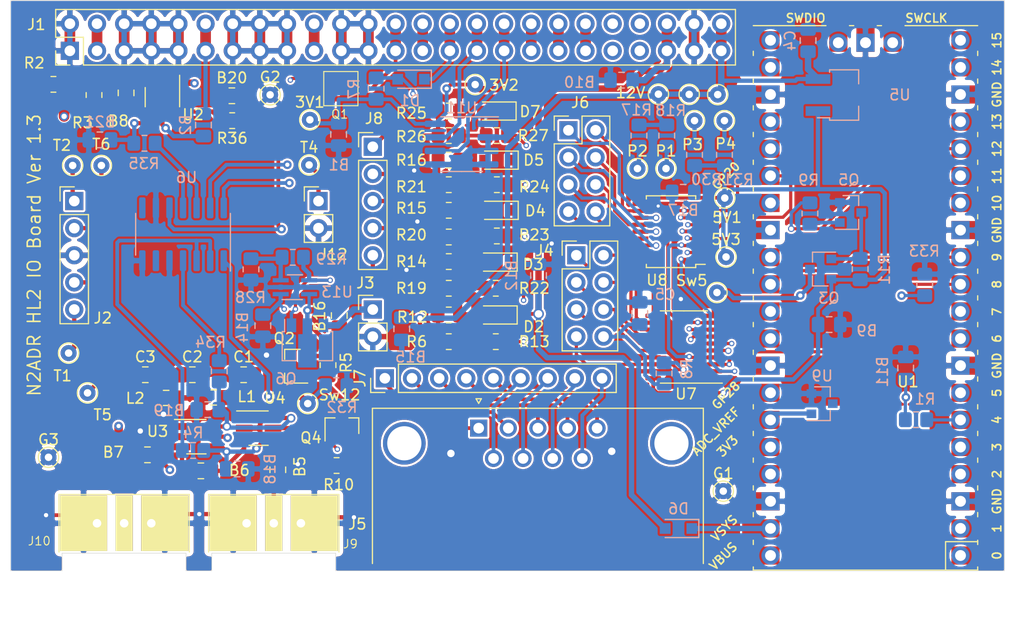
<source format=kicad_pcb>
(kicad_pcb (version 20171130) (host pcbnew 5.1.12-84ad8e8a86~92~ubuntu20.04.1)
  (title_block (title "Hermes Lite2 IO Connector") (date 2022-05-14) (rev D) (company N2ADR))
  (layers (0 F.Cu signal) (1 In1.Cu signal) (2 In2.Cu signal) (31 B.Cu signal) (34 B.Paste user) (35 F.Paste user) (36 B.SilkS user) (37 F.SilkS user) (38 B.Mask user) (39 F.Mask user) (44 Edge.Cuts user))
  (net 0 "")
  (net 1 "Net-(J1-Pad35)")
  (net 2 "Net-(J1-Pad37)")
  (net 3 "Net-(J1-Pad39)")
  (net 4 "Net-(U1-Pad30)")
  (net 5 "Net-(U1-Pad31)")
  (net 6 "Net-(U1-Pad32)")
  (net 7 "Net-(U1-Pad34)")
  (net 8 "Net-(U1-Pad36)")
  (net 9 "Net-(U1-Pad37)")
  (net 10 "Net-(U1-Pad40)")
  (net 11 "Net-(U1-Pad41)")
  (net 12 "Net-(U1-Pad43)")
  (net 13 "Net-(C1-Pad1)")
  (net 14 "Net-(C1-Pad2)")
  (net 15 "Net-(C2-Pad1)")
  (net 16 "Net-(C3-Pad1)")
  (net 17 VSUP)
  (net 18 GND)
  (net 19 +3V3)
  (net 20 +5V)
  (net 21 "Net-(Q2-Pad1)")
  (net 22 "Net-(B5-Pad1)")
  (net 23 "Net-(B5-Pad2)")
  (net 24 "Net-(B6-Pad2)")
  (net 25 "Net-(B6-Pad1)")
  (net 26 "Net-(B7-Pad1)")
  (net 27 "Net-(B7-Pad2)")
  (net 28 "Net-(B8-Pad2)")
  (net 29 "Net-(B8-Pad1)")
  (net 30 "Net-(U1-Pad35)")
  (net 31 "Net-(J5-Pad1)")
  (net 32 "Net-(J5-Pad2)")
  (net 33 "Net-(J5-Pad3)")
  (net 34 "Net-(J5-Pad4)")
  (net 35 "Net-(J5-Pad5)")
  (net 36 "Net-(J5-Pad6)")
  (net 37 "Net-(J5-Pad7)")
  (net 38 "Net-(J5-Pad8)")
  (net 39 "Net-(J5-Pad9)")
  (net 40 "Net-(R8-Pad2)")
  (net 41 "Net-(Q3-Pad1)")
  (net 42 "Net-(Q4-Pad2)")
  (net 43 "Net-(Q5-Pad1)")
  (net 44 "Net-(J4-Pad1)")
  (net 45 "Net-(J4-Pad3)")
  (net 46 "Net-(J4-Pad4)")
  (net 47 "Net-(J4-Pad5)")
  (net 48 "Net-(J4-Pad6)")
  (net 49 "Net-(J4-Pad7)")
  (net 50 "Net-(J6-Pad1)")
  (net 51 "Net-(J6-Pad2)")
  (net 52 "Net-(J6-Pad3)")
  (net 53 "Net-(J6-Pad4)")
  (net 54 "Net-(J6-Pad5)")
  (net 55 "Net-(J6-Pad6)")
  (net 56 "Net-(J6-Pad7)")
  (net 57 "Net-(J6-Pad8)")
  (net 58 "Net-(B2-Pad1)")
  (net 59 "Net-(D2-Pad2)")
  (net 60 "Net-(J8-Pad1)")
  (net 61 "Net-(J8-Pad2)")
  (net 62 "Net-(J8-Pad3)")
  (net 63 "Net-(J8-Pad4)")
  (net 64 "Net-(D3-Pad2)")
  (net 65 "Net-(D4-Pad2)")
  (net 66 "Net-(D5-Pad2)")
  (net 67 "Net-(D6-Pad1)")
  (net 68 "Net-(D7-Pad2)")
  (net 69 "Net-(J8-Pad5)")
  (net 70 "Net-(D1-Pad1)")
  (net 71 "Net-(J1-Pad3)")
  (net 72 "Net-(J1-Pad19)")
  (net 73 "Net-(J1-Pad25)")
  (net 74 "Net-(J1-Pad27)")
  (net 75 SDA)
  (net 76 SCL)
  (net 77 "Net-(P1-Pad1)")
  (net 78 "Net-(P2-Pad1)")
  (net 79 "Net-(P3-Pad1)")
  (net 80 "Net-(P4-Pad1)")
  (net 81 "Net-(U11-Pad1)")
  (net 82 "Net-(J12-Pad1)")
  (net 83 "Net-(J4-Pad2)")
  (net 84 In5)
  (net 85 In4)
  (net 86 In3)
  (net 87 In2)
  (net 88 In1)
  (net 89 "Net-(U1-Pad7)")
  (net 90 Out1)
  (net 91 Out2)
  (net 92 Out3)
  (net 93 Out4)
  (net 94 Out6)
  (net 95 Out5)
  (net 96 Out8)
  (net 97 Out7)
  (net 98 "Net-(B2-Pad2)")
  (net 99 "Net-(C5-Pad1)")
  (net 100 GPIO13)
  (net 101 GPIO3)
  (net 102 GPIO1)
  (net 103 GPIO4)
  (net 104 GPIO12)
  (net 105 RF3)
  (net 106 HPF)
  (net 107 "Net-(J1-Pad41)")
  (net 108 "Net-(J1-Pad42)")
  (net 109 "Net-(J1-Pad43)")
  (net 110 "Net-(J1-Pad44)")
  (net 111 "Net-(J3-Pad1)")
  (net 112 "Net-(Q6-Pad1)")
  (net 113 "Net-(B11-Pad1)")
  (net 114 "Net-(R28-Pad1)")
  (net 115 "Net-(J2-Pad1)")
  (net 116 "Net-(J2-Pad2)")
  (net 117 "Net-(J2-Pad4)")
  (net 118 "Net-(J2-Pad5)")
  (net 119 "Net-(B18-Pad1)")
  (net 120 "Net-(B19-Pad1)")
  (net 121 "Net-(B20-Pad1)")
  (net 122 "Net-(B21-Pad1)")
  (net 123 "Net-(J10-Pad1)")
  (net 124 "Net-(R4-Pad2)")
  (net 125 "Net-(R34-Pad1)")
  (net 126 "Net-(R35-Pad1)")
  (net 127 "Net-(R36-Pad1)")
  (net 128 "Net-(U6-Pad6)")
  (net 129 "Net-(U6-Pad8)")
  (net 130 "Net-(Q2-Pad3)")
  (net 131 "Net-(Q3-Pad3)")
  (module Local:SSOP-18_4.4x6.5mm_P0.65mm (layer F.Cu) (at 163.8 103.2 180)
    (fp_text reference U8 (at 1.31 -4.54) (layer F.SilkS))
    (fp_text value TBD62381AFNG,EL)
    (pad 10 smd rect (at 2.862 2.6 180) (size 1.475 0.4) (layers F.Cu F.Paste F.Mask) (net 20 +5V))
    (pad 11 smd rect (at 2.862 1.95 180) (size 1.475 0.4) (layers F.Cu F.Paste F.Mask) (net 51 "Net-(J6-Pad2)"))
    (pad 12 smd rect (at 2.862 1.3 180) (size 1.475 0.4) (layers F.Cu F.Paste F.Mask) (net 50 "Net-(J6-Pad1)"))
    (pad 13 smd rect (at 2.862 0.65 180) (size 1.475 0.4) (layers F.Cu F.Paste F.Mask) (net 53 "Net-(J6-Pad4)"))
    (pad 14 smd rect (at 2.862 0 180) (size 1.475 0.4) (layers F.Cu F.Paste F.Mask) (net 52 "Net-(J6-Pad3)"))
    (pad 15 smd rect (at 2.862 -0.65 180) (size 1.475 0.4) (layers F.Cu F.Paste F.Mask) (net 55 "Net-(J6-Pad6)"))
    (pad 16 smd rect (at 2.862 -1.3 180) (size 1.475 0.4) (layers F.Cu F.Paste F.Mask) (net 54 "Net-(J6-Pad5)"))
    (pad 17 smd rect (at 2.862 -1.95 180) (size 1.475 0.4) (layers F.Cu F.Paste F.Mask) (net 57 "Net-(J6-Pad8)"))
    (pad 18 smd rect (at 2.862 -2.6 180) (size 1.475 0.4) (layers F.Cu F.Paste F.Mask) (net 56 "Net-(J6-Pad7)"))
    (pad 9 smd rect (at -2.862 2.6 180) (size 1.475 0.4) (layers F.Cu F.Paste F.Mask) (net 18 GND))
    (pad 8 smd rect (at -2.862 1.95 180) (size 1.475 0.4) (layers F.Cu F.Paste F.Mask) (net 91 Out2))
    (pad 7 smd rect (at -2.862 1.3 180) (size 1.475 0.4) (layers F.Cu F.Paste F.Mask) (net 90 Out1))
    (pad 6 smd rect (at -2.862 0.65 180) (size 1.475 0.4) (layers F.Cu F.Paste F.Mask) (net 93 Out4))
    (pad 5 smd rect (at -2.862 0 180) (size 1.475 0.4) (layers F.Cu F.Paste F.Mask) (net 92 Out3))
    (pad 4 smd rect (at -2.862 -0.65 180) (size 1.475 0.4) (layers F.Cu F.Paste F.Mask) (net 94 Out6))
    (pad 3 smd rect (at -2.862 -1.3 180) (size 1.475 0.4) (layers F.Cu F.Paste F.Mask) (net 95 Out5))
    (pad 2 smd rect (at -2.862 -1.95 180) (size 1.475 0.4) (layers F.Cu F.Paste F.Mask) (net 96 Out8))
    (pad 1 smd rect (at -2.862 -2.6 180) (size 1.475 0.4) (layers F.Cu F.Paste F.Mask) (net 97 Out7))
  )
  (module Capacitor_SMD:C_0805_2012Metric_Pad1.18x1.45mm_HandSolder (layer F.Cu) (at 122.7 90.47)
    (fp_text reference B20 (at 0 -1.68 180) (layer F.SilkS))
    (fp_text value 100n)
    (pad 2 smd roundrect (at 1.0375 0) (size 1.175 1.45) (layers F.Cu F.Paste F.Mask) (roundrect_rratio 0.212766) (net 18 GND))
    (pad 1 smd roundrect (at -1.0375 0) (size 1.175 1.45) (layers F.Cu F.Paste F.Mask) (roundrect_rratio 0.212766) (net 121 "Net-(B20-Pad1)"))
  )
  (module Capacitor_SMD:C_0805_2012Metric_Pad1.18x1.45mm_HandSolder (layer B.Cu) (at 120.04 93.2075 270)
    (fp_text reference B2 (at 0 1.68 90) (layer B.SilkS) (effects (justify mirror)))
    (fp_text value 100n)
    (pad 1 smd roundrect (at -1.0375 0 270) (size 1.175 1.45) (layers B.Cu B.Paste B.Mask) (roundrect_rratio 0.212766) (net 58 "Net-(B2-Pad1)"))
    (pad 2 smd roundrect (at 1.0375 0 270) (size 1.175 1.45) (layers B.Cu B.Paste B.Mask) (roundrect_rratio 0.212766) (net 98 "Net-(B2-Pad2)"))
  )
  (module Package_SO:TSSOP-20_4.4x6.5mm_P0.65mm (layer F.Cu) (at 165 114 180)
    (fp_text reference U7 (at -0.2 -4.4) (layer F.SilkS))
    (fp_text value 74HCT541PW,118)
    (pad 20 smd roundrect (at 2.8625 -2.925 180) (size 1.475 0.4) (layers F.Cu F.Paste F.Mask) (net 20 +5V))
    (pad 19 smd roundrect (at 2.8625 -2.275 180) (size 1.475 0.4) (layers F.Cu F.Paste F.Mask) (net 18 GND))
    (pad 18 smd roundrect (at 2.8625 -1.625 180) (size 1.475 0.4) (layers F.Cu F.Paste F.Mask) (net 49 "Net-(J4-Pad7)"))
    (pad 17 smd roundrect (at 2.8625 -0.975 180) (size 1.475 0.4) (layers F.Cu F.Paste F.Mask) (net 40 "Net-(R8-Pad2)"))
    (pad 16 smd roundrect (at 2.8625 -0.325 180) (size 1.475 0.4) (layers F.Cu F.Paste F.Mask) (net 47 "Net-(J4-Pad5)"))
    (pad 15 smd roundrect (at 2.8625 0.325 180) (size 1.475 0.4) (layers F.Cu F.Paste F.Mask) (net 48 "Net-(J4-Pad6)"))
    (pad 14 smd roundrect (at 2.8625 0.975 180) (size 1.475 0.4) (layers F.Cu F.Paste F.Mask) (net 45 "Net-(J4-Pad3)"))
    (pad 13 smd roundrect (at 2.8625 1.625 180) (size 1.475 0.4) (layers F.Cu F.Paste F.Mask) (net 46 "Net-(J4-Pad4)"))
    (pad 12 smd roundrect (at 2.8625 2.275 180) (size 1.475 0.4) (layers F.Cu F.Paste F.Mask) (net 44 "Net-(J4-Pad1)"))
    (pad 11 smd roundrect (at 2.8625 2.925 180) (size 1.475 0.4) (layers F.Cu F.Paste F.Mask) (net 83 "Net-(J4-Pad2)"))
    (pad 10 smd roundrect (at -2.8625 2.925 180) (size 1.475 0.4) (layers F.Cu F.Paste F.Mask) (net 18 GND))
    (pad 9 smd roundrect (at -2.8625 2.275 180) (size 1.475 0.4) (layers F.Cu F.Paste F.Mask) (net 91 Out2))
    (pad 8 smd roundrect (at -2.8625 1.625 180) (size 1.475 0.4) (layers F.Cu F.Paste F.Mask) (net 90 Out1))
    (pad 7 smd roundrect (at -2.8625 0.975 180) (size 1.475 0.4) (layers F.Cu F.Paste F.Mask) (net 93 Out4))
    (pad 6 smd roundrect (at -2.8625 0.325 180) (size 1.475 0.4) (layers F.Cu F.Paste F.Mask) (net 92 Out3))
    (pad 5 smd roundrect (at -2.8625 -0.325 180) (size 1.475 0.4) (layers F.Cu F.Paste F.Mask) (net 94 Out6))
    (pad 4 smd roundrect (at -2.8625 -0.975 180) (size 1.475 0.4) (layers F.Cu F.Paste F.Mask) (net 95 Out5))
    (pad 3 smd roundrect (at -2.8625 -1.625 180) (size 1.475 0.4) (layers F.Cu F.Paste F.Mask) (net 96 Out8))
    (pad 2 smd roundrect (at -2.8625 -2.275 180) (size 1.475 0.4) (layers F.Cu F.Paste F.Mask) (net 97 Out7))
    (pad 1 smd roundrect (at -2.8625 -2.925 180) (size 1.475 0.4) (layers F.Cu F.Paste F.Mask) (net 18 GND))
  )
  (module Resistor_SMD:R_0805_2012Metric_Pad1.20x1.40mm_HandSolder (layer B.Cu) (at 163.15 116.475 90)
    (fp_text reference R8 (at 0.415 2.12 270) (layer B.SilkS) (effects (justify mirror)))
    (fp_text value 1K)
    (pad 1 smd roundrect (at -1 0 90) (size 1.2 1.4) (layers B.Cu B.Paste B.Mask) (roundrect_rratio 0.208333) (net 99 "Net-(C5-Pad1)"))
    (pad 2 smd roundrect (at 1 0 90) (size 1.2 1.4) (layers B.Cu B.Paste B.Mask) (roundrect_rratio 0.208333) (net 40 "Net-(R8-Pad2)"))
  )
  (module Capacitor_SMD:C_0805_2012Metric_Pad1.18x1.45mm_HandSolder (layer B.Cu) (at 160.875 110.85 90)
    (fp_text reference C5 (at 1.77 2.375 180) (layer B.SilkS) (effects (justify mirror)))
    (fp_text value 1u)
    (pad 1 smd roundrect (at -1.0375 0 90) (size 1.175 1.45) (layers B.Cu B.Paste B.Mask) (roundrect_rratio 0.212766) (net 99 "Net-(C5-Pad1)"))
    (pad 2 smd roundrect (at 1.0375 0 90) (size 1.175 1.45) (layers B.Cu B.Paste B.Mask) (roundrect_rratio 0.212766) (net 18 GND))
  )
  (module Capacitor_SMD:C_0805_2012Metric_Pad1.18x1.45mm_HandSolder (layer F.Cu) (at 123.8 116.6)
    (fp_text reference C1 (at 0 -1.68) (layer F.SilkS))
    (fp_text value 1500p)
    (pad 1 smd roundrect (at -1.0375 0) (size 1.175 1.45) (layers F.Cu F.Paste F.Mask) (roundrect_rratio 0.212766) (net 13 "Net-(C1-Pad1)"))
    (pad 2 smd roundrect (at 1.0375 0) (size 1.175 1.45) (layers F.Cu F.Paste F.Mask) (roundrect_rratio 0.212766) (net 14 "Net-(C1-Pad2)"))
  )
  (module Capacitor_SMD:C_0805_2012Metric_Pad1.18x1.45mm_HandSolder (layer F.Cu) (at 119 116.6)
    (fp_text reference C2 (at 0 -1.68) (layer F.SilkS))
    (fp_text value 1500p)
    (pad 2 smd roundrect (at 1.0375 0) (size 1.175 1.45) (layers F.Cu F.Paste F.Mask) (roundrect_rratio 0.212766) (net 13 "Net-(C1-Pad1)"))
    (pad 1 smd roundrect (at -1.0375 0) (size 1.175 1.45) (layers F.Cu F.Paste F.Mask) (roundrect_rratio 0.212766) (net 15 "Net-(C2-Pad1)"))
  )
  (module Capacitor_SMD:C_0805_2012Metric_Pad1.18x1.45mm_HandSolder (layer F.Cu) (at 114.6 116.6)
    (fp_text reference C3 (at 0 -1.68) (layer F.SilkS))
    (fp_text value 1500p)
    (pad 1 smd roundrect (at -1.0375 0) (size 1.175 1.45) (layers F.Cu F.Paste F.Mask) (roundrect_rratio 0.212766) (net 16 "Net-(C3-Pad1)"))
    (pad 2 smd roundrect (at 1.0375 0) (size 1.175 1.45) (layers F.Cu F.Paste F.Mask) (roundrect_rratio 0.212766) (net 15 "Net-(C2-Pad1)"))
  )
  (module hermeslite:SOT23_3 (layer F.Cu) (at 131.9 89.8 270)
    (fp_text reference Q1 (at 2.4 -0.9 180) (layer F.SilkS) (effects (font (size 0.8 0.8) (thickness 0.1))))
    (fp_text value NUD3160LT1G)
    (pad 1 smd rect (at -0.95 0 270) (size 0.8 0.9) (layers F.Cu F.Paste F.Mask) (net 101 GPIO3))
    (pad 3 smd rect (at 0 -2 270) (size 0.8 0.9) (layers F.Cu F.Paste F.Mask) (net 73 "Net-(J1-Pad25)"))
    (pad 2 smd rect (at 0.95 0 270) (size 0.8 0.9) (layers F.Cu F.Paste F.Mask) (net 18 GND))
  )
  (module Resistor_SMD:R_0805_2012Metric_Pad1.20x1.40mm_HandSolder (layer F.Cu) (at 106 89.4 180)
    (fp_text reference R2 (at 1.8 2) (layer F.SilkS))
    (fp_text value 51)
    (pad 2 smd roundrect (at 1 0 180) (size 1.2 1.4) (layers F.Cu F.Paste F.Mask) (roundrect_rratio 0.208333) (net 18 GND))
    (pad 1 smd roundrect (at -1 0 180) (size 1.2 1.4) (layers F.Cu F.Paste F.Mask) (roundrect_rratio 0.208333) (net 123 "Net-(J10-Pad1)"))
  )
  (module Resistor_SMD:R_0805_2012Metric_Pad1.20x1.40mm_HandSolder (layer F.Cu) (at 109.8 90.4 90)
    (fp_text reference R3 (at -2.6 -1.08) (layer F.SilkS))
    (fp_text value 470)
    (pad 2 smd roundrect (at 1 0 90) (size 1.2 1.4) (layers F.Cu F.Paste F.Mask) (roundrect_rratio 0.208333) (net 123 "Net-(J10-Pad1)"))
    (pad 1 smd roundrect (at -1 0 90) (size 1.2 1.4) (layers F.Cu F.Paste F.Mask) (roundrect_rratio 0.208333) (net 29 "Net-(B8-Pad1)"))
  )
  (module Package_TO_SOT_SMD:SOT-23-6_Handsoldering (layer F.Cu) (at 116.2 90.6 270)
    (fp_text reference U2 (at 1.64 -2.87 180) (layer F.SilkS))
    (fp_text value MASWSS0179TR-3000)
    (pad 1 smd rect (at -1.35 -0.95 270) (size 1.56 0.65) (layers F.Cu F.Paste F.Mask) (net 27 "Net-(B7-Pad2)"))
    (pad 2 smd rect (at -1.35 0 270) (size 1.56 0.65) (layers F.Cu F.Paste F.Mask) (net 18 GND))
    (pad 3 smd rect (at -1.35 0.95 270) (size 1.56 0.65) (layers F.Cu F.Paste F.Mask) (net 28 "Net-(B8-Pad2)"))
    (pad 4 smd rect (at 1.35 0.95 270) (size 1.56 0.65) (layers F.Cu F.Paste F.Mask) (net 122 "Net-(B21-Pad1)"))
    (pad 6 smd rect (at 1.35 -0.95 270) (size 1.56 0.65) (layers F.Cu F.Paste F.Mask) (net 121 "Net-(B20-Pad1)"))
    (pad 5 smd rect (at 1.35 0 270) (size 1.56 0.65) (layers F.Cu F.Paste F.Mask) (net 98 "Net-(B2-Pad2)"))
  )
  (module Package_TO_SOT_SMD:SOT-23-6_Handsoldering (layer F.Cu) (at 119.38 122.4)
    (fp_text reference U3 (at -3.63 -0.5) (layer F.SilkS))
    (fp_text value MASWSS0179TR-3000)
    (pad 1 smd rect (at -1.35 -0.95) (size 1.56 0.65) (layers F.Cu F.Paste F.Mask) (net 16 "Net-(C3-Pad1)"))
    (pad 2 smd rect (at -1.35 0) (size 1.56 0.65) (layers F.Cu F.Paste F.Mask) (net 18 GND))
    (pad 3 smd rect (at -1.35 0.95) (size 1.56 0.65) (layers F.Cu F.Paste F.Mask) (net 24 "Net-(B6-Pad2)"))
    (pad 4 smd rect (at 1.35 0.95) (size 1.56 0.65) (layers F.Cu F.Paste F.Mask) (net 119 "Net-(B18-Pad1)"))
    (pad 6 smd rect (at 1.35 -0.95) (size 1.56 0.65) (layers F.Cu F.Paste F.Mask) (net 120 "Net-(B19-Pad1)"))
    (pad 5 smd rect (at 1.35 0) (size 1.56 0.65) (layers F.Cu F.Paste F.Mask) (net 26 "Net-(B7-Pad1)"))
  )
  (module Package_TO_SOT_SMD:SOT-23-6_Handsoldering (layer F.Cu) (at 125.2 121.6)
    (fp_text reference U4 (at 1.53 -2.81) (layer F.SilkS))
    (fp_text value MASWSS0179TR-3000)
    (pad 5 smd rect (at 1.35 0) (size 1.56 0.65) (layers F.Cu F.Paste F.Mask) (net 23 "Net-(B5-Pad2)"))
    (pad 6 smd rect (at 1.35 -0.95) (size 1.56 0.65) (layers F.Cu F.Paste F.Mask) (net 120 "Net-(B19-Pad1)"))
    (pad 4 smd rect (at 1.35 0.95) (size 1.56 0.65) (layers F.Cu F.Paste F.Mask) (net 119 "Net-(B18-Pad1)"))
    (pad 3 smd rect (at -1.35 0.95) (size 1.56 0.65) (layers F.Cu F.Paste F.Mask) (net 25 "Net-(B6-Pad1)"))
    (pad 2 smd rect (at -1.35 0) (size 1.56 0.65) (layers F.Cu F.Paste F.Mask) (net 18 GND))
    (pad 1 smd rect (at -1.35 -0.95) (size 1.56 0.65) (layers F.Cu F.Paste F.Mask) (net 14 "Net-(C1-Pad2)"))
  )
  (module Local:BNCEDGE (layer F.Cu) (at 126.62 133.21)
    (fp_text reference J9 (at 7.18 -0.76) (layer F.SilkS) (effects (font (size 0.8 0.8) (thickness 0.1))))
    (fp_text value 142-0701-851 hide)
    (pad 1 thru_hole rect (at 0 -2.7) (size 1.6 5.2) (drill 0.8) (layers *.Cu *.Mask F.SilkS) (net 22 "Net-(B5-Pad1)"))
    (pad 2 thru_hole rect (at -2.54 -2.7) (size 4.4 5.2) (drill 0.8 (offset -1.26 0)) (layers *.Cu *.Mask F.SilkS) (net 18 GND))
    (pad 2 thru_hole rect (at 2.54 -2.7) (size 4.4 5.2) (drill 0.8 (offset 1.26 0)) (layers *.Cu *.Mask F.SilkS) (net 18 GND))
  )
  (module Local:BNCEDGE (layer F.Cu) (at 112.62 133.21)
    (fp_text reference J10 (at -7.945 -1.035) (layer F.SilkS) (effects (font (size 0.8 0.8) (thickness 0.1))))
    (fp_text value 142-0701-851 hide)
    (pad 1 thru_hole rect (at 0 -2.7) (size 1.6 5.2) (drill 0.8) (layers *.Cu *.Mask F.SilkS) (net 123 "Net-(J10-Pad1)"))
    (pad 2 thru_hole rect (at -2.54 -2.7) (size 4.4 5.2) (drill 0.8 (offset -1.26 0)) (layers *.Cu *.Mask F.SilkS) (net 18 GND))
    (pad 2 thru_hole rect (at 2.54 -2.7) (size 4.4 5.2) (drill 0.8 (offset 1.26 0)) (layers *.Cu *.Mask F.SilkS) (net 18 GND))
  )
  (module Capacitor_SMD:C_0805_2012Metric_Pad1.18x1.45mm_HandSolder (layer B.Cu) (at 176.625 85.3 270)
    (fp_text reference C4 (at 0 1.68 90) (layer B.SilkS) (effects (justify mirror)))
    (fp_text value 0.33u)
    (pad 1 smd roundrect (at -1.0375 0 270) (size 1.175 1.45) (layers B.Cu B.Paste B.Mask) (roundrect_rratio 0.212766) (net 18 GND))
    (pad 2 smd roundrect (at 1.0375 0 270) (size 1.175 1.45) (layers B.Cu B.Paste B.Mask) (roundrect_rratio 0.212766) (net 17 VSUP))
  )
  (module Capacitor_SMD:C_0805_2012Metric_Pad1.18x1.45mm_HandSolder (layer B.Cu) (at 178.6 111.9 180)
    (fp_text reference B9 (at -3.53 -0.58) (layer B.SilkS) (effects (justify mirror)))
    (fp_text value 100n)
    (pad 2 smd roundrect (at 1.0375 0 180) (size 1.175 1.45) (layers B.Cu B.Paste B.Mask) (roundrect_rratio 0.212766) (net 20 +5V))
    (pad 1 smd roundrect (at -1.0375 0 180) (size 1.175 1.45) (layers B.Cu B.Paste B.Mask) (roundrect_rratio 0.212766) (net 18 GND))
  )
  (module Connector_PinHeader_2.54mm:PinHeader_1x02_P2.54mm_Vertical (layer F.Cu) (at 135.89 110.49)
    (fp_text reference J3 (at -0.69 -2.49) (layer F.SilkS))
    (fp_text value FAN)
    (pad 2 thru_hole oval (at 0 2.54) (size 1.7 1.7) (drill 1) (layers *.Cu *.Mask) (net 18 GND))
    (pad 1 thru_hole rect (at 0 0) (size 1.7 1.7) (drill 1) (layers *.Cu *.Mask) (net 111 "Net-(J3-Pad1)"))
  )
  (module Package_TO_SOT_SMD:SOT-23 (layer F.Cu) (at 128.4 115.8 180)
    (fp_text reference Q2 (at 0.8 2.6) (layer F.SilkS))
    (fp_text value SSM3J374R,LF)
    (pad 3 smd rect (at 1 0 180) (size 0.9 0.8) (layers F.Cu F.Paste F.Mask) (net 130 "Net-(Q2-Pad3)"))
    (pad 2 smd rect (at -1 0.95 180) (size 0.9 0.8) (layers F.Cu F.Paste F.Mask) (net 17 VSUP))
    (pad 1 smd rect (at -1 -0.95 180) (size 0.9 0.8) (layers F.Cu F.Paste F.Mask) (net 21 "Net-(Q2-Pad1)"))
  )
  (module Resistor_SMD:R_0805_2012Metric_Pad1.20x1.40mm_HandSolder (layer F.Cu) (at 131.7 115.7 270)
    (fp_text reference R5 (at -0.24 -1.69 90) (layer F.SilkS))
    (fp_text value 4K7)
    (pad 2 smd roundrect (at 1 0 270) (size 1.2 1.4) (layers F.Cu F.Paste F.Mask) (roundrect_rratio 0.208333) (net 21 "Net-(Q2-Pad1)"))
    (pad 1 smd roundrect (at -1 0 270) (size 1.2 1.4) (layers F.Cu F.Paste F.Mask) (roundrect_rratio 0.208333) (net 17 VSUP))
  )
  (module Package_TO_SOT_SMD:SOT-23 (layer B.Cu) (at 177.94 119.31)
    (fp_text reference U9 (at 0.01 -2.6) (layer B.SilkS) (effects (justify mirror)))
    (fp_text value LM4040DIM3X-3.0/NOPB hide)
    (pad 1 smd rect (at -1 0.95) (size 0.9 0.8) (layers B.Cu B.Paste B.Mask) (net 30 "Net-(U1-Pad35)"))
    (pad 2 smd rect (at -1 -0.95) (size 0.9 0.8) (layers B.Cu B.Paste B.Mask) (net 18 GND))
    (pad 3 smd rect (at 1 0) (size 0.9 0.8) (layers B.Cu B.Paste B.Mask))
  )
  (module Capacitor_SMD:C_0805_2012Metric_Pad1.18x1.45mm_HandSolder (layer B.Cu) (at 132.69 94.09 90)
    (fp_text reference B1 (at -2.86 0.03 180) (layer B.SilkS) (effects (justify mirror)))
    (fp_text value 100n)
    (pad 1 smd roundrect (at -1.0375 0 90) (size 1.175 1.45) (layers B.Cu B.Paste B.Mask) (roundrect_rratio 0.212766) (net 18 GND))
    (pad 2 smd roundrect (at 1.0375 0 90) (size 1.175 1.45) (layers B.Cu B.Paste B.Mask) (roundrect_rratio 0.212766) (net 19 +3V3))
  )
  (module Capacitor_SMD:C_0805_2012Metric_Pad1.18x1.45mm_HandSolder (layer F.Cu) (at 127 125.5 90)
    (fp_text reference B5 (at 0.3 2.05 90) (layer F.SilkS))
    (fp_text value 100n)
    (pad 1 smd roundrect (at -1.0375 0 90) (size 1.175 1.45) (layers F.Cu F.Paste F.Mask) (roundrect_rratio 0.212766) (net 22 "Net-(B5-Pad1)"))
    (pad 2 smd roundrect (at 1.0375 0 90) (size 1.175 1.45) (layers F.Cu F.Paste F.Mask) (roundrect_rratio 0.212766) (net 23 "Net-(B5-Pad2)"))
  )
  (module Capacitor_SMD:C_0805_2012Metric_Pad1.18x1.45mm_HandSolder (layer F.Cu) (at 119.8 125.6 180)
    (fp_text reference B6 (at -3.6 0.05) (layer F.SilkS))
    (fp_text value 100n)
    (pad 2 smd roundrect (at 1.0375 0 180) (size 1.175 1.45) (layers F.Cu F.Paste F.Mask) (roundrect_rratio 0.212766) (net 24 "Net-(B6-Pad2)"))
    (pad 1 smd roundrect (at -1.0375 0 180) (size 1.175 1.45) (layers F.Cu F.Paste F.Mask) (roundrect_rratio 0.212766) (net 25 "Net-(B6-Pad1)"))
  )
  (module Capacitor_SMD:C_0805_2012Metric_Pad1.18x1.45mm_HandSolder (layer F.Cu) (at 114.8 124.1 180)
    (fp_text reference B7 (at 3.2 0.25 180) (layer F.SilkS))
    (fp_text value 100n)
    (pad 1 smd roundrect (at -1.0375 0 180) (size 1.175 1.45) (layers F.Cu F.Paste F.Mask) (roundrect_rratio 0.212766) (net 26 "Net-(B7-Pad1)"))
    (pad 2 smd roundrect (at 1.0375 0 180) (size 1.175 1.45) (layers F.Cu F.Paste F.Mask) (roundrect_rratio 0.212766) (net 27 "Net-(B7-Pad2)"))
  )
  (module Capacitor_SMD:C_0805_2012Metric_Pad1.18x1.45mm_HandSolder (layer F.Cu) (at 112.8 90.2 90)
    (fp_text reference B8 (at -2.63 -0.73) (layer F.SilkS))
    (fp_text value 100n)
    (pad 2 smd roundrect (at 1.0375 0 90) (size 1.175 1.45) (layers F.Cu F.Paste F.Mask) (roundrect_rratio 0.212766) (net 28 "Net-(B8-Pad2)"))
    (pad 1 smd roundrect (at -1.0375 0 90) (size 1.175 1.45) (layers F.Cu F.Paste F.Mask) (roundrect_rratio 0.212766) (net 29 "Net-(B8-Pad1)"))
  )
  (module Capacitor_SMD:C_0805_2012Metric_Pad1.18x1.45mm_HandSolder (layer B.Cu) (at 159.17 89.01 180)
    (fp_text reference B10 (at 3.94 -0.2) (layer B.SilkS) (effects (justify mirror)))
    (fp_text value 100n)
    (pad 1 smd roundrect (at -1.0375 0 180) (size 1.175 1.45) (layers B.Cu B.Paste B.Mask) (roundrect_rratio 0.212766) (net 19 +3V3))
    (pad 2 smd roundrect (at 1.0375 0 180) (size 1.175 1.45) (layers B.Cu B.Paste B.Mask) (roundrect_rratio 0.212766) (net 18 GND))
  )
  (module Capacitor_SMD:C_0805_2012Metric_Pad1.18x1.45mm_HandSolder (layer B.Cu) (at 138.6 112.3 90)
    (fp_text reference B15 (at -2.64 0.83 180) (layer B.SilkS) (effects (justify mirror)))
    (fp_text value 100n hide)
    (pad 2 smd roundrect (at 1.0375 0 90) (size 1.175 1.45) (layers B.Cu B.Paste B.Mask) (roundrect_rratio 0.212766) (net 17 VSUP))
    (pad 1 smd roundrect (at -1.0375 0 90) (size 1.175 1.45) (layers B.Cu B.Paste B.Mask) (roundrect_rratio 0.212766) (net 18 GND))
  )
  (module Resistor_SMD:R_0805_2012Metric_Pad1.20x1.40mm_HandSolder (layer B.Cu) (at 160.8 94.2 90)
    (fp_text reference R17 (at 2.4 -0.23) (layer B.SilkS) (effects (justify mirror)))
    (fp_text value 4K7)
    (pad 2 smd roundrect (at 1 0 90) (size 1.2 1.4) (layers B.Cu B.Paste B.Mask) (roundrect_rratio 0.208333) (net 17 VSUP))
    (pad 1 smd roundrect (at -1 0 90) (size 1.2 1.4) (layers B.Cu B.Paste B.Mask) (roundrect_rratio 0.208333) (net 78 "Net-(P2-Pad1)"))
  )
  (module Resistor_SMD:R_0805_2012Metric_Pad1.20x1.40mm_HandSolder (layer B.Cu) (at 163.4 94.2 90)
    (fp_text reference R18 (at 2.35 0.37) (layer B.SilkS) (effects (justify mirror)))
    (fp_text value 4K7)
    (pad 1 smd roundrect (at -1 0 90) (size 1.2 1.4) (layers B.Cu B.Paste B.Mask) (roundrect_rratio 0.208333) (net 77 "Net-(P1-Pad1)"))
    (pad 2 smd roundrect (at 1 0 90) (size 1.2 1.4) (layers B.Cu B.Paste B.Mask) (roundrect_rratio 0.208333) (net 17 VSUP))
  )
  (module Connector_Dsub:DSUB-9_Male_Horizontal_P2.77x2.84mm_EdgePinOffset9.90mm_Housed_MountingHolesOffset11.32mm (layer F.Cu) (at 145.8 121.6)
    (fp_text reference J5 (at -11.36 8.99 180) (layer F.SilkS))
    (fp_text value LD09P13A4GX00LF)
    (pad 1 thru_hole rect (at 0 0) (size 1.6 1.6) (drill 1) (layers *.Cu *.Mask) (net 31 "Net-(J5-Pad1)"))
    (pad 2 thru_hole circle (at 2.77 0) (size 1.6 1.6) (drill 1) (layers *.Cu *.Mask) (net 32 "Net-(J5-Pad2)"))
    (pad 3 thru_hole circle (at 5.54 0) (size 1.6 1.6) (drill 1) (layers *.Cu *.Mask) (net 33 "Net-(J5-Pad3)"))
    (pad 4 thru_hole circle (at 8.31 0) (size 1.6 1.6) (drill 1) (layers *.Cu *.Mask) (net 34 "Net-(J5-Pad4)"))
    (pad 5 thru_hole circle (at 11.08 0) (size 1.6 1.6) (drill 1) (layers *.Cu *.Mask) (net 35 "Net-(J5-Pad5)"))
    (pad 6 thru_hole circle (at 1.385 2.84) (size 1.6 1.6) (drill 1) (layers *.Cu *.Mask) (net 36 "Net-(J5-Pad6)"))
    (pad 7 thru_hole circle (at 4.155 2.84) (size 1.6 1.6) (drill 1) (layers *.Cu *.Mask) (net 37 "Net-(J5-Pad7)"))
    (pad 8 thru_hole circle (at 6.925 2.84) (size 1.6 1.6) (drill 1) (layers *.Cu *.Mask) (net 38 "Net-(J5-Pad8)"))
    (pad 9 thru_hole circle (at 9.695 2.84) (size 1.6 1.6) (drill 1) (layers *.Cu *.Mask) (net 39 "Net-(J5-Pad9)"))
    (pad 0 thru_hole circle (at -6.96 1.42) (size 4 4) (drill 3.2) (layers *.Cu *.Mask))
    (pad 0 thru_hole circle (at 18.04 1.42) (size 4 4) (drill 3.2) (layers *.Cu *.Mask))
  )
  (module Package_TO_SOT_SMD:SOT-89-3_Handsoldering (layer B.Cu) (at 179.7 90.4)
    (fp_text reference U5 (at 5.52 -0.01) (layer B.SilkS) (effects (justify mirror)))
    (fp_text value AS78L05RTR-E1 hide)
    (pad 1 smd rect (at -2.15 1.5) (size 2.3 0.9) (layers B.Cu B.Paste B.Mask) (net 20 +5V))
    (pad 3 smd rect (at -2.15 -1.5) (size 2.3 0.9) (layers B.Cu B.Paste B.Mask) (net 17 VSUP))
    (pad 2 smd custom (at -2.0625 0) (size 2.475 0.9) (layers B.Cu B.Paste B.Mask) (net 18 GND) (options (clearance outline) (anchor rect)) (primitives (gr_poly (pts (xy 1.2375 0.8665) (xy 5.3625 0.8665) (xy 5.3625 -0.8665) (xy 1.2375 -0.8665)) (width 0))))
  )
  (module Resistor_SMD:R_0805_2012Metric_Pad1.20x1.40mm_HandSolder (layer B.Cu) (at 136.2 89.8 270)
    (fp_text reference R7 (at 0.02 2.08 90) (layer B.SilkS) (effects (justify mirror)))
    (fp_text value 10K)
    (pad 1 smd roundrect (at -1 0 270) (size 1.2 1.4) (layers B.Cu B.Paste B.Mask) (roundrect_rratio 0.208333) (net 100 GPIO13))
    (pad 2 smd roundrect (at 1 0 270) (size 1.2 1.4) (layers B.Cu B.Paste B.Mask) (roundrect_rratio 0.208333) (net 19 +3V3))
  )
  (module Package_TO_SOT_SMD:SOT-23 (layer B.Cu) (at 177.8 106.7 180)
    (fp_text reference Q3 (at -0.77 -2.72 180) (layer B.SilkS) (effects (justify mirror)))
    (fp_text value SSM3J374R,LF)
    (pad 3 smd rect (at 1 0 180) (size 0.9 0.8) (layers B.Cu B.Paste B.Mask) (net 131 "Net-(Q3-Pad3)"))
    (pad 2 smd rect (at -1 -0.95 180) (size 0.9 0.8) (layers B.Cu B.Paste B.Mask) (net 20 +5V))
    (pad 1 smd rect (at -1 0.95 180) (size 0.9 0.8) (layers B.Cu B.Paste B.Mask) (net 41 "Net-(Q3-Pad1)"))
  )
  (module Package_TO_SOT_SMD:SOT-23 (layer F.Cu) (at 133 121.4 90)
    (fp_text reference Q4 (at -1.1 -2.9 180) (layer F.SilkS))
    (fp_text value BC847C-13-F)
    (pad 1 smd rect (at -1 -0.95 90) (size 0.9 0.8) (layers F.Cu F.Paste F.Mask) (net 102 GPIO1))
    (pad 2 smd rect (at -1 0.95 90) (size 0.9 0.8) (layers F.Cu F.Paste F.Mask) (net 42 "Net-(Q4-Pad2)"))
    (pad 3 smd rect (at 1 0 90) (size 0.9 0.8) (layers F.Cu F.Paste F.Mask) (net 21 "Net-(Q2-Pad1)"))
  )
  (module Package_TO_SOT_SMD:SOT-23 (layer B.Cu) (at 180.6 101.4)
    (fp_text reference Q5 (at -0.16 -3.05) (layer B.SilkS) (effects (justify mirror)))
    (fp_text value BC847C-13-F)
    (pad 1 smd rect (at -1 0.95) (size 0.9 0.8) (layers B.Cu B.Paste B.Mask) (net 43 "Net-(Q5-Pad1)"))
    (pad 2 smd rect (at -1 -0.95) (size 0.9 0.8) (layers B.Cu B.Paste B.Mask) (net 18 GND))
    (pad 3 smd rect (at 1 0) (size 0.9 0.8) (layers B.Cu B.Paste B.Mask) (net 41 "Net-(Q3-Pad1)"))
  )
  (module Resistor_SMD:R_0805_2012Metric_Pad1.20x1.40mm_HandSolder (layer F.Cu) (at 143 113.5)
    (fp_text reference R6 (at -3 0) (layer F.SilkS))
    (fp_text value 330K)
    (pad 2 smd roundrect (at 1 0) (size 1.2 1.4) (layers F.Cu F.Paste F.Mask) (roundrect_rratio 0.208333) (net 59 "Net-(D2-Pad2)"))
    (pad 1 smd roundrect (at -1 0) (size 1.2 1.4) (layers F.Cu F.Paste F.Mask) (roundrect_rratio 0.208333) (net 69 "Net-(J8-Pad5)"))
  )
  (module Resistor_SMD:R_0805_2012Metric_Pad1.20x1.40mm_HandSolder (layer B.Cu) (at 176.8 101.5 90)
    (fp_text reference R9 (at 3.13 -0.12 180) (layer B.SilkS) (effects (justify mirror)))
    (fp_text value 4K7)
    (pad 1 smd roundrect (at -1 0 90) (size 1.2 1.4) (layers B.Cu B.Paste B.Mask) (roundrect_rratio 0.208333) (net 43 "Net-(Q5-Pad1)"))
    (pad 2 smd roundrect (at 1 0 90) (size 1.2 1.4) (layers B.Cu B.Paste B.Mask) (roundrect_rratio 0.208333) (net 104 GPIO12))
  )
  (module Resistor_SMD:R_0805_2012Metric_Pad1.20x1.40mm_HandSolder (layer F.Cu) (at 132.5 125.1 180)
    (fp_text reference R10 (at -0.2 -1.8 180) (layer F.SilkS))
    (fp_text value 2K7)
    (pad 1 smd roundrect (at -1 0 180) (size 1.2 1.4) (layers F.Cu F.Paste F.Mask) (roundrect_rratio 0.208333) (net 42 "Net-(Q4-Pad2)"))
    (pad 2 smd roundrect (at 1 0 180) (size 1.2 1.4) (layers F.Cu F.Paste F.Mask) (roundrect_rratio 0.208333) (net 18 GND))
  )
  (module Resistor_SMD:R_0805_2012Metric_Pad1.20x1.40mm_HandSolder (layer B.Cu) (at 181.5 106.7 90)
    (fp_text reference R11 (at -0.05 2.27 90) (layer B.SilkS) (effects (justify mirror)))
    (fp_text value 10K)
    (pad 2 smd roundrect (at 1 0 90) (size 1.2 1.4) (layers B.Cu B.Paste B.Mask) (roundrect_rratio 0.208333) (net 41 "Net-(Q3-Pad1)"))
    (pad 1 smd roundrect (at -1 0 90) (size 1.2 1.4) (layers B.Cu B.Paste B.Mask) (roundrect_rratio 0.208333) (net 20 +5V))
  )
  (module Connector_PinHeader_2.54mm:PinHeader_2x04_P2.54mm_Vertical (layer F.Cu) (at 154.94 105.41)
    (fp_text reference J4 (at -2.98 -0.44) (layer F.SilkS))
    (fp_text value Conn_02x04_Odd_Even)
    (pad 1 thru_hole rect (at 0 0) (size 1.7 1.7) (drill 1) (layers *.Cu *.Mask) (net 44 "Net-(J4-Pad1)"))
    (pad 2 thru_hole oval (at 2.54 0) (size 1.7 1.7) (drill 1) (layers *.Cu *.Mask) (net 83 "Net-(J4-Pad2)"))
    (pad 3 thru_hole oval (at 0 2.54) (size 1.7 1.7) (drill 1) (layers *.Cu *.Mask) (net 45 "Net-(J4-Pad3)"))
    (pad 4 thru_hole oval (at 2.54 2.54) (size 1.7 1.7) (drill 1) (layers *.Cu *.Mask) (net 46 "Net-(J4-Pad4)"))
    (pad 5 thru_hole oval (at 0 5.08) (size 1.7 1.7) (drill 1) (layers *.Cu *.Mask) (net 47 "Net-(J4-Pad5)"))
    (pad 6 thru_hole oval (at 2.54 5.08) (size 1.7 1.7) (drill 1) (layers *.Cu *.Mask) (net 48 "Net-(J4-Pad6)"))
    (pad 7 thru_hole oval (at 0 7.62) (size 1.7 1.7) (drill 1) (layers *.Cu *.Mask) (net 49 "Net-(J4-Pad7)"))
    (pad 8 thru_hole oval (at 2.54 7.62) (size 1.7 1.7) (drill 1) (layers *.Cu *.Mask) (net 99 "Net-(C5-Pad1)"))
  )
  (module Connector_PinHeader_2.54mm:PinHeader_2x04_P2.54mm_Vertical (layer F.Cu) (at 154.2 93.7)
    (fp_text reference J6 (at 1.1 -2.6) (layer F.SilkS))
    (fp_text value Conn_02x04_Odd_Even)
    (pad 1 thru_hole rect (at 0 0) (size 1.7 1.7) (drill 1) (layers *.Cu *.Mask) (net 50 "Net-(J6-Pad1)"))
    (pad 2 thru_hole oval (at 2.54 0) (size 1.7 1.7) (drill 1) (layers *.Cu *.Mask) (net 51 "Net-(J6-Pad2)"))
    (pad 3 thru_hole oval (at 0 2.54) (size 1.7 1.7) (drill 1) (layers *.Cu *.Mask) (net 52 "Net-(J6-Pad3)"))
    (pad 4 thru_hole oval (at 2.54 2.54) (size 1.7 1.7) (drill 1) (layers *.Cu *.Mask) (net 53 "Net-(J6-Pad4)"))
    (pad 5 thru_hole oval (at 0 5.08) (size 1.7 1.7) (drill 1) (layers *.Cu *.Mask) (net 54 "Net-(J6-Pad5)"))
    (pad 6 thru_hole oval (at 2.54 5.08) (size 1.7 1.7) (drill 1) (layers *.Cu *.Mask) (net 55 "Net-(J6-Pad6)"))
    (pad 7 thru_hole oval (at 0 7.62) (size 1.7 1.7) (drill 1) (layers *.Cu *.Mask) (net 56 "Net-(J6-Pad7)"))
    (pad 8 thru_hole oval (at 2.54 7.62) (size 1.7 1.7) (drill 1) (layers *.Cu *.Mask) (net 57 "Net-(J6-Pad8)"))
  )
  (module Resistor_SMD:R_0805_2012Metric_Pad1.20x1.40mm_HandSolder (layer F.Cu) (at 143 111 180)
    (fp_text reference R12 (at 3.4 -0.2) (layer F.SilkS))
    (fp_text value 470K)
    (pad 1 smd roundrect (at -1 0 180) (size 1.2 1.4) (layers F.Cu F.Paste F.Mask) (roundrect_rratio 0.208333) (net 18 GND))
    (pad 2 smd roundrect (at 1 0 180) (size 1.2 1.4) (layers F.Cu F.Paste F.Mask) (roundrect_rratio 0.208333) (net 69 "Net-(J8-Pad5)"))
  )
  (module Resistor_SMD:R_0805_2012Metric_Pad1.20x1.40mm_HandSolder (layer F.Cu) (at 147.4 113.5)
    (fp_text reference R13 (at 3.6 0) (layer F.SilkS))
    (fp_text value 1K)
    (pad 2 smd roundrect (at 1 0) (size 1.2 1.4) (layers F.Cu F.Paste F.Mask) (roundrect_rratio 0.208333) (net 84 In5))
    (pad 1 smd roundrect (at -1 0) (size 1.2 1.4) (layers F.Cu F.Paste F.Mask) (roundrect_rratio 0.208333) (net 59 "Net-(D2-Pad2)"))
  )
  (module Resistor_SMD:R_0805_2012Metric_Pad1.20x1.40mm_HandSolder (layer F.Cu) (at 143 106 180)
    (fp_text reference R14 (at 3.5 0) (layer F.SilkS))
    (fp_text value 470K)
    (pad 2 smd roundrect (at 1 0 180) (size 1.2 1.4) (layers F.Cu F.Paste F.Mask) (roundrect_rratio 0.208333) (net 63 "Net-(J8-Pad4)"))
    (pad 1 smd roundrect (at -1 0 180) (size 1.2 1.4) (layers F.Cu F.Paste F.Mask) (roundrect_rratio 0.208333) (net 18 GND))
  )
  (module Resistor_SMD:R_0805_2012Metric_Pad1.20x1.40mm_HandSolder (layer F.Cu) (at 143 101.2 180)
    (fp_text reference R15 (at 3.5 0.2) (layer F.SilkS))
    (fp_text value 470K)
    (pad 1 smd roundrect (at -1 0 180) (size 1.2 1.4) (layers F.Cu F.Paste F.Mask) (roundrect_rratio 0.208333) (net 18 GND))
    (pad 2 smd roundrect (at 1 0 180) (size 1.2 1.4) (layers F.Cu F.Paste F.Mask) (roundrect_rratio 0.208333) (net 62 "Net-(J8-Pad3)"))
  )
  (module Resistor_SMD:R_0805_2012Metric_Pad1.20x1.40mm_HandSolder (layer F.Cu) (at 143 96.5 180)
    (fp_text reference R16 (at 3.5 0) (layer F.SilkS))
    (fp_text value 470K)
    (pad 1 smd roundrect (at -1 0 180) (size 1.2 1.4) (layers F.Cu F.Paste F.Mask) (roundrect_rratio 0.208333) (net 18 GND))
    (pad 2 smd roundrect (at 1 0 180) (size 1.2 1.4) (layers F.Cu F.Paste F.Mask) (roundrect_rratio 0.208333) (net 61 "Net-(J8-Pad2)"))
  )
  (module Resistor_SMD:R_0805_2012Metric_Pad1.20x1.40mm_HandSolder (layer F.Cu) (at 143 108.5)
    (fp_text reference R19 (at -3.5 0) (layer F.SilkS))
    (fp_text value 330K)
    (pad 2 smd roundrect (at 1 0) (size 1.2 1.4) (layers F.Cu F.Paste F.Mask) (roundrect_rratio 0.208333) (net 64 "Net-(D3-Pad2)"))
    (pad 1 smd roundrect (at -1 0) (size 1.2 1.4) (layers F.Cu F.Paste F.Mask) (roundrect_rratio 0.208333) (net 63 "Net-(J8-Pad4)"))
  )
  (module Resistor_SMD:R_0805_2012Metric_Pad1.20x1.40mm_HandSolder (layer F.Cu) (at 143 103.7)
    (fp_text reference R20 (at -3.5 -0.2) (layer F.SilkS))
    (fp_text value 330K)
    (pad 1 smd roundrect (at -1 0) (size 1.2 1.4) (layers F.Cu F.Paste F.Mask) (roundrect_rratio 0.208333) (net 62 "Net-(J8-Pad3)"))
    (pad 2 smd roundrect (at 1 0) (size 1.2 1.4) (layers F.Cu F.Paste F.Mask) (roundrect_rratio 0.208333) (net 65 "Net-(D4-Pad2)"))
  )
  (module Resistor_SMD:R_0805_2012Metric_Pad1.20x1.40mm_HandSolder (layer F.Cu) (at 143 98.8)
    (fp_text reference R21 (at -3.5 0.2) (layer F.SilkS))
    (fp_text value 330K)
    (pad 2 smd roundrect (at 1 0) (size 1.2 1.4) (layers F.Cu F.Paste F.Mask) (roundrect_rratio 0.208333) (net 66 "Net-(D5-Pad2)"))
    (pad 1 smd roundrect (at -1 0) (size 1.2 1.4) (layers F.Cu F.Paste F.Mask) (roundrect_rratio 0.208333) (net 61 "Net-(J8-Pad2)"))
  )
  (module Resistor_SMD:R_0805_2012Metric_Pad1.20x1.40mm_HandSolder (layer F.Cu) (at 147.4 108.5)
    (fp_text reference R22 (at 3.6 0) (layer F.SilkS))
    (fp_text value 1K)
    (pad 1 smd roundrect (at -1 0) (size 1.2 1.4) (layers F.Cu F.Paste F.Mask) (roundrect_rratio 0.208333) (net 64 "Net-(D3-Pad2)"))
    (pad 2 smd roundrect (at 1 0) (size 1.2 1.4) (layers F.Cu F.Paste F.Mask) (roundrect_rratio 0.208333) (net 85 In4))
  )
  (module Resistor_SMD:R_0805_2012Metric_Pad1.20x1.40mm_HandSolder (layer F.Cu) (at 147.5 103.6)
    (fp_text reference R23 (at 3.5 -0.1) (layer F.SilkS))
    (fp_text value 1K)
    (pad 2 smd roundrect (at 1 0) (size 1.2 1.4) (layers F.Cu F.Paste F.Mask) (roundrect_rratio 0.208333) (net 86 In3))
    (pad 1 smd roundrect (at -1 0) (size 1.2 1.4) (layers F.Cu F.Paste F.Mask) (roundrect_rratio 0.208333) (net 65 "Net-(D4-Pad2)"))
  )
  (module Resistor_SMD:R_0805_2012Metric_Pad1.20x1.40mm_HandSolder (layer F.Cu) (at 147.5 98.8)
    (fp_text reference R24 (at 3.5 0.2) (layer F.SilkS))
    (fp_text value 1K)
    (pad 1 smd roundrect (at -1 0) (size 1.2 1.4) (layers F.Cu F.Paste F.Mask) (roundrect_rratio 0.208333) (net 66 "Net-(D5-Pad2)"))
    (pad 2 smd roundrect (at 1 0) (size 1.2 1.4) (layers F.Cu F.Paste F.Mask) (roundrect_rratio 0.208333) (net 87 In2))
  )
  (module Diode_SMD:D_SOD-323_HandSoldering (layer B.Cu) (at 164.5 131 180)
    (fp_text reference D6 (at 0 1.85) (layer B.SilkS) (effects (justify mirror)))
    (fp_text value B0530WS-7-F)
    (pad 1 smd rect (at -1.25 0 180) (size 1 1) (layers B.Cu B.Paste B.Mask) (net 67 "Net-(D6-Pad1)"))
    (pad 2 smd rect (at 1.25 0 180) (size 1 1) (layers B.Cu B.Paste B.Mask) (net 19 +3V3))
  )
  (module Connector_PinHeader_2.54mm:PinHeader_1x05_P2.54mm_Vertical (layer F.Cu) (at 135.89 95.25)
    (fp_text reference J8 (at 0.11 -2.65) (layer F.SilkS))
    (fp_text value Conn_01x05)
    (pad 1 thru_hole rect (at 0 0) (size 1.7 1.7) (drill 1) (layers *.Cu *.Mask) (net 60 "Net-(J8-Pad1)"))
    (pad 2 thru_hole oval (at 0 2.54) (size 1.7 1.7) (drill 1) (layers *.Cu *.Mask) (net 61 "Net-(J8-Pad2)"))
    (pad 3 thru_hole oval (at 0 5.08) (size 1.7 1.7) (drill 1) (layers *.Cu *.Mask) (net 62 "Net-(J8-Pad3)"))
    (pad 4 thru_hole oval (at 0 7.62) (size 1.7 1.7) (drill 1) (layers *.Cu *.Mask) (net 63 "Net-(J8-Pad4)"))
    (pad 5 thru_hole oval (at 0 10.16) (size 1.7 1.7) (drill 1) (layers *.Cu *.Mask) (net 69 "Net-(J8-Pad5)"))
  )
  (module Resistor_SMD:R_0805_2012Metric_Pad1.20x1.40mm_HandSolder (layer F.Cu) (at 143 91.9 180)
    (fp_text reference R25 (at 3.5 -0.2) (layer F.SilkS))
    (fp_text value 470K)
    (pad 1 smd roundrect (at -1 0 180) (size 1.2 1.4) (layers F.Cu F.Paste F.Mask) (roundrect_rratio 0.208333) (net 18 GND))
    (pad 2 smd roundrect (at 1 0 180) (size 1.2 1.4) (layers F.Cu F.Paste F.Mask) (roundrect_rratio 0.208333) (net 60 "Net-(J8-Pad1)"))
  )
  (module Resistor_SMD:R_0805_2012Metric_Pad1.20x1.40mm_HandSolder (layer F.Cu) (at 143 94.2)
    (fp_text reference R26 (at -3.5 0.1) (layer F.SilkS))
    (fp_text value 330K)
    (pad 2 smd roundrect (at 1 0) (size 1.2 1.4) (layers F.Cu F.Paste F.Mask) (roundrect_rratio 0.208333) (net 68 "Net-(D7-Pad2)"))
    (pad 1 smd roundrect (at -1 0) (size 1.2 1.4) (layers F.Cu F.Paste F.Mask) (roundrect_rratio 0.208333) (net 60 "Net-(J8-Pad1)"))
  )
  (module Resistor_SMD:R_0805_2012Metric_Pad1.20x1.40mm_HandSolder (layer F.Cu) (at 147.5 94.2)
    (fp_text reference R27 (at 3.4 0) (layer F.SilkS))
    (fp_text value 1K)
    (pad 1 smd roundrect (at -1 0) (size 1.2 1.4) (layers F.Cu F.Paste F.Mask) (roundrect_rratio 0.208333) (net 68 "Net-(D7-Pad2)"))
    (pad 2 smd roundrect (at 1 0) (size 1.2 1.4) (layers F.Cu F.Paste F.Mask) (roundrect_rratio 0.208333) (net 88 In1))
  )
  (module Capacitor_SMD:C_0805_2012Metric_Pad1.18x1.45mm_HandSolder (layer B.Cu) (at 151.4 107.3 270)
    (fp_text reference B12 (at 0 2.53 270) (layer B.SilkS) (effects (justify mirror)))
    (fp_text value 100n)
    (pad 1 smd roundrect (at -1.0375 0 270) (size 1.175 1.45) (layers B.Cu B.Paste B.Mask) (roundrect_rratio 0.212766) (net 18 GND))
    (pad 2 smd roundrect (at 1.0375 0 270) (size 1.175 1.45) (layers B.Cu B.Paste B.Mask) (roundrect_rratio 0.212766) (net 19 +3V3))
  )
  (module Resistor_SMD:R_0805_2012Metric_Pad1.20x1.40mm_HandSolder (layer B.Cu) (at 166 96 270)
    (fp_text reference R30 (at 2.31 -1.12 180) (layer B.SilkS) (effects (justify mirror)))
    (fp_text value 4K7)
    (pad 1 smd roundrect (at -1 0 270) (size 1.2 1.4) (layers B.Cu B.Paste B.Mask) (roundrect_rratio 0.208333) (net 79 "Net-(P3-Pad1)"))
    (pad 2 smd roundrect (at 1 0 270) (size 1.2 1.4) (layers B.Cu B.Paste B.Mask) (roundrect_rratio 0.208333) (net 20 +5V))
  )
  (module Resistor_SMD:R_0805_2012Metric_Pad1.20x1.40mm_HandSolder (layer B.Cu) (at 168.8 96 270)
    (fp_text reference R31 (at 2.33 -1.29 180) (layer B.SilkS) (effects (justify mirror)))
    (fp_text value 4K7)
    (pad 2 smd roundrect (at 1 0 270) (size 1.2 1.4) (layers B.Cu B.Paste B.Mask) (roundrect_rratio 0.208333) (net 20 +5V))
    (pad 1 smd roundrect (at -1 0 270) (size 1.2 1.4) (layers B.Cu B.Paste B.Mask) (roundrect_rratio 0.208333) (net 80 "Net-(P4-Pad1)"))
  )
  (module Package_SO:SOIC-8_3.9x4.9mm_P1.27mm (layer B.Cu) (at 144.2 95 180)
    (fp_text reference U11 (at 0 3.4) (layer B.SilkS) (effects (justify mirror)))
    (fp_text value PCA9536D)
    (pad 1 smd roundrect (at -2.475 1.905 180) (size 1.95 0.6) (layers B.Cu B.Paste B.Mask) (net 81 "Net-(U11-Pad1)"))
    (pad 2 smd roundrect (at -2.475 0.635 180) (size 1.95 0.6) (layers B.Cu B.Paste B.Mask) (net 18 GND))
    (pad 3 smd roundrect (at -2.475 -0.635 180) (size 1.95 0.6) (layers B.Cu B.Paste B.Mask) (net 18 GND))
    (pad 4 smd roundrect (at -2.475 -1.905 180) (size 1.95 0.6) (layers B.Cu B.Paste B.Mask) (net 18 GND))
    (pad 5 smd roundrect (at 2.475 -1.905 180) (size 1.95 0.6) (layers B.Cu B.Paste B.Mask) (net 18 GND))
    (pad 6 smd roundrect (at 2.475 -0.635 180) (size 1.95 0.6) (layers B.Cu B.Paste B.Mask) (net 76 SCL))
    (pad 7 smd roundrect (at 2.475 0.635 180) (size 1.95 0.6) (layers B.Cu B.Paste B.Mask) (net 75 SDA))
    (pad 8 smd roundrect (at 2.475 1.905 180) (size 1.95 0.6) (layers B.Cu B.Paste B.Mask) (net 19 +3V3))
  )
  (module Connector_PinHeader_2.54mm:PinHeader_1x02_P2.54mm_Vertical (layer F.Cu) (at 130.81 100.33)
    (fp_text reference J12 (at 1.38 5) (layer F.SilkS))
    (fp_text value Conn_02x01)
    (pad 2 thru_hole oval (at 0 2.54) (size 1.7 1.7) (drill 1) (layers *.Cu *.Mask) (net 18 GND))
    (pad 1 thru_hole rect (at 0 0) (size 1.7 1.7) (drill 1) (layers *.Cu *.Mask) (net 82 "Net-(J12-Pad1)"))
  )
  (module Local:RPi_Pico_SMD_TH (layer F.Cu) (at 182 109.4 180)
    (fp_text reference U1 (at -3.98 -7.86) (layer F.SilkS))
    (fp_text value Pico)
    (fp_text user SWDIO (at 5.6 26.2) (layer F.SilkS) (effects (font (size 0.8 0.8))))
    (fp_text user SWCLK (at -5.7 26.2) (layer F.SilkS) (effects (font (size 0.8 0.8))))
    (fp_text user GND (at -12.3 19.05 270) (layer F.SilkS) (effects (font (size 0.8 0.8))))
    (fp_text user GND (at -12.3 6.35 270) (layer F.SilkS) (effects (font (size 0.8 0.8))))
    (fp_text user GND (at -12.3 -6.35 270) (layer F.SilkS) (effects (font (size 0.8 0.8))))
    (fp_text user GND (at -12.3 -19.05 270) (layer F.SilkS) (effects (font (size 0.8 0.8))))
    (fp_text user VBUS (at 13.3 -24.2 45) (layer F.SilkS) (effects (font (size 0.8 0.8))))
    (fp_text user VSYS (at 13.2 -21.59 45) (layer F.SilkS) (effects (font (size 0.8 0.8))))
    (fp_text user 3V3 (at 12.9 -13.9 45) (layer F.SilkS) (effects (font (size 0.8 0.8))))
    (fp_text user ADC_VREF (at 14 -12.5 45) (layer F.SilkS) (effects (font (size 0.8 0.8))))
    (fp_text user GP28 (at 13.054 -9.144 45) (layer F.SilkS) (effects (font (size 0.8 0.8))))
    (fp_text user GP20 (at 13.054 11.43 45) (layer F.SilkS) (effects (font (size 0.8 0.8))))
    (fp_text user 15 (at -12.3 24.13 270) (layer F.SilkS) (effects (font (size 0.8 0.8))))
    (fp_text user 14 (at -12.3 21.59 270) (layer F.SilkS) (effects (font (size 0.8 0.8))))
    (fp_text user 13 (at -12.3 16.51 270) (layer F.SilkS) (effects (font (size 0.8 0.8))))
    (fp_text user 12 (at -12.3 13.97 270) (layer F.SilkS) (effects (font (size 0.8 0.8))))
    (fp_text user 11 (at -12.3 11.43 270) (layer F.SilkS) (effects (font (size 0.8 0.8))))
    (fp_text user 10 (at -12.3 8.89 270) (layer F.SilkS) (effects (font (size 0.8 0.8))))
    (fp_text user 9 (at -12.3 3.81 270) (layer F.SilkS) (effects (font (size 0.8 0.8))))
    (fp_text user 8 (at -12.3 1.27 270) (layer F.SilkS) (effects (font (size 0.8 0.8))))
    (fp_text user 7 (at -12.3 -1.3 270) (layer F.SilkS) (effects (font (size 0.8 0.8))))
    (fp_text user 6 (at -12.3 -3.81 270) (layer F.SilkS) (effects (font (size 0.8 0.8))))
    (fp_text user 5 (at -12.3 -8.89 270) (layer F.SilkS) (effects (font (size 0.8 0.8))))
    (fp_text user 4 (at -12.3 -11.43 270) (layer F.SilkS) (effects (font (size 0.8 0.8))))
    (fp_text user 3 (at -12.3 -13.97 270) (layer F.SilkS) (effects (font (size 0.8 0.8))))
    (fp_text user 0 (at -12.3 -24.13 270) (layer F.SilkS) (effects (font (size 0.8 0.8))))
    (fp_text user 2 (at -12.3 -16.51 270) (layer F.SilkS) (effects (font (size 0.8 0.8))))
    (fp_text user 1 (at -12.3 -21.6 270) (layer F.SilkS) (effects (font (size 0.8 0.8))))
    (pad 43 thru_hole oval (at 2.54 23.9 180) (size 1.7 1.7) (drill 1.02) (layers *.Cu *.Mask) (net 12 "Net-(U1-Pad43)"))
    (pad 43 smd rect (at 2.54 23.9 270) (size 3.5 1.7) (drill (offset -0.9 0)) (layers F.Cu F.Mask) (net 12 "Net-(U1-Pad43)"))
    (pad 42 thru_hole rect (at 0 23.9 180) (size 1.7 1.7) (drill 1.02) (layers *.Cu *.Mask) (net 18 GND))
    (pad 42 smd rect (at 0 23.9 270) (size 3.5 1.7) (drill (offset -0.9 0)) (layers F.Cu F.Mask) (net 18 GND))
    (pad 41 thru_hole oval (at -2.54 23.9 180) (size 1.7 1.7) (drill 1.02) (layers *.Cu *.Mask) (net 11 "Net-(U1-Pad41)"))
    (pad 41 smd rect (at -2.54 23.9 270) (size 3.5 1.7) (drill (offset -0.9 0)) (layers F.Cu F.Mask) (net 11 "Net-(U1-Pad41)"))
    (pad 21 smd rect (at 8.89 24.13 180) (size 3.5 1.7) (drill (offset 0.9 0)) (layers F.Cu F.Mask) (net 90 Out1))
    (pad 22 smd rect (at 8.89 21.59 180) (size 3.5 1.7) (drill (offset 0.9 0)) (layers F.Cu F.Mask) (net 88 In1))
    (pad 23 smd rect (at 8.89 19.05 180) (size 3.5 1.7) (drill (offset 0.9 0)) (layers F.Cu F.Mask) (net 18 GND))
    (pad 24 smd rect (at 8.89 16.51 180) (size 3.5 1.7) (drill (offset 0.9 0)) (layers F.Cu F.Mask) (net 87 In2))
    (pad 25 smd rect (at 8.89 13.97 180) (size 3.5 1.7) (drill (offset 0.9 0)) (layers F.Cu F.Mask) (net 91 Out2))
    (pad 26 smd rect (at 8.89 11.43 180) (size 3.5 1.7) (drill (offset 0.9 0)) (layers F.Cu F.Mask) (net 92 Out3))
    (pad 27 smd rect (at 8.89 8.89 180) (size 3.5 1.7) (drill (offset 0.9 0)) (layers F.Cu F.Mask) (net 86 In3))
    (pad 28 smd rect (at 8.89 6.35 180) (size 3.5 1.7) (drill (offset 0.9 0)) (layers F.Cu F.Mask) (net 18 GND))
    (pad 29 smd rect (at 8.89 3.81 180) (size 3.5 1.7) (drill (offset 0.9 0)) (layers F.Cu F.Mask) (net 94 Out6))
    (pad 30 smd rect (at 8.89 1.27 180) (size 3.5 1.7) (drill (offset 0.9 0)) (layers F.Cu F.Mask) (net 4 "Net-(U1-Pad30)"))
    (pad 31 smd rect (at 8.89 -1.27 180) (size 3.5 1.7) (drill (offset 0.9 0)) (layers F.Cu F.Mask) (net 5 "Net-(U1-Pad31)"))
    (pad 32 smd rect (at 8.89 -3.81 180) (size 3.5 1.7) (drill (offset 0.9 0)) (layers F.Cu F.Mask) (net 6 "Net-(U1-Pad32)"))
    (pad 33 smd rect (at 8.89 -6.35 180) (size 3.5 1.7) (drill (offset 0.9 0)) (layers F.Cu F.Mask) (net 18 GND))
    (pad 34 smd rect (at 8.89 -8.89 180) (size 3.5 1.7) (drill (offset 0.9 0)) (layers F.Cu F.Mask) (net 7 "Net-(U1-Pad34)"))
    (pad 35 smd rect (at 8.89 -11.43 180) (size 3.5 1.7) (drill (offset 0.9 0)) (layers F.Cu F.Mask) (net 30 "Net-(U1-Pad35)"))
    (pad 36 smd rect (at 8.89 -13.97 180) (size 3.5 1.7) (drill (offset 0.9 0)) (layers F.Cu F.Mask) (net 8 "Net-(U1-Pad36)"))
    (pad 37 smd rect (at 8.89 -16.51 180) (size 3.5 1.7) (drill (offset 0.9 0)) (layers F.Cu F.Mask) (net 9 "Net-(U1-Pad37)"))
    (pad 38 smd rect (at 8.89 -19.05 180) (size 3.5 1.7) (drill (offset 0.9 0)) (layers F.Cu F.Mask) (net 18 GND))
    (pad 39 smd rect (at 8.89 -21.59 180) (size 3.5 1.7) (drill (offset 0.9 0)) (layers F.Cu F.Mask) (net 67 "Net-(D6-Pad1)"))
    (pad 40 smd rect (at 8.89 -24.13 180) (size 3.5 1.7) (drill (offset 0.9 0)) (layers F.Cu F.Mask) (net 10 "Net-(U1-Pad40)"))
    (pad 20 smd rect (at -8.89 24.13 180) (size 3.5 1.7) (drill (offset -0.9 0)) (layers F.Cu F.Mask) (net 76 SCL))
    (pad 19 smd rect (at -8.89 21.59 180) (size 3.5 1.7) (drill (offset -0.9 0)) (layers F.Cu F.Mask) (net 75 SDA))
    (pad 18 smd rect (at -8.89 19.05 180) (size 3.5 1.7) (drill (offset -0.9 0)) (layers F.Cu F.Mask) (net 18 GND))
    (pad 17 smd rect (at -8.89 16.51 180) (size 3.5 1.7) (drill (offset -0.9 0)) (layers F.Cu F.Mask) (net 100 GPIO13))
    (pad 16 smd rect (at -8.89 13.97 180) (size 3.5 1.7) (drill (offset -0.9 0)) (layers F.Cu F.Mask) (net 104 GPIO12))
    (pad 15 smd rect (at -8.89 11.43 180) (size 3.5 1.7) (drill (offset -0.9 0)) (layers F.Cu F.Mask) (net 93 Out4))
    (pad 14 smd rect (at -8.89 8.89 180) (size 3.5 1.7) (drill (offset -0.9 0)) (layers F.Cu F.Mask) (net 95 Out5))
    (pad 13 smd rect (at -8.89 6.35 180) (size 3.5 1.7) (drill (offset -0.9 0)) (layers F.Cu F.Mask) (net 18 GND))
    (pad 12 smd rect (at -8.89 3.81 180) (size 3.5 1.7) (drill (offset -0.9 0)) (layers F.Cu F.Mask) (net 97 Out7))
    (pad 11 smd rect (at -8.89 1.27 180) (size 3.5 1.7) (drill (offset -0.9 0)) (layers F.Cu F.Mask) (net 96 Out8))
    (pad 10 smd rect (at -8.89 -1.27 180) (size 3.5 1.7) (drill (offset -0.9 0)) (layers F.Cu F.Mask) (net 85 In4))
    (pad 9 smd rect (at -8.89 -3.81 180) (size 3.5 1.7) (drill (offset -0.9 0)) (layers F.Cu F.Mask) (net 84 In5))
    (pad 8 smd rect (at -8.89 -6.35 180) (size 3.5 1.7) (drill (offset -0.9 0)) (layers F.Cu F.Mask) (net 18 GND))
    (pad 7 smd rect (at -8.89 -8.89 180) (size 3.5 1.7) (drill (offset -0.9 0)) (layers F.Cu F.Mask) (net 89 "Net-(U1-Pad7)"))
    (pad 6 smd rect (at -8.89 -11.43 180) (size 3.5 1.7) (drill (offset -0.9 0)) (layers F.Cu F.Mask) (net 103 GPIO4))
    (pad 5 smd rect (at -8.89 -13.97 180) (size 3.5 1.7) (drill (offset -0.9 0)) (layers F.Cu F.Mask) (net 101 GPIO3))
    (pad 4 smd rect (at -8.89 -16.51 180) (size 3.5 1.7) (drill (offset -0.9 0)) (layers F.Cu F.Mask) (net 105 RF3))
    (pad 3 smd rect (at -8.89 -19.05 180) (size 3.5 1.7) (drill (offset -0.9 0)) (layers F.Cu F.Mask) (net 18 GND))
    (pad 2 smd rect (at -8.89 -21.59 180) (size 3.5 1.7) (drill (offset -0.9 0)) (layers F.Cu F.Mask) (net 102 GPIO1))
    (pad 1 smd rect (at -8.89 -24.13 180) (size 3.5 1.7) (drill (offset -0.9 0)) (layers F.Cu F.Mask) (net 106 HPF))
    (pad 40 thru_hole oval (at 8.89 -24.13 180) (size 1.7 1.7) (drill 1.02) (layers *.Cu *.Mask) (net 10 "Net-(U1-Pad40)"))
    (pad 39 thru_hole oval (at 8.89 -21.59 180) (size 1.7 1.7) (drill 1.02) (layers *.Cu *.Mask) (net 67 "Net-(D6-Pad1)"))
    (pad 38 thru_hole rect (at 8.89 -19.05 180) (size 1.7 1.7) (drill 1.02) (layers *.Cu *.Mask) (net 18 GND))
    (pad 37 thru_hole oval (at 8.89 -16.51 180) (size 1.7 1.7) (drill 1.02) (layers *.Cu *.Mask) (net 9 "Net-(U1-Pad37)"))
    (pad 36 thru_hole oval (at 8.89 -13.97 180) (size 1.7 1.7) (drill 1.02) (layers *.Cu *.Mask) (net 8 "Net-(U1-Pad36)"))
    (pad 35 thru_hole oval (at 8.89 -11.43 180) (size 1.7 1.7) (drill 1.02) (layers *.Cu *.Mask) (net 30 "Net-(U1-Pad35)"))
    (pad 34 thru_hole oval (at 8.89 -8.89 180) (size 1.7 1.7) (drill 1.02) (layers *.Cu *.Mask) (net 7 "Net-(U1-Pad34)"))
    (pad 33 thru_hole rect (at 8.89 -6.35 180) (size 1.7 1.7) (drill 1.02) (layers *.Cu *.Mask) (net 18 GND))
    (pad 32 thru_hole oval (at 8.89 -3.81 180) (size 1.7 1.7) (drill 1.02) (layers *.Cu *.Mask) (net 6 "Net-(U1-Pad32)"))
    (pad 31 thru_hole oval (at 8.89 -1.27 180) (size 1.7 1.7) (drill 1.02) (layers *.Cu *.Mask) (net 5 "Net-(U1-Pad31)"))
    (pad 30 thru_hole oval (at 8.89 1.27 180) (size 1.7 1.7) (drill 1.02) (layers *.Cu *.Mask) (net 4 "Net-(U1-Pad30)"))
    (pad 29 thru_hole oval (at 8.89 3.81 180) (size 1.7 1.7) (drill 1.02) (layers *.Cu *.Mask) (net 94 Out6))
    (pad 28 thru_hole rect (at 8.89 6.35 180) (size 1.7 1.7) (drill 1.02) (layers *.Cu *.Mask) (net 18 GND))
    (pad 27 thru_hole oval (at 8.89 8.89 180) (size 1.7 1.7) (drill 1.02) (layers *.Cu *.Mask) (net 86 In3))
    (pad 26 thru_hole oval (at 8.89 11.43 180) (size 1.7 1.7) (drill 1.02) (layers *.Cu *.Mask) (net 92 Out3))
    (pad 25 thru_hole oval (at 8.89 13.97 180) (size 1.7 1.7) (drill 1.02) (layers *.Cu *.Mask) (net 91 Out2))
    (pad 24 thru_hole oval (at 8.89 16.51 180) (size 1.7 1.7) (drill 1.02) (layers *.Cu *.Mask) (net 87 In2))
    (pad 23 thru_hole rect (at 8.89 19.05 180) (size 1.7 1.7) (drill 1.02) (layers *.Cu *.Mask) (net 18 GND))
    (pad 22 thru_hole oval (at 8.89 21.59 180) (size 1.7 1.7) (drill 1.02) (layers *.Cu *.Mask) (net 88 In1))
    (pad 21 thru_hole oval (at 8.89 24.13 180) (size 1.7 1.7) (drill 1.02) (layers *.Cu *.Mask) (net 90 Out1))
    (pad 20 thru_hole oval (at -8.89 24.13 180) (size 1.7 1.7) (drill 1.02) (layers *.Cu *.Mask) (net 76 SCL))
    (pad 19 thru_hole oval (at -8.89 21.59 180) (size 1.7 1.7) (drill 1.02) (layers *.Cu *.Mask) (net 75 SDA))
    (pad 18 thru_hole rect (at -8.89 19.05 180) (size 1.7 1.7) (drill 1.02) (layers *.Cu *.Mask) (net 18 GND))
    (pad 17 thru_hole oval (at -8.89 16.51 180) (size 1.7 1.7) (drill 1.02) (layers *.Cu *.Mask) (net 100 GPIO13))
    (pad 16 thru_hole oval (at -8.89 13.97 180) (size 1.7 1.7) (drill 1.02) (layers *.Cu *.Mask) (net 104 GPIO12))
    (pad 15 thru_hole oval (at -8.89 11.43 180) (size 1.7 1.7) (drill 1.02) (layers *.Cu *.Mask) (net 93 Out4))
    (pad 14 thru_hole oval (at -8.89 8.89 180) (size 1.7 1.7) (drill 1.02) (layers *.Cu *.Mask) (net 95 Out5))
    (pad 13 thru_hole rect (at -8.89 6.35 180) (size 1.7 1.7) (drill 1.02) (layers *.Cu *.Mask) (net 18 GND))
    (pad 12 thru_hole oval (at -8.89 3.81 180) (size 1.7 1.7) (drill 1.02) (layers *.Cu *.Mask) (net 97 Out7))
    (pad 11 thru_hole oval (at -8.89 1.27 180) (size 1.7 1.7) (drill 1.02) (layers *.Cu *.Mask) (net 96 Out8))
    (pad 10 thru_hole oval (at -8.89 -1.27 180) (size 1.7 1.7) (drill 1.02) (layers *.Cu *.Mask) (net 85 In4))
    (pad 9 thru_hole oval (at -8.89 -3.81 180) (size 1.7 1.7) (drill 1.02) (layers *.Cu *.Mask) (net 84 In5))
    (pad 8 thru_hole rect (at -8.89 -6.35 180) (size 1.7 1.7) (drill 1.02) (layers *.Cu *.Mask) (net 18 GND))
    (pad 7 thru_hole oval (at -8.89 -8.89 180) (size 1.7 1.7) (drill 1.02) (layers *.Cu *.Mask) (net 89 "Net-(U1-Pad7)"))
    (pad 6 thru_hole oval (at -8.89 -11.43 180) (size 1.7 1.7) (drill 1.02) (layers *.Cu *.Mask) (net 103 GPIO4))
    (pad 5 thru_hole oval (at -8.89 -13.97 180) (size 1.7 1.7) (drill 1.02) (layers *.Cu *.Mask) (net 101 GPIO3))
    (pad 4 thru_hole oval (at -8.89 -16.51 180) (size 1.7 1.7) (drill 1.02) (layers *.Cu *.Mask) (net 105 RF3))
    (pad 3 thru_hole rect (at -8.89 -19.05 180) (size 1.7 1.7) (drill 1.02) (layers *.Cu *.Mask) (net 18 GND))
    (pad 2 thru_hole oval (at -8.89 -21.59 180) (size 1.7 1.7) (drill 1.02) (layers *.Cu *.Mask) (net 102 GPIO1))
    (pad 1 thru_hole oval (at -8.89 -24.13 180) (size 1.7 1.7) (drill 1.02) (layers *.Cu *.Mask) (net 106 HPF))
  )
  (module Connector_PinHeader_2.54mm:PinHeader_2x25_P2.54mm_Vertical (layer F.Cu) (at 107.54 86.26 90)
    (fp_text reference J1 (at 2.46 -3.14 180) (layer F.SilkS))
    (fp_text value Conn_02x25_Odd_Even)
    (pad 1 thru_hole rect (at 0 0 90) (size 1.7 1.7) (drill 1) (layers *.Cu *.Mask) (net 18 GND))
    (pad 2 thru_hole oval (at 2.54 0 90) (size 1.7 1.7) (drill 1) (layers *.Cu *.Mask) (net 18 GND))
    (pad 3 thru_hole oval (at 0 2.54 90) (size 1.7 1.7) (drill 1) (layers *.Cu *.Mask) (net 71 "Net-(J1-Pad3)"))
    (pad 4 thru_hole oval (at 2.54 2.54 90) (size 1.7 1.7) (drill 1) (layers *.Cu *.Mask) (net 71 "Net-(J1-Pad3)"))
    (pad 5 thru_hole oval (at 0 5.08 90) (size 1.7 1.7) (drill 1) (layers *.Cu *.Mask) (net 18 GND))
    (pad 6 thru_hole oval (at 2.54 5.08 90) (size 1.7 1.7) (drill 1) (layers *.Cu *.Mask) (net 18 GND))
    (pad 7 thru_hole oval (at 0 7.62 90) (size 1.7 1.7) (drill 1) (layers *.Cu *.Mask) (net 18 GND))
    (pad 8 thru_hole oval (at 2.54 7.62 90) (size 1.7 1.7) (drill 1) (layers *.Cu *.Mask) (net 18 GND))
    (pad 9 thru_hole oval (at 0 10.16 90) (size 1.7 1.7) (drill 1) (layers *.Cu *.Mask) (net 18 GND))
    (pad 10 thru_hole oval (at 2.54 10.16 90) (size 1.7 1.7) (drill 1) (layers *.Cu *.Mask) (net 18 GND))
    (pad 11 thru_hole oval (at 0 12.7 90) (size 1.7 1.7) (drill 1) (layers *.Cu *.Mask) (net 58 "Net-(B2-Pad1)"))
    (pad 12 thru_hole oval (at 2.54 12.7 90) (size 1.7 1.7) (drill 1) (layers *.Cu *.Mask) (net 58 "Net-(B2-Pad1)"))
    (pad 13 thru_hole oval (at 0 15.24 90) (size 1.7 1.7) (drill 1) (layers *.Cu *.Mask) (net 18 GND))
    (pad 14 thru_hole oval (at 2.54 15.24 90) (size 1.7 1.7) (drill 1) (layers *.Cu *.Mask) (net 18 GND))
    (pad 15 thru_hole oval (at 0 17.78 90) (size 1.7 1.7) (drill 1) (layers *.Cu *.Mask) (net 18 GND))
    (pad 16 thru_hole oval (at 2.54 17.78 90) (size 1.7 1.7) (drill 1) (layers *.Cu *.Mask) (net 18 GND))
    (pad 17 thru_hole oval (at 0 20.32 90) (size 1.7 1.7) (drill 1) (layers *.Cu *.Mask) (net 18 GND))
    (pad 18 thru_hole oval (at 2.54 20.32 90) (size 1.7 1.7) (drill 1) (layers *.Cu *.Mask) (net 18 GND))
    (pad 19 thru_hole oval (at 0 22.86 90) (size 1.7 1.7) (drill 1) (layers *.Cu *.Mask) (net 72 "Net-(J1-Pad19)"))
    (pad 20 thru_hole oval (at 2.54 22.86 90) (size 1.7 1.7) (drill 1) (layers *.Cu *.Mask) (net 72 "Net-(J1-Pad19)"))
    (pad 21 thru_hole oval (at 0 25.4 90) (size 1.7 1.7) (drill 1) (layers *.Cu *.Mask) (net 18 GND))
    (pad 22 thru_hole oval (at 2.54 25.4 90) (size 1.7 1.7) (drill 1) (layers *.Cu *.Mask) (net 18 GND))
    (pad 23 thru_hole oval (at 0 27.94 90) (size 1.7 1.7) (drill 1) (layers *.Cu *.Mask) (net 18 GND))
    (pad 24 thru_hole oval (at 2.54 27.94 90) (size 1.7 1.7) (drill 1) (layers *.Cu *.Mask) (net 18 GND))
    (pad 25 thru_hole oval (at 0 30.48 90) (size 1.7 1.7) (drill 1) (layers *.Cu *.Mask) (net 73 "Net-(J1-Pad25)"))
    (pad 26 thru_hole oval (at 2.54 30.48 90) (size 1.7 1.7) (drill 1) (layers *.Cu *.Mask) (net 73 "Net-(J1-Pad25)"))
    (pad 27 thru_hole oval (at 0 33.02 90) (size 1.7 1.7) (drill 1) (layers *.Cu *.Mask) (net 74 "Net-(J1-Pad27)"))
    (pad 28 thru_hole oval (at 2.54 33.02 90) (size 1.7 1.7) (drill 1) (layers *.Cu *.Mask) (net 74 "Net-(J1-Pad27)"))
    (pad 29 thru_hole oval (at 0 35.56 90) (size 1.7 1.7) (drill 1) (layers *.Cu *.Mask) (net 70 "Net-(D1-Pad1)"))
    (pad 30 thru_hole oval (at 2.54 35.56 90) (size 1.7 1.7) (drill 1) (layers *.Cu *.Mask) (net 70 "Net-(D1-Pad1)"))
    (pad 31 thru_hole oval (at 0 38.1 90) (size 1.7 1.7) (drill 1) (layers *.Cu *.Mask) (net 75 SDA))
    (pad 32 thru_hole oval (at 2.54 38.1 90) (size 1.7 1.7) (drill 1) (layers *.Cu *.Mask) (net 75 SDA))
    (pad 33 thru_hole oval (at 0 40.64 90) (size 1.7 1.7) (drill 1) (layers *.Cu *.Mask) (net 76 SCL))
    (pad 34 thru_hole oval (at 2.54 40.64 90) (size 1.7 1.7) (drill 1) (layers *.Cu *.Mask) (net 76 SCL))
    (pad 35 thru_hole oval (at 0 43.18 90) (size 1.7 1.7) (drill 1) (layers *.Cu *.Mask) (net 1 "Net-(J1-Pad35)"))
    (pad 36 thru_hole oval (at 2.54 43.18 90) (size 1.7 1.7) (drill 1) (layers *.Cu *.Mask) (net 1 "Net-(J1-Pad35)"))
    (pad 37 thru_hole oval (at 0 45.72 90) (size 1.7 1.7) (drill 1) (layers *.Cu *.Mask) (net 2 "Net-(J1-Pad37)"))
    (pad 38 thru_hole oval (at 2.54 45.72 90) (size 1.7 1.7) (drill 1) (layers *.Cu *.Mask) (net 2 "Net-(J1-Pad37)"))
    (pad 39 thru_hole oval (at 0 48.26 90) (size 1.7 1.7) (drill 1) (layers *.Cu *.Mask) (net 3 "Net-(J1-Pad39)"))
    (pad 40 thru_hole oval (at 2.54 48.26 90) (size 1.7 1.7) (drill 1) (layers *.Cu *.Mask) (net 3 "Net-(J1-Pad39)"))
    (pad 41 thru_hole oval (at 0 50.8 90) (size 1.7 1.7) (drill 1) (layers *.Cu *.Mask) (net 107 "Net-(J1-Pad41)"))
    (pad 42 thru_hole oval (at 2.54 50.8 90) (size 1.7 1.7) (drill 1) (layers *.Cu *.Mask) (net 108 "Net-(J1-Pad42)"))
    (pad 43 thru_hole oval (at 0 53.34 90) (size 1.7 1.7) (drill 1) (layers *.Cu *.Mask) (net 109 "Net-(J1-Pad43)"))
    (pad 44 thru_hole oval (at 2.54 53.34 90) (size 1.7 1.7) (drill 1) (layers *.Cu *.Mask) (net 110 "Net-(J1-Pad44)"))
    (pad 45 thru_hole oval (at 0 55.88 90) (size 1.7 1.7) (drill 1) (layers *.Cu *.Mask) (net 19 +3V3))
    (pad 46 thru_hole oval (at 2.54 55.88 90) (size 1.7 1.7) (drill 1) (layers *.Cu *.Mask) (net 19 +3V3))
    (pad 47 thru_hole oval (at 0 58.42 90) (size 1.7 1.7) (drill 1) (layers *.Cu *.Mask) (net 18 GND))
    (pad 48 thru_hole oval (at 2.54 58.42 90) (size 1.7 1.7) (drill 1) (layers *.Cu *.Mask) (net 18 GND))
    (pad 49 thru_hole oval (at 0 60.96 90) (size 1.7 1.7) (drill 1) (layers *.Cu *.Mask) (net 17 VSUP))
    (pad 50 thru_hole oval (at 2.54 60.96 90) (size 1.7 1.7) (drill 1) (layers *.Cu *.Mask) (net 17 VSUP))
  )
  (module Inductor_SMD:L_0805_2012Metric_Pad1.15x1.40mm_HandSolder (layer F.Cu) (at 121 118.73 180)
    (fp_text reference L1 (at -3.1 0.08) (layer F.SilkS))
    (fp_text value 1.8u)
    (pad 2 smd roundrect (at 1.025 0 180) (size 1.15 1.4) (layers F.Cu F.Paste F.Mask) (roundrect_rratio 0.217391) (net 18 GND))
    (pad 1 smd roundrect (at -1.025 0 180) (size 1.15 1.4) (layers F.Cu F.Paste F.Mask) (roundrect_rratio 0.217391) (net 13 "Net-(C1-Pad1)"))
  )
  (module Inductor_SMD:L_0805_2012Metric_Pad1.15x1.40mm_HandSolder (layer F.Cu) (at 116.55 118.77)
    (fp_text reference L2 (at -2.9 0.03) (layer F.SilkS))
    (fp_text value 1.8u)
    (pad 1 smd roundrect (at -1.025 0) (size 1.15 1.4) (layers F.Cu F.Paste F.Mask) (roundrect_rratio 0.217391) (net 15 "Net-(C2-Pad1)"))
    (pad 2 smd roundrect (at 1.025 0) (size 1.15 1.4) (layers F.Cu F.Paste F.Mask) (roundrect_rratio 0.217391) (net 18 GND))
  )
  (module Resistor_SMD:R_0805_2012Metric_Pad1.20x1.40mm_HandSolder (layer B.Cu) (at 132.47 117.62)
    (fp_text reference R32 (at 0.53 2.03) (layer B.SilkS) (effects (justify mirror)))
    (fp_text value 27K)
    (pad 2 smd roundrect (at 1 0) (size 1.2 1.4) (layers B.Cu B.Paste B.Mask) (roundrect_rratio 0.208333) (net 18 GND))
    (pad 1 smd roundrect (at -1 0) (size 1.2 1.4) (layers B.Cu B.Paste B.Mask) (roundrect_rratio 0.208333) (net 130 "Net-(Q2-Pad3)"))
  )
  (module Resistor_SMD:R_0805_2012Metric_Pad1.20x1.40mm_HandSolder (layer B.Cu) (at 187.54 108.18 90)
    (fp_text reference R33 (at 3.16 -0.04 180) (layer B.SilkS) (effects (justify mirror)))
    (fp_text value 10K)
    (pad 1 smd roundrect (at -1 0 90) (size 1.2 1.4) (layers B.Cu B.Paste B.Mask) (roundrect_rratio 0.208333) (net 131 "Net-(Q3-Pad3)"))
    (pad 2 smd roundrect (at 1 0 90) (size 1.2 1.4) (layers B.Cu B.Paste B.Mask) (roundrect_rratio 0.208333) (net 18 GND))
  )
  (module Package_TO_SOT_SMD:SOT-353_SC-70-5_Handsoldering (layer B.Cu) (at 128.6 108.4)
    (fp_text reference U13 (at 3.95 0.45 180) (layer B.SilkS) (effects (justify mirror)))
    (fp_text value TLV9351IDCKR)
    (pad 1 smd rect (at -1.33 0.65) (size 1.5 0.4) (layers B.Cu B.Paste B.Mask) (net 113 "Net-(B11-Pad1)"))
    (pad 2 smd rect (at -1.33 0) (size 1.5 0.4) (layers B.Cu B.Paste B.Mask) (net 18 GND))
    (pad 3 smd rect (at -1.33 -0.65) (size 1.5 0.4) (layers B.Cu B.Paste B.Mask) (net 114 "Net-(R28-Pad1)"))
    (pad 4 smd rect (at 1.33 -0.65) (size 1.5 0.4) (layers B.Cu B.Paste B.Mask) (net 112 "Net-(Q6-Pad1)"))
    (pad 5 smd rect (at 1.33 0.65) (size 1.5 0.4) (layers B.Cu B.Paste B.Mask) (net 17 VSUP))
  )
  (module Package_TO_SOT_SMD:SOT-89-3 (layer B.Cu) (at 129.77 113.62 270)
    (fp_text reference Q6 (at 3.35 2.01) (layer B.SilkS) (effects (justify mirror)))
    (fp_text value FCX491ATA)
    (pad 1 smd rect (at -1.65 1.5 270) (size 1.3 0.9) (layers B.Cu B.Paste B.Mask) (net 112 "Net-(Q6-Pad1)"))
    (pad 3 smd rect (at -1.65 -1.5 270) (size 1.3 0.9) (layers B.Cu B.Paste B.Mask) (net 111 "Net-(J3-Pad1)"))
    (pad 2 smd custom (at -1.5625 0 270) (size 1.475 0.9) (layers B.Cu B.Paste B.Mask) (net 17 VSUP) (options (clearance outline) (anchor rect)) (primitives (gr_poly (pts (xy 0.7375 0.8665) (xy 3.8625 0.8665) (xy 3.8625 -0.8665) (xy 0.7375 -0.8665)) (width 0))))
  )
  (module Capacitor_SMD:C_0805_2012Metric_Pad1.18x1.45mm_HandSolder (layer B.Cu) (at 185.76 115.97 90)
    (fp_text reference B11 (at -0.36 -2.17 270) (layer B.SilkS) (effects (justify mirror)))
    (fp_text value 100n)
    (pad 2 smd roundrect (at 1.0375 0 90) (size 1.175 1.45) (layers B.Cu B.Paste B.Mask) (roundrect_rratio 0.212766) (net 18 GND))
    (pad 1 smd roundrect (at -1.0375 0 90) (size 1.175 1.45) (layers B.Cu B.Paste B.Mask) (roundrect_rratio 0.212766) (net 113 "Net-(B11-Pad1)"))
  )
  (module Resistor_SMD:R_0805_2012Metric_Pad1.20x1.40mm_HandSolder (layer B.Cu) (at 186.73 120.81 180)
    (fp_text reference R1 (at -0.84 1.93) (layer B.SilkS) (effects (justify mirror)))
    (fp_text value 10K)
    (pad 2 smd roundrect (at 1 0 180) (size 1.2 1.4) (layers B.Cu B.Paste B.Mask) (roundrect_rratio 0.208333) (net 113 "Net-(B11-Pad1)"))
    (pad 1 smd roundrect (at -1 0 180) (size 1.2 1.4) (layers B.Cu B.Paste B.Mask) (roundrect_rratio 0.208333) (net 103 GPIO4))
  )
  (module Resistor_SMD:R_0805_2012Metric_Pad1.20x1.40mm_HandSolder (layer B.Cu) (at 124.49 106.73 270)
    (fp_text reference R28 (at 2.63 0.05 180) (layer B.SilkS) (effects (justify mirror)))
    (fp_text value 1K)
    (pad 2 smd roundrect (at 1 0 270) (size 1.2 1.4) (layers B.Cu B.Paste B.Mask) (roundrect_rratio 0.208333) (net 18 GND))
    (pad 1 smd roundrect (at -1 0 270) (size 1.2 1.4) (layers B.Cu B.Paste B.Mask) (roundrect_rratio 0.208333) (net 114 "Net-(R28-Pad1)"))
  )
  (module Resistor_SMD:R_0805_2012Metric_Pad1.20x1.40mm_HandSolder (layer B.Cu) (at 128.4 105.6 180)
    (fp_text reference R29 (at -3.6 -0.16) (layer B.SilkS) (effects (justify mirror)))
    (fp_text value 2K7)
    (pad 1 smd roundrect (at -1 0 180) (size 1.2 1.4) (layers B.Cu B.Paste B.Mask) (roundrect_rratio 0.208333) (net 112 "Net-(Q6-Pad1)"))
    (pad 2 smd roundrect (at 1 0 180) (size 1.2 1.4) (layers B.Cu B.Paste B.Mask) (roundrect_rratio 0.208333) (net 114 "Net-(R28-Pad1)"))
  )
  (module Capacitor_SMD:C_0805_2012Metric_Pad1.18x1.45mm_HandSolder (layer B.Cu) (at 125.6 112 270)
    (fp_text reference B14 (at 0.16 1.91 270) (layer B.SilkS) (effects (justify mirror)))
    (fp_text value 100n)
    (pad 1 smd roundrect (at -1.0375 0 270) (size 1.175 1.45) (layers B.Cu B.Paste B.Mask) (roundrect_rratio 0.212766) (net 113 "Net-(B11-Pad1)"))
    (pad 2 smd roundrect (at 1.0375 0 270) (size 1.175 1.45) (layers B.Cu B.Paste B.Mask) (roundrect_rratio 0.212766) (net 18 GND))
  )
  (module Capacitor_SMD:C_0805_2012Metric_Pad1.18x1.45mm_HandSolder (layer F.Cu) (at 132.75 111.05 90)
    (fp_text reference B16 (at -0.06 -1.83 270) (layer F.SilkS))
    (fp_text value 100n)
    (pad 1 smd roundrect (at -1.0375 0 90) (size 1.175 1.45) (layers F.Cu F.Paste F.Mask) (roundrect_rratio 0.212766) (net 18 GND))
    (pad 2 smd roundrect (at 1.0375 0 90) (size 1.175 1.45) (layers F.Cu F.Paste F.Mask) (roundrect_rratio 0.212766) (net 17 VSUP))
  )
  (module Diode_SMD:D_SOD-323_HandSoldering (layer F.Cu) (at 147.5 111 180)
    (fp_text reference D2 (at -3.45 -1.1) (layer F.SilkS))
    (fp_text value RB751V40T1G)
    (pad 2 smd rect (at 1.25 0 180) (size 1 1) (layers F.Cu F.Paste F.Mask) (net 59 "Net-(D2-Pad2)"))
    (pad 1 smd rect (at -1.25 0 180) (size 1 1) (layers F.Cu F.Paste F.Mask) (net 19 +3V3))
  )
  (module Diode_SMD:D_SOD-323_HandSoldering (layer F.Cu) (at 147.5 106.05 180)
    (fp_text reference D3 (at -3.4 -0.2) (layer F.SilkS))
    (fp_text value RB751V40T1G)
    (pad 1 smd rect (at -1.25 0 180) (size 1 1) (layers F.Cu F.Paste F.Mask) (net 19 +3V3))
    (pad 2 smd rect (at 1.25 0 180) (size 1 1) (layers F.Cu F.Paste F.Mask) (net 64 "Net-(D3-Pad2)"))
  )
  (module Diode_SMD:D_SOD-323_HandSoldering (layer F.Cu) (at 147.6 101.2 180)
    (fp_text reference D4 (at -3.5 -0.05) (layer F.SilkS))
    (fp_text value RB751V40T1G)
    (pad 2 smd rect (at 1.25 0 180) (size 1 1) (layers F.Cu F.Paste F.Mask) (net 65 "Net-(D4-Pad2)"))
    (pad 1 smd rect (at -1.25 0 180) (size 1 1) (layers F.Cu F.Paste F.Mask) (net 19 +3V3))
  )
  (module Diode_SMD:D_SOD-323_HandSoldering (layer F.Cu) (at 147.6 96.5 180)
    (fp_text reference D5 (at -3.35 0) (layer F.SilkS))
    (fp_text value RB751V40T1G)
    (pad 1 smd rect (at -1.25 0 180) (size 1 1) (layers F.Cu F.Paste F.Mask) (net 19 +3V3))
    (pad 2 smd rect (at 1.25 0 180) (size 1 1) (layers F.Cu F.Paste F.Mask) (net 66 "Net-(D5-Pad2)"))
  )
  (module Diode_SMD:D_SOD-323_HandSoldering (layer F.Cu) (at 147.4 91.9 180)
    (fp_text reference D7 (at -3.2 -0.05) (layer F.SilkS))
    (fp_text value RB751V40T1G)
    (pad 1 smd rect (at -1.25 0 180) (size 1 1) (layers F.Cu F.Paste F.Mask) (net 19 +3V3))
    (pad 2 smd rect (at 1.25 0 180) (size 1 1) (layers F.Cu F.Paste F.Mask) (net 68 "Net-(D7-Pad2)"))
  )
  (module Connector_PinHeader_2.54mm:PinHeader_1x05_P2.54mm_Vertical (layer F.Cu) (at 107.95 100.33)
    (fp_text reference J2 (at 2.67 10.96) (layer F.SilkS))
    (fp_text value Conn_01x05)
    (pad 1 thru_hole rect (at 0 0) (size 1.7 1.7) (drill 1) (layers *.Cu *.Mask) (net 115 "Net-(J2-Pad1)"))
    (pad 2 thru_hole oval (at 0 2.54) (size 1.7 1.7) (drill 1) (layers *.Cu *.Mask) (net 116 "Net-(J2-Pad2)"))
    (pad 3 thru_hole oval (at 0 5.08) (size 1.7 1.7) (drill 1) (layers *.Cu *.Mask) (net 18 GND))
    (pad 4 thru_hole oval (at 0 7.62) (size 1.7 1.7) (drill 1) (layers *.Cu *.Mask) (net 117 "Net-(J2-Pad4)"))
    (pad 5 thru_hole oval (at 0 10.16) (size 1.7 1.7) (drill 1) (layers *.Cu *.Mask) (net 118 "Net-(J2-Pad5)"))
  )
  (module Capacitor_SMD:C_0805_2012Metric_Pad1.18x1.45mm_HandSolder (layer B.Cu) (at 123.2 125.42)
    (fp_text reference B18 (at 3.07 0.01 270) (layer B.SilkS) (effects (justify mirror)))
    (fp_text value 100n)
    (pad 2 smd roundrect (at 1.0375 0) (size 1.175 1.45) (layers B.Cu B.Paste B.Mask) (roundrect_rratio 0.212766) (net 18 GND))
    (pad 1 smd roundrect (at -1.0375 0) (size 1.175 1.45) (layers B.Cu B.Paste B.Mask) (roundrect_rratio 0.212766) (net 119 "Net-(B18-Pad1)"))
  )
  (module Capacitor_SMD:C_0805_2012Metric_Pad1.18x1.45mm_HandSolder (layer B.Cu) (at 120.44 119.87 180)
    (fp_text reference B19 (at 3.63 -0.08) (layer B.SilkS) (effects (justify mirror)))
    (fp_text value 100n)
    (pad 1 smd roundrect (at -1.0375 0 180) (size 1.175 1.45) (layers B.Cu B.Paste B.Mask) (roundrect_rratio 0.212766) (net 120 "Net-(B19-Pad1)"))
    (pad 2 smd roundrect (at 1.0375 0 180) (size 1.175 1.45) (layers B.Cu B.Paste B.Mask) (roundrect_rratio 0.212766) (net 18 GND))
  )
  (module Capacitor_SMD:C_0805_2012Metric_Pad1.18x1.45mm_HandSolder (layer B.Cu) (at 110.35 94.6 180)
    (fp_text reference B21 (at 0 1.68) (layer B.SilkS) (effects (justify mirror)))
    (fp_text value 100n)
    (pad 1 smd roundrect (at -1.0375 0 180) (size 1.175 1.45) (layers B.Cu B.Paste B.Mask) (roundrect_rratio 0.212766) (net 122 "Net-(B21-Pad1)"))
    (pad 2 smd roundrect (at 1.0375 0 180) (size 1.175 1.45) (layers B.Cu B.Paste B.Mask) (roundrect_rratio 0.212766) (net 18 GND))
  )
  (module Diode_SMD:D_SOD-323_HandSoldering (layer B.Cu) (at 139.47 88.92 180)
    (fp_text reference D1 (at 0.11 -2.01) (layer B.SilkS) (effects (justify mirror)))
    (fp_text value RB751V40T1G)
    (pad 1 smd rect (at -1.25 0 180) (size 1 1) (layers B.Cu B.Paste B.Mask) (net 70 "Net-(D1-Pad1)"))
    (pad 2 smd rect (at 1.25 0 180) (size 1 1) (layers B.Cu B.Paste B.Mask) (net 100 GPIO13))
  )
  (module Resistor_SMD:R_0805_2012Metric_Pad1.20x1.40mm_HandSolder (layer B.Cu) (at 119.07 123.69 180)
    (fp_text reference R4 (at 0 1.65) (layer B.SilkS) (effects (justify mirror)))
    (fp_text value 10K)
    (pad 2 smd roundrect (at 1 0 180) (size 1.2 1.4) (layers B.Cu B.Paste B.Mask) (roundrect_rratio 0.208333) (net 124 "Net-(R4-Pad2)"))
    (pad 1 smd roundrect (at -1 0 180) (size 1.2 1.4) (layers B.Cu B.Paste B.Mask) (roundrect_rratio 0.208333) (net 119 "Net-(B18-Pad1)"))
  )
  (module Resistor_SMD:R_0805_2012Metric_Pad1.20x1.40mm_HandSolder (layer B.Cu) (at 121.52 116.28 270)
    (fp_text reference R34 (at -2.72 0.82) (layer B.SilkS) (effects (justify mirror)))
    (fp_text value 10K)
    (pad 1 smd roundrect (at -1 0 270) (size 1.2 1.4) (layers B.Cu B.Paste B.Mask) (roundrect_rratio 0.208333) (net 125 "Net-(R34-Pad1)"))
    (pad 2 smd roundrect (at 1 0 270) (size 1.2 1.4) (layers B.Cu B.Paste B.Mask) (roundrect_rratio 0.208333) (net 120 "Net-(B19-Pad1)"))
  )
  (module Resistor_SMD:R_0805_2012Metric_Pad1.20x1.40mm_HandSolder (layer B.Cu) (at 114.52 94.92 180)
    (fp_text reference R35 (at 0.05 -1.9) (layer B.SilkS) (effects (justify mirror)))
    (fp_text value 10K)
    (pad 1 smd roundrect (at -1 0 180) (size 1.2 1.4) (layers B.Cu B.Paste B.Mask) (roundrect_rratio 0.208333) (net 126 "Net-(R35-Pad1)"))
    (pad 2 smd roundrect (at 1 0 180) (size 1.2 1.4) (layers B.Cu B.Paste B.Mask) (roundrect_rratio 0.208333) (net 122 "Net-(B21-Pad1)"))
  )
  (module Resistor_SMD:R_0805_2012Metric_Pad1.20x1.40mm_HandSolder (layer F.Cu) (at 122.73 92.8 180)
    (fp_text reference R36 (at 0 -1.65) (layer F.SilkS))
    (fp_text value 10K)
    (pad 2 smd roundrect (at 1 0 180) (size 1.2 1.4) (layers F.Cu F.Paste F.Mask) (roundrect_rratio 0.208333) (net 121 "Net-(B20-Pad1)"))
    (pad 1 smd roundrect (at -1 0 180) (size 1.2 1.4) (layers F.Cu F.Paste F.Mask) (roundrect_rratio 0.208333) (net 127 "Net-(R36-Pad1)"))
  )
  (module Package_SO:SO-14_3.9x8.65mm_P1.27mm (layer B.Cu) (at 118.13 103.44 90)
    (fp_text reference U6 (at 5.32 0.33) (layer B.SilkS) (effects (justify mirror)))
    (fp_text value MC74HCT04ADR2G)
    (pad 1 smd roundrect (at -2.475 3.81 90) (size 1.95 0.6) (layers B.Cu B.Paste B.Mask) (net 106 HPF))
    (pad 2 smd roundrect (at -2.475 2.54 90) (size 1.95 0.6) (layers B.Cu B.Paste B.Mask) (net 124 "Net-(R4-Pad2)"))
    (pad 3 smd roundrect (at -2.475 1.27 90) (size 1.95 0.6) (layers B.Cu B.Paste B.Mask) (net 124 "Net-(R4-Pad2)"))
    (pad 4 smd roundrect (at -2.475 0 90) (size 1.95 0.6) (layers B.Cu B.Paste B.Mask) (net 125 "Net-(R34-Pad1)"))
    (pad 5 smd roundrect (at -2.475 -1.27 90) (size 1.95 0.6) (layers B.Cu B.Paste B.Mask) (net 18 GND))
    (pad 6 smd roundrect (at -2.475 -2.54 90) (size 1.95 0.6) (layers B.Cu B.Paste B.Mask) (net 128 "Net-(U6-Pad6)"))
    (pad 7 smd roundrect (at -2.475 -3.81 90) (size 1.95 0.6) (layers B.Cu B.Paste B.Mask) (net 18 GND))
    (pad 8 smd roundrect (at 2.475 -3.81 90) (size 1.95 0.6) (layers B.Cu B.Paste B.Mask) (net 129 "Net-(U6-Pad8)"))
    (pad 9 smd roundrect (at 2.475 -2.54 90) (size 1.95 0.6) (layers B.Cu B.Paste B.Mask) (net 18 GND))
    (pad 10 smd roundrect (at 2.475 -1.27 90) (size 1.95 0.6) (layers B.Cu B.Paste B.Mask) (net 127 "Net-(R36-Pad1)"))
    (pad 11 smd roundrect (at 2.475 0 90) (size 1.95 0.6) (layers B.Cu B.Paste B.Mask) (net 126 "Net-(R35-Pad1)"))
    (pad 12 smd roundrect (at 2.475 1.27 90) (size 1.95 0.6) (layers B.Cu B.Paste B.Mask) (net 126 "Net-(R35-Pad1)"))
    (pad 13 smd roundrect (at 2.475 2.54 90) (size 1.95 0.6) (layers B.Cu B.Paste B.Mask) (net 105 RF3))
    (pad 14 smd roundrect (at 2.475 3.81 90) (size 1.95 0.6) (layers B.Cu B.Paste B.Mask) (net 20 +5V))
  )
  (module TestPoint:TestPoint_THTPad_D1.5mm_Drill0.7mm (layer F.Cu) (at 168.69 127.5)
    (fp_text reference G1 (at 0 -1.648) (layer F.SilkS))
    (fp_text value TestPoint)
    (pad 1 thru_hole circle (at 0 0) (size 1.5 1.5) (drill 0.7) (layers *.Cu *.Mask) (net 18 GND))
  )
  (module TestPoint:TestPoint_THTPad_D1.5mm_Drill0.7mm (layer F.Cu) (at 126.28 90.38)
    (fp_text reference G2 (at 0 -1.648) (layer F.SilkS))
    (fp_text value TestPoint)
    (pad 1 thru_hole circle (at 0 0) (size 1.5 1.5) (drill 0.7) (layers *.Cu *.Mask) (net 18 GND))
  )
  (module TestPoint:TestPoint_THTPad_D1.5mm_Drill0.7mm (layer F.Cu) (at 105.54 124.33)
    (fp_text reference G3 (at 0 -1.648) (layer F.SilkS))
    (fp_text value TestPoint)
    (pad 1 thru_hole circle (at 0 0) (size 1.5 1.5) (drill 0.7) (layers *.Cu *.Mask) (net 18 GND))
  )
  (module Connector_PinHeader_2.54mm:PinHeader_1x09_P2.54mm_Vertical (layer F.Cu) (at 137.02 116.93 90)
    (fp_text reference J7 (at 0 -2.33 90) (layer F.SilkS))
    (fp_text value Conn_01x09)
    (pad 1 thru_hole rect (at 0 0 90) (size 1.7 1.7) (drill 1) (layers *.Cu *.Mask) (net 31 "Net-(J5-Pad1)"))
    (pad 2 thru_hole oval (at 0 2.54 90) (size 1.7 1.7) (drill 1) (layers *.Cu *.Mask) (net 32 "Net-(J5-Pad2)"))
    (pad 3 thru_hole oval (at 0 5.08 90) (size 1.7 1.7) (drill 1) (layers *.Cu *.Mask) (net 33 "Net-(J5-Pad3)"))
    (pad 4 thru_hole oval (at 0 7.62 90) (size 1.7 1.7) (drill 1) (layers *.Cu *.Mask) (net 34 "Net-(J5-Pad4)"))
    (pad 5 thru_hole oval (at 0 10.16 90) (size 1.7 1.7) (drill 1) (layers *.Cu *.Mask) (net 35 "Net-(J5-Pad5)"))
    (pad 6 thru_hole oval (at 0 12.7 90) (size 1.7 1.7) (drill 1) (layers *.Cu *.Mask) (net 36 "Net-(J5-Pad6)"))
    (pad 7 thru_hole oval (at 0 15.24 90) (size 1.7 1.7) (drill 1) (layers *.Cu *.Mask) (net 37 "Net-(J5-Pad7)"))
    (pad 8 thru_hole oval (at 0 17.78 90) (size 1.7 1.7) (drill 1) (layers *.Cu *.Mask) (net 38 "Net-(J5-Pad8)"))
    (pad 9 thru_hole oval (at 0 20.32 90) (size 1.7 1.7) (drill 1) (layers *.Cu *.Mask) (net 39 "Net-(J5-Pad9)"))
  )
  (module TestPoint:TestPoint_THTPad_D1.5mm_Drill0.7mm (layer F.Cu) (at 168.1 108.9)
    (fp_text reference Sw5 (at -2.37 -1.13) (layer F.SilkS))
    (fp_text value TestPoint)
    (pad 1 thru_hole circle (at 0 0) (size 1.5 1.5) (drill 0.7) (layers *.Cu *.Mask) (net 131 "Net-(Q3-Pad3)"))
  )
  (module TestPoint:TestPoint_THTPad_D1.5mm_Drill0.7mm (layer F.Cu) (at 129.8 119.3)
    (fp_text reference Sw12 (at 2.98 -0.81) (layer F.SilkS))
    (fp_text value TestPoint)
    (pad 1 thru_hole circle (at 0 0) (size 1.5 1.5) (drill 0.7) (layers *.Cu *.Mask) (net 130 "Net-(Q2-Pad3)"))
  )
  (module TestPoint:TestPoint_THTPad_D1.5mm_Drill0.7mm (layer F.Cu) (at 107.42 114.57)
    (fp_text reference T1 (at -0.56 2.13) (layer F.SilkS))
    (fp_text value TestPoint)
    (pad 1 thru_hole circle (at 0 0) (size 1.5 1.5) (drill 0.7) (layers *.Cu *.Mask) (net 118 "Net-(J2-Pad5)"))
  )
  (module TestPoint:TestPoint_THTPad_D1.5mm_Drill0.7mm (layer F.Cu) (at 107.8 97)
    (fp_text reference T2 (at -1 -1.89) (layer F.SilkS))
    (fp_text value TestPoint)
    (pad 1 thru_hole circle (at 0 0) (size 1.5 1.5) (drill 0.7) (layers *.Cu *.Mask) (net 115 "Net-(J2-Pad1)"))
  )
  (module TestPoint:TestPoint_THTPad_D1.5mm_Drill0.7mm (layer F.Cu) (at 129.93 96.95)
    (fp_text reference T4 (at 0 -1.648) (layer F.SilkS))
    (fp_text value TestPoint)
    (pad 1 thru_hole circle (at 0 0) (size 1.5 1.5) (drill 0.7) (layers *.Cu *.Mask) (net 82 "Net-(J12-Pad1)"))
  )
  (module TestPoint:TestPoint_THTPad_D1.5mm_Drill0.7mm (layer F.Cu) (at 109.19 118.3)
    (fp_text reference T5 (at 1.42 2.05) (layer F.SilkS))
    (fp_text value TestPoint)
    (pad 1 thru_hole circle (at 0 0) (size 1.5 1.5) (drill 0.7) (layers *.Cu *.Mask) (net 117 "Net-(J2-Pad4)"))
  )
  (module TestPoint:TestPoint_THTPad_D1.5mm_Drill0.7mm (layer F.Cu) (at 110.49 97)
    (fp_text reference T6 (at 0 -1.99) (layer F.SilkS))
    (fp_text value TestPoint)
    (pad 1 thru_hole circle (at 0 0) (size 1.5 1.5) (drill 0.7) (layers *.Cu *.Mask) (net 116 "Net-(J2-Pad2)"))
  )
  (module TestPoint:TestPoint_THTPad_D1.5mm_Drill0.7mm (layer F.Cu) (at 168.17 90.36)
    (fp_text reference 12V1 hide)
    (fp_text value TestPoint)
    (pad 1 thru_hole circle (at 0 0) (size 1.5 1.5) (drill 0.7) (layers *.Cu *.Mask) (net 17 VSUP))
  )
  (module TestPoint:TestPoint_THTPad_D1.5mm_Drill0.7mm (layer F.Cu) (at 165.5 90.34)
    (fp_text reference 12V2 hide)
    (fp_text value TestPoint)
    (pad 1 thru_hole circle (at 0 0) (size 1.5 1.5) (drill 0.7) (layers *.Cu *.Mask) (net 17 VSUP))
  )
  (module TestPoint:TestPoint_THTPad_D1.5mm_Drill0.7mm (layer F.Cu) (at 162.62 90.32)
    (fp_text reference 12V3 hide)
    (fp_text value TestPoint)
    (pad 1 thru_hole circle (at 0 0) (size 1.5 1.5) (drill 0.7) (layers *.Cu *.Mask) (net 17 VSUP))
  )
  (module TestPoint:TestPoint_THTPad_D1.5mm_Drill0.7mm (layer F.Cu) (at 130 92.72)
    (fp_text reference 3V1 (at 0 -1.648) (layer F.SilkS))
    (fp_text value TestPoint)
    (pad 1 thru_hole circle (at 0 0) (size 1.5 1.5) (drill 0.7) (layers *.Cu *.Mask) (net 19 +3V3))
  )
  (module TestPoint:TestPoint_THTPad_D1.5mm_Drill0.7mm (layer F.Cu) (at 145.47 89.42)
    (fp_text reference 3V2 (at 2.7 0.05) (layer F.SilkS))
    (fp_text value TestPoint)
    (pad 1 thru_hole circle (at 0 0) (size 1.5 1.5) (drill 0.7) (layers *.Cu *.Mask) (net 19 +3V3))
  )
  (module TestPoint:TestPoint_THTPad_D1.5mm_Drill0.7mm (layer F.Cu) (at 168.83 100.05)
    (fp_text reference 5V1 (at 0.21 1.81) (layer F.SilkS))
    (fp_text value TestPoint)
    (pad 1 thru_hole circle (at 0 0) (size 1.5 1.5) (drill 0.7) (layers *.Cu *.Mask) (net 20 +5V))
  )
  (module TestPoint:TestPoint_THTPad_D1.5mm_Drill0.7mm (layer F.Cu) (at 168.95 105.57)
    (fp_text reference 5V3 (at 0 -1.648) (layer F.SilkS))
    (fp_text value TestPoint)
    (pad 1 thru_hole circle (at 0 0) (size 1.5 1.5) (drill 0.7) (layers *.Cu *.Mask) (net 20 +5V))
  )
  (module Capacitor_SMD:C_0805_2012Metric_Pad1.18x1.45mm_HandSolder (layer B.Cu) (at 164.94 99.51)
    (fp_text reference B17 (at 0 1.68) (layer B.SilkS) (effects (justify mirror)))
    (fp_text value 100n)
    (pad 1 smd roundrect (at -1.0375 0) (size 1.175 1.45) (layers B.Cu B.Paste B.Mask) (roundrect_rratio 0.212766) (net 18 GND))
    (pad 2 smd roundrect (at 1.0375 0) (size 1.175 1.45) (layers B.Cu B.Paste B.Mask) (roundrect_rratio 0.212766) (net 20 +5V))
  )
  (module TestPoint:TestPoint_THTPad_D1.5mm_Drill0.7mm (layer F.Cu) (at 163.33 97.29)
    (fp_text reference P1 (at 0 -1.648) (layer F.SilkS))
    (fp_text value TestPoint)
    (pad 1 thru_hole circle (at 0 0) (size 1.5 1.5) (drill 0.7) (layers *.Cu *.Mask) (net 77 "Net-(P1-Pad1)"))
  )
  (module TestPoint:TestPoint_THTPad_D1.5mm_Drill0.7mm (layer F.Cu) (at 160.66 97.29)
    (fp_text reference P2 (at 0 -1.648) (layer F.SilkS))
    (fp_text value TestPoint)
    (pad 1 thru_hole circle (at 0 0) (size 1.5 1.5) (drill 0.7) (layers *.Cu *.Mask) (net 78 "Net-(P2-Pad1)"))
  )
  (module TestPoint:TestPoint_THTPad_D1.5mm_Drill0.7mm (layer F.Cu) (at 166 92.8)
    (fp_text reference P3 (at -0.19 2.24) (layer F.SilkS))
    (fp_text value TestPoint)
    (pad 1 thru_hole circle (at 0 0) (size 1.5 1.5) (drill 0.7) (layers *.Cu *.Mask) (net 79 "Net-(P3-Pad1)"))
  )
  (module TestPoint:TestPoint_THTPad_D1.5mm_Drill0.7mm (layer F.Cu) (at 168.8 92.8)
    (fp_text reference P4 (at 0.11 2.16) (layer F.SilkS))
    (fp_text value TestPoint)
    (pad 1 thru_hole circle (at 0 0) (size 1.5 1.5) (drill 0.7) (layers *.Cu *.Mask) (net 80 "Net-(P4-Pad1)"))
  )
  (gr_text "N2ADR HL2 IO Board Ver 1.3" (at 104.2 105.4 90) (layer F.SilkS) (effects (font (size 1.2 1.2))))
  (gr_line (start 132.42 133.31) (end 132.42 134.96) (layer Edge.Cuts) (width 0.05))
  (gr_line (start 120.82 133.31) (end 120.82 134.96) (layer Edge.Cuts) (width 0.05))
  (gr_line (start 118.41 133.31) (end 118.41 134.96) (layer Edge.Cuts) (width 0.05))
  (gr_line (start 106.81 133.31) (end 106.81 134.96) (layer Edge.Cuts) (width 0.05))
  (gr_line (start 106.81 133.31) (end 118.41 133.31) (layer Edge.Cuts) (width 0.05))
  (gr_text 12V (at 160.01 90.19) (layer F.SilkS) (effects (font (size 1 1))))
  (gr_line (start 132.42 134.96) (end 195 134.96) (layer Edge.Cuts) (width 0.05))
  (gr_line (start 118.41 134.96) (end 120.82 134.96) (layer Edge.Cuts) (width 0.05))
  (gr_line (start 102 134.96) (end 106.81 134.96) (layer Edge.Cuts) (width 0.05))
  (gr_line (start 120.82 133.31) (end 132.42 133.31) (layer Edge.Cuts) (width 0.05))
  (gr_line (start 102 134.96) (end 102 81.56) (layer Edge.Cuts) (width 0.05))
  (gr_line (start 195 81.5602) (end 195 134.9602) (layer Edge.Cuts) (width 0.05))
  (gr_line (start 102 81.56) (end 195 81.56) (layer Edge.Cuts) (width 0.05))
  (segment (start 150.72 83.72) (end 150.72 86.26) (width 1) (layer F.Cu) (net 1))
  (segment (start 153.26 83.72) (end 153.26 86.26) (width 1) (layer F.Cu) (net 2))
  (segment (start 155.8036 86.0602) (end 155.8602 86.0602) (width 0.3) (layer B.Cu) (net 3))
  (segment (start 155.8 83.72) (end 155.8 86.26) (width 1) (layer F.Cu) (net 3))
  (segment (start 120.0375 116.6) (end 122.7625 116.6) (width 0.4) (layer F.Cu) (net 13))
  (segment (start 122.7625 118.1175) (end 122.15 118.73) (width 0.4) (layer F.Cu) (net 13))
  (segment (start 122.7625 116.6) (end 122.7625 118.1175) (width 0.4) (layer F.Cu) (net 13))
  (segment (start 123.85 120.65) (end 123.85 119.61) (width 0.4) (layer F.Cu) (net 14))
  (segment (start 124.8375 118.6225) (end 124.8375 116.6) (width 0.4) (layer F.Cu) (net 14))
  (segment (start 123.85 119.61) (end 124.8375 118.6225) (width 0.4) (layer F.Cu) (net 14))
  (segment (start 115.6375 116.6) (end 117.9625 116.6) (width 0.4) (layer F.Cu) (net 15))
  (segment (start 115.6375 118.5325) (end 115.4 118.77) (width 0.4) (layer F.Cu) (net 15))
  (segment (start 115.6375 116.6) (end 115.6375 118.5325) (width 0.4) (layer F.Cu) (net 15))
  (segment (start 118.03 121.45) (end 116.03 121.45) (width 0.4) (layer F.Cu) (net 16))
  (segment (start 116.03 121.45) (end 115.29 120.71) (width 0.4) (layer F.Cu) (net 16))
  (segment (start 115.29 120.71) (end 113.7 120.71) (width 0.4) (layer F.Cu) (net 16))
  (segment (start 113.5625 120.5725) (end 113.5625 116.6) (width 0.4) (layer F.Cu) (net 16))
  (segment (start 113.7 120.71) (end 113.5625 120.5725) (width 0.4) (layer F.Cu) (net 16))
  (segment (start 139.325 111.2625) (end 139.3625 111.3) (width 0.5) (layer B.Cu) (net 17))
  (segment (start 138.6 111.2625) (end 139.325 111.2625) (width 0.5) (layer B.Cu) (net 17))
  (segment (start 143.6 111.3) (end 148.5 106.4) (width 0.5) (layer B.Cu) (net 17))
  (segment (start 148.5 106.4) (end 148.5 95.4) (width 0.5) (layer B.Cu) (net 17))
  (segment (start 148.5 95.4) (end 153.400001 90.499999) (width 0.5) (layer B.Cu) (net 17))
  (via (at 140.3 111.3) (size 0.8) (drill 0.5) (layers F.Cu B.Cu) (net 17))
  (segment (start 139.3625 111.3) (end 140.3 111.3) (width 0.5) (layer B.Cu) (net 17))
  (segment (start 140.3 111.3) (end 143.6 111.3) (width 0.5) (layer B.Cu) (net 17))
  (segment (start 131.55 114.85) (end 131.7 114.7) (width 0.4) (layer F.Cu) (net 17))
  (segment (start 129.4 114.85) (end 131.55 114.85) (width 0.4) (layer F.Cu) (net 17))
  (segment (start 131.7 114.7) (end 139.7 114.7) (width 0.4) (layer F.Cu) (net 17))
  (segment (start 140.3 114.1) (end 140.3 111.3) (width 0.4) (layer F.Cu) (net 17))
  (segment (start 139.7 114.7) (end 140.3 114.1) (width 0.4) (layer F.Cu) (net 17))
  (segment (start 160.8 93.2) (end 163.4 93.2) (width 0.4) (layer B.Cu) (net 17))
  (segment (start 168.5 83.72) (end 168.5 86.26) (width 1) (layer F.Cu) (net 17))
  (segment (start 176.625 87.975) (end 177.55 88.9) (width 0.6) (layer B.Cu) (net 17))
  (segment (start 176.625 86.3375) (end 176.625 87.975) (width 0.6) (layer B.Cu) (net 17))
  (via (at 129.77 110.57) (size 0.8) (drill 0.4) (layers F.Cu B.Cu) (net 17))
  (segment (start 129.77 112.0575) (end 129.77 110.57) (width 0.4) (layer B.Cu) (net 17))
  (segment (start 129.77 110.57) (end 129.77 111.74) (width 0.4) (layer F.Cu) (net 17))
  (segment (start 131.7 113.67) (end 131.7 114.7) (width 0.4) (layer F.Cu) (net 17))
  (segment (start 129.77 111.74) (end 131.7 113.67) (width 0.4) (layer F.Cu) (net 17))
  (segment (start 129.93 110.41) (end 129.77 110.57) (width 0.3) (layer B.Cu) (net 17))
  (segment (start 129.93 109.05) (end 129.93 110.41) (width 0.3) (layer B.Cu) (net 17))
  (segment (start 132.1925 110.57) (end 132.75 110.0125) (width 0.6) (layer F.Cu) (net 17))
  (segment (start 129.77 110.57) (end 132.1925 110.57) (width 0.6) (layer F.Cu) (net 17))
  (segment (start 162.440001 90.499999) (end 162.62 90.32) (width 0.5) (layer B.Cu) (net 17))
  (segment (start 153.400001 90.499999) (end 162.440001 90.499999) (width 0.5) (layer B.Cu) (net 17))
  (segment (start 165.48 90.32) (end 165.5 90.34) (width 0.5) (layer B.Cu) (net 17))
  (segment (start 162.62 90.32) (end 165.48 90.32) (width 0.5) (layer B.Cu) (net 17))
  (segment (start 168.15 90.34) (end 168.17 90.36) (width 0.5) (layer B.Cu) (net 17))
  (segment (start 165.5 90.34) (end 168.15 90.34) (width 0.5) (layer B.Cu) (net 17))
  (segment (start 175.439999 89.060001) (end 175.6 88.9) (width 0.4) (layer B.Cu) (net 17))
  (segment (start 175.6 88.9) (end 177.55 88.9) (width 0.4) (layer B.Cu) (net 17))
  (segment (start 162.62 92.42) (end 163.4 93.2) (width 0.4) (layer B.Cu) (net 17))
  (segment (start 162.62 90.32) (end 162.62 92.42) (width 0.4) (layer B.Cu) (net 17))
  (segment (start 168.569999 89.060001) (end 175.439999 89.060001) (width 0.4) (layer B.Cu) (net 17))
  (segment (start 168.5 90.03) (end 168.17 90.36) (width 0.6) (layer B.Cu) (net 17))
  (segment (start 168.5 86.26) (end 168.5 90.03) (width 0.6) (layer B.Cu) (net 17))
  (via (at 116.3 120.3) (size 0.8) (drill 0.5) (layers F.Cu B.Cu) (net 18))
  (via (at 125.94 114.76) (size 0.8) (drill 0.5) (layers F.Cu B.Cu) (net 18))
  (via (at 114.13 121.87) (size 0.8) (drill 0.5) (layers F.Cu B.Cu) (net 18))
  (via (at 162.6 100.8) (size 0.5) (drill 0.3) (layers F.Cu B.Cu) (net 18))
  (segment (start 162.8 100.6) (end 162.6 100.8) (width 0.3) (layer F.Cu) (net 18))
  (segment (start 166.5 100.6) (end 162.8 100.6) (width 0.3) (layer F.Cu) (net 18))
  (via (at 128.875 124.975) (size 0.8) (drill 0.4) (layers F.Cu B.Cu) (net 18))
  (via (at 134.125 129.95) (size 0.8) (drill 0.4) (layers F.Cu B.Cu) (net 18))
  (via (at 119.65 129.65) (size 0.8) (drill 0.4) (layers F.Cu B.Cu) (net 18))
  (segment (start 129.27 129.95) (end 129.16 129.84) (width 0.4) (layer F.Cu) (net 18))
  (segment (start 134.125 129.95) (end 129.27 129.95) (width 0.4) (layer F.Cu) (net 18))
  (segment (start 123.89 129.65) (end 124.08 129.84) (width 0.4) (layer F.Cu) (net 18))
  (segment (start 119.65 129.65) (end 123.89 129.65) (width 0.4) (layer F.Cu) (net 18))
  (segment (start 109.97 129.95) (end 110.08 129.84) (width 0.4) (layer F.Cu) (net 18))
  (segment (start 115.35 129.65) (end 115.16 129.84) (width 0.4) (layer F.Cu) (net 18))
  (segment (start 119.65 129.65) (end 115.35 129.65) (width 0.4) (layer F.Cu) (net 18))
  (via (at 140.06 102.25) (size 0.8) (drill 0.4) (layers F.Cu B.Cu) (net 18))
  (via (at 139.04 106.78) (size 0.8) (drill 0.4) (layers F.Cu B.Cu) (net 18))
  (via (at 139.76 97.47) (size 0.8) (drill 0.4) (layers F.Cu B.Cu) (net 18))
  (via (at 152.63 104.31) (size 0.8) (drill 0.4) (layers F.Cu B.Cu) (net 18))
  (via (at 143.2 123.97) (size 1) (drill 0.7) (layers F.Cu B.Cu) (net 18))
  (via (at 158.25 123.77) (size 1) (drill 0.7) (layers F.Cu B.Cu) (net 18))
  (via (at 164.72 109.51) (size 0.6) (drill 0.4) (layers F.Cu B.Cu) (net 18))
  (segment (start 107.54 83.72) (end 107.54 86.26) (width 1) (layer F.Cu) (net 18))
  (segment (start 112.62 83.72) (end 112.62 86.26) (width 1) (layer F.Cu) (net 18))
  (segment (start 115.16 83.72) (end 115.16 86.26) (width 1) (layer F.Cu) (net 18))
  (segment (start 117.7 83.72) (end 117.7 86.26) (width 1) (layer F.Cu) (net 18))
  (segment (start 122.78 83.72) (end 122.78 86.26) (width 1) (layer F.Cu) (net 18))
  (segment (start 125.32 83.72) (end 125.32 86.26) (width 1) (layer F.Cu) (net 18))
  (segment (start 127.86 83.72) (end 127.86 86.26) (width 1) (layer F.Cu) (net 18))
  (segment (start 132.94 83.72) (end 132.94 86.26) (width 1) (layer F.Cu) (net 18))
  (segment (start 135.48 83.72) (end 135.48 86.26) (width 1) (layer F.Cu) (net 18))
  (segment (start 165.96 83.72) (end 165.96 86.26) (width 1) (layer F.Cu) (net 18))
  (via (at 105.31 129.75) (size 0.8) (drill 0.4) (layers F.Cu B.Cu) (net 18))
  (segment (start 109.32 129.75) (end 110.08 130.51) (width 0.35) (layer F.Cu) (net 18))
  (segment (start 105.31 129.75) (end 109.32 129.75) (width 0.35) (layer F.Cu) (net 18))
  (segment (start 163.4236 83.5152) (end 162.7848 83.5152) (width 0.35) (layer F.Cu) (net 19))
  (segment (start 163.4236 83.5152) (end 162.9348 83.5152) (width 0.5) (layer F.Cu) (net 19))
  (segment (start 148.65 89.85) (end 148.7 89.8) (width 0.35) (layer F.Cu) (net 19))
  (segment (start 148.65 92) (end 148.65 89.85) (width 0.35) (layer F.Cu) (net 19))
  (via (at 151.4 110.9) (size 1) (drill 0.7) (layers F.Cu B.Cu) (net 19))
  (segment (start 151.4 108.3375) (end 151.4 110.9) (width 0.6) (layer B.Cu) (net 19))
  (segment (start 148.7 89.8) (end 151.4 89.8) (width 0.6) (layer F.Cu) (net 19))
  (segment (start 151.4 92.2) (end 151.4 89.8) (width 0.6) (layer F.Cu) (net 19))
  (segment (start 151.2 92) (end 151.4 92.2) (width 0.35) (layer F.Cu) (net 19))
  (segment (start 148.65 92) (end 151.2 92) (width 0.35) (layer F.Cu) (net 19))
  (segment (start 148.75 96.5) (end 151.3 96.5) (width 0.35) (layer F.Cu) (net 19))
  (segment (start 151.4 96.6) (end 151.4 92.2) (width 0.6) (layer F.Cu) (net 19))
  (segment (start 151.3 96.5) (end 151.4 96.6) (width 0.35) (layer F.Cu) (net 19))
  (segment (start 148.75 101.1) (end 151.4 101.1) (width 0.35) (layer F.Cu) (net 19))
  (segment (start 151.4 101.1) (end 151.4 96.6) (width 0.6) (layer F.Cu) (net 19))
  (segment (start 148.75 106.1) (end 151.4 106.1) (width 0.35) (layer F.Cu) (net 19))
  (segment (start 151.4 106.1) (end 151.4 101.1) (width 0.6) (layer F.Cu) (net 19))
  (segment (start 151.4 110.9) (end 151.4 106.1) (width 0.6) (layer F.Cu) (net 19))
  (segment (start 148.75 110.9) (end 151.4 110.9) (width 0.35) (layer F.Cu) (net 19))
  (segment (start 160.1 115.8) (end 160.1 127.85) (width 0.5) (layer B.Cu) (net 19))
  (segment (start 160.1 127.85) (end 163.25 131) (width 0.5) (layer B.Cu) (net 19))
  (segment (start 152.2 115) (end 159.3 115) (width 0.5) (layer B.Cu) (net 19))
  (segment (start 151.4 114.2) (end 152.2 115) (width 0.5) (layer B.Cu) (net 19))
  (segment (start 151.4 110.9) (end 151.4 114.2) (width 0.5) (layer B.Cu) (net 19))
  (segment (start 159.3 115) (end 160.1 115.8) (width 0.5) (layer B.Cu) (net 19))
  (segment (start 163.42 83.72) (end 163.42 86.26) (width 1) (layer F.Cu) (net 19))
  (segment (start 163.42 86.26) (end 163.42 87.77) (width 0.6) (layer B.Cu) (net 19))
  (segment (start 160.2075 89.01) (end 161.33 89.01) (width 0.6) (layer B.Cu) (net 19))
  (segment (start 162.57 87.77) (end 163.42 87.77) (width 0.6) (layer B.Cu) (net 19))
  (segment (start 161.33 89.01) (end 162.57 87.77) (width 0.6) (layer B.Cu) (net 19))
  (segment (start 151.4 89.8) (end 159.52 89.8) (width 0.6) (layer F.Cu) (net 19))
  (segment (start 159.52 89.8) (end 161.18 88.14) (width 0.6) (layer F.Cu) (net 19))
  (segment (start 161.18 88.14) (end 162.72 88.14) (width 0.6) (layer F.Cu) (net 19))
  (segment (start 163.42 87.44) (end 163.42 86.26) (width 0.6) (layer F.Cu) (net 19))
  (segment (start 162.72 88.14) (end 163.42 87.44) (width 0.6) (layer F.Cu) (net 19))
  (segment (start 132.69 90.83) (end 132.72 90.8) (width 0.35) (layer B.Cu) (net 19))
  (segment (start 132.69 93.0525) (end 132.69 90.83) (width 0.35) (layer B.Cu) (net 19))
  (segment (start 136.2 90.8) (end 132.72 90.8) (width 0.35) (layer B.Cu) (net 19))
  (segment (start 142.8 92.02) (end 141.725 93.095) (width 0.35) (layer B.Cu) (net 19))
  (segment (start 142.8 89.8) (end 142.8 89.8) (width 0.35) (layer B.Cu) (net 19))
  (segment (start 136.2 90.8) (end 137.59 90.8) (width 0.35) (layer B.Cu) (net 19))
  (segment (start 139.885 93.095) (end 141.725 93.095) (width 0.35) (layer B.Cu) (net 19))
  (segment (start 137.59 90.8) (end 139.885 93.095) (width 0.35) (layer B.Cu) (net 19))
  (segment (start 142.8 89.8) (end 142.8 92.02) (width 0.35) (layer B.Cu) (net 19))
  (via (at 142.8 89.8) (size 0.8) (drill 0.4) (layers F.Cu B.Cu) (net 19))
  (segment (start 142.85 89.85) (end 142.8 89.8) (width 0.6) (layer F.Cu) (net 19))
  (segment (start 130.3325 93.0525) (end 130 92.72) (width 0.4) (layer B.Cu) (net 19))
  (segment (start 132.69 93.0525) (end 130.3325 93.0525) (width 0.4) (layer B.Cu) (net 19))
  (segment (start 145.9 89.85) (end 145.47 89.42) (width 0.6) (layer F.Cu) (net 19))
  (segment (start 148.65 89.85) (end 145.9 89.85) (width 0.6) (layer F.Cu) (net 19))
  (segment (start 143.18 89.42) (end 142.8 89.8) (width 0.35) (layer F.Cu) (net 19))
  (segment (start 145.47 89.42) (end 143.18 89.42) (width 0.35) (layer F.Cu) (net 19))
  (segment (start 178.85 107.7) (end 178.8 107.65) (width 0.35) (layer B.Cu) (net 20))
  (segment (start 181.5 107.7) (end 178.85 107.7) (width 0.35) (layer B.Cu) (net 20))
  (segment (start 177.5625 111.9) (end 177.5625 110.4375) (width 0.35) (layer B.Cu) (net 20))
  (segment (start 178.8 109.2) (end 178.8 107.65) (width 0.35) (layer B.Cu) (net 20))
  (segment (start 177.5625 110.4375) (end 178.8 109.2) (width 0.35) (layer B.Cu) (net 20))
  (segment (start 162.1375 116.925) (end 162.1375 117.9375) (width 0.35) (layer F.Cu) (net 20))
  (segment (start 162.1375 117.9375) (end 162.5 118.3) (width 0.35) (layer F.Cu) (net 20))
  (segment (start 162.5 118.3) (end 168.7 118.3) (width 0.35) (layer F.Cu) (net 20))
  (via (at 168.7 118.3) (size 0.6) (drill 0.4) (layers F.Cu B.Cu) (net 20))
  (segment (start 183 107.7) (end 181.5 107.7) (width 0.4) (layer B.Cu) (net 20))
  (segment (start 183.8 106.9) (end 183 107.7) (width 0.4) (layer B.Cu) (net 20))
  (segment (start 183.420001 99.220001) (end 183.8 99.6) (width 0.4) (layer B.Cu) (net 20))
  (segment (start 183.8 99.6) (end 183.8 106.9) (width 0.4) (layer B.Cu) (net 20))
  (segment (start 177.5625 114.717498) (end 177.5625 111.9) (width 0.4) (layer B.Cu) (net 20))
  (segment (start 175.239999 117.039999) (end 177.5625 114.717498) (width 0.4) (layer B.Cu) (net 20))
  (segment (start 169.960001 117.039999) (end 175.239999 117.039999) (width 0.4) (layer B.Cu) (net 20))
  (segment (start 168.7 118.3) (end 169.960001 117.039999) (width 0.4) (layer B.Cu) (net 20))
  (segment (start 177.55 99.190002) (end 177.579999 99.220001) (width 0.4) (layer B.Cu) (net 20))
  (segment (start 177.55 91.9) (end 177.55 99.190002) (width 0.4) (layer B.Cu) (net 20))
  (segment (start 177.579999 99.220001) (end 183.420001 99.220001) (width 0.4) (layer B.Cu) (net 20))
  (segment (start 161.175001 100.024999) (end 168.624999 100.024999) (width 0.35) (layer F.Cu) (net 20))
  (segment (start 166 97) (end 168.8 97) (width 0.4) (layer B.Cu) (net 20))
  (segment (start 121.94 100.965) (end 121.94 99.16) (width 0.35) (layer B.Cu) (net 20))
  (segment (start 121.94 99.16) (end 122.46 98.64) (width 0.35) (layer B.Cu) (net 20))
  (via (at 128.08 98.64) (size 0.8) (drill 0.4) (layers F.Cu B.Cu) (net 20))
  (segment (start 122.46 98.64) (end 128.08 98.64) (width 0.35) (layer B.Cu) (net 20))
  (segment (start 161.1 100.6) (end 161.1 100.1) (width 0.35) (layer F.Cu) (net 20))
  (segment (start 168.8 99.89) (end 168.7 99.99) (width 0.4) (layer B.Cu) (net 20))
  (segment (start 168.8 97) (end 168.8 99.89) (width 0.4) (layer B.Cu) (net 20))
  (segment (start 168.7 105.32) (end 168.95 105.57) (width 0.4) (layer B.Cu) (net 20))
  (segment (start 168.7 99.99) (end 168.7 105.32) (width 0.4) (layer B.Cu) (net 20))
  (segment (start 166 99.4875) (end 165.9775 99.51) (width 0.4) (layer B.Cu) (net 20))
  (segment (start 166 97) (end 166 99.4875) (width 0.4) (layer B.Cu) (net 20))
  (segment (start 169.43 99.25) (end 169.43 99.26) (width 0.4) (layer B.Cu) (net 20))
  (segment (start 169.43 99.26) (end 168.7 99.99) (width 0.4) (layer B.Cu) (net 20))
  (segment (start 177.579999 99.220001) (end 169.43 99.25) (width 0.4) (layer B.Cu) (net 20))
  (segment (start 131.65 116.75) (end 131.7 116.7) (width 0.6) (layer F.Cu) (net 21))
  (segment (start 129.4 116.75) (end 131.65 116.75) (width 0.6) (layer F.Cu) (net 21))
  (segment (start 131.7 116.7) (end 131.7 117.7) (width 0.6) (layer F.Cu) (net 21))
  (segment (start 133 119) (end 133 120.4) (width 0.6) (layer F.Cu) (net 21))
  (segment (start 131.7 117.7) (end 133 119) (width 0.6) (layer F.Cu) (net 21))
  (segment (start 126.6 129.82) (end 126.62 129.84) (width 0.8) (layer F.Cu) (net 22))
  (segment (start 126.2375 129.4575) (end 126.62 129.84) (width 0.6) (layer F.Cu) (net 22))
  (segment (start 127 126.5375) (end 126.9625 126.5375) (width 0.4) (layer F.Cu) (net 22))
  (segment (start 126.62 126.88) (end 126.62 130.51) (width 0.4) (layer F.Cu) (net 22))
  (segment (start 126.9625 126.5375) (end 126.62 126.88) (width 0.4) (layer F.Cu) (net 22))
  (segment (start 126.55 121.6) (end 128.1 121.6) (width 0.4) (layer F.Cu) (net 23))
  (segment (start 128.1 121.6) (end 128.5 122) (width 0.4) (layer F.Cu) (net 23))
  (segment (start 128.5 122.9625) (end 127 124.4625) (width 0.4) (layer F.Cu) (net 23))
  (segment (start 128.5 122) (end 128.5 122.9625) (width 0.4) (layer F.Cu) (net 23))
  (segment (start 118.03 124.8675) (end 118.7625 125.6) (width 0.4) (layer F.Cu) (net 24))
  (segment (start 118.03 123.35) (end 118.03 124.8675) (width 0.4) (layer F.Cu) (net 24))
  (segment (start 123.85 122.55) (end 123.85 123.51) (width 0.4) (layer F.Cu) (net 25))
  (segment (start 121.76 125.6) (end 120.8375 125.6) (width 0.4) (layer F.Cu) (net 25))
  (segment (start 123.85 123.51) (end 121.76 125.6) (width 0.4) (layer F.Cu) (net 25))
  (via (at 122.3 122.5) (size 0.8) (drill 0.4) (layers F.Cu B.Cu) (net 26))
  (segment (start 122.2 122.4) (end 122.3 122.5) (width 0.4) (layer F.Cu) (net 26))
  (segment (start 120.73 122.4) (end 122.2 122.4) (width 0.4) (layer F.Cu) (net 26))
  (via (at 116.9 125.5) (size 0.8) (drill 0.4) (layers F.Cu B.Cu) (net 26))
  (segment (start 115.8375 124.4375) (end 116.9 125.5) (width 0.4) (layer F.Cu) (net 26))
  (segment (start 115.8375 124.1) (end 115.8375 124.4375) (width 0.4) (layer F.Cu) (net 26))
  (via (at 112.1 121.4) (size 0.8) (drill 0.4) (layers F.Cu B.Cu) (net 27))
  (via (at 119.2 89.3) (size 0.8) (drill 0.4) (layers F.Cu B.Cu) (net 27))
  (segment (start 119.15 89.25) (end 119.2 89.3) (width 0.6) (layer F.Cu) (net 27))
  (segment (start 117.15 89.25) (end 119.15 89.25) (width 0.6) (layer F.Cu) (net 27))
  (segment (start 112.1 122.4375) (end 113.7625 124.1) (width 0.8) (layer F.Cu) (net 27))
  (segment (start 112.1 121.4) (end 112.1 122.4375) (width 0.8) (layer F.Cu) (net 27))
  (segment (start 112.8875 89.25) (end 112.8 89.1625) (width 0.4) (layer F.Cu) (net 28))
  (segment (start 115.25 89.25) (end 112.8875 89.25) (width 0.4) (layer F.Cu) (net 28))
  (segment (start 112.8 91.2375) (end 112.2375 91.2375) (width 0.4) (layer F.Cu) (net 29))
  (segment (start 112.4375 91.2375) (end 112.8 91.2375) (width 0.4) (layer F.Cu) (net 29))
  (segment (start 112.6375 91.4) (end 112.8 91.2375) (width 0.4) (layer F.Cu) (net 29))
  (segment (start 109.8 91.4) (end 112.6375 91.4) (width 0.4) (layer F.Cu) (net 29))
  (segment (start 176.91 120.23) (end 176.94 120.26) (width 0.4) (layer B.Cu) (net 30))
  (segment (start 173.36 120.23) (end 176.91 120.23) (width 0.4) (layer B.Cu) (net 30))
  (segment (start 137 117) (end 137 117.4) (width 0.35) (layer F.Cu) (net 31))
  (segment (start 137 117.4) (end 139.4 119.8) (width 0.35) (layer F.Cu) (net 31))
  (segment (start 139.4 119.8) (end 141 119.8) (width 0.35) (layer F.Cu) (net 31))
  (segment (start 142.8 121.6) (end 145.8 121.6) (width 0.35) (layer F.Cu) (net 31))
  (segment (start 141 119.8) (end 142.8 121.6) (width 0.35) (layer F.Cu) (net 31))
  (segment (start 139.54 117) (end 142.64 120.1) (width 0.35) (layer F.Cu) (net 32))
  (segment (start 147.07 120.1) (end 148.57 121.6) (width 0.35) (layer F.Cu) (net 32))
  (segment (start 142.64 120.1) (end 147.07 120.1) (width 0.35) (layer F.Cu) (net 32))
  (segment (start 142.08 117) (end 144.53001 119.45001) (width 0.35) (layer F.Cu) (net 33))
  (segment (start 144.53001 119.45001) (end 150.75001 119.45001) (width 0.35) (layer F.Cu) (net 33))
  (segment (start 151.34 120.04) (end 151.34 121.6) (width 0.35) (layer F.Cu) (net 33))
  (segment (start 150.75001 119.45001) (end 151.34 120.04) (width 0.35) (layer F.Cu) (net 33))
  (segment (start 144.62 117) (end 146.52 118.9) (width 0.35) (layer F.Cu) (net 34))
  (segment (start 146.52 118.9) (end 153 118.9) (width 0.35) (layer F.Cu) (net 34))
  (segment (start 154.11 120.01) (end 154.11 121.6) (width 0.35) (layer F.Cu) (net 34))
  (segment (start 153 118.9) (end 154.11 120.01) (width 0.35) (layer F.Cu) (net 34))
  (segment (start 147.16 117) (end 148.46 118.3) (width 0.35) (layer F.Cu) (net 35))
  (segment (start 148.46 118.3) (end 155.4 118.3) (width 0.35) (layer F.Cu) (net 35))
  (segment (start 156.88 119.78) (end 156.88 121.6) (width 0.35) (layer F.Cu) (net 35))
  (segment (start 155.4 118.3) (end 156.88 119.78) (width 0.35) (layer F.Cu) (net 35))
  (segment (start 147.185 124.44) (end 147.185 119.615) (width 0.35) (layer B.Cu) (net 36))
  (segment (start 149.7 117.1) (end 149.7 117) (width 0.35) (layer B.Cu) (net 36))
  (segment (start 147.185 119.615) (end 149.7 117.1) (width 0.35) (layer B.Cu) (net 36))
  (segment (start 149.955 124.44) (end 149.955 119.345) (width 0.35) (layer B.Cu) (net 37))
  (segment (start 152.24 117.06) (end 152.24 117) (width 0.35) (layer B.Cu) (net 37))
  (segment (start 149.955 119.345) (end 152.24 117.06) (width 0.35) (layer B.Cu) (net 37))
  (segment (start 152.725 124.44) (end 152.725 119.675) (width 0.35) (layer B.Cu) (net 38))
  (segment (start 154.78 117.62) (end 154.78 117) (width 0.35) (layer B.Cu) (net 38))
  (segment (start 152.725 119.675) (end 154.78 117.62) (width 0.35) (layer B.Cu) (net 38))
  (segment (start 155.495 124.44) (end 155.495 120.405) (width 0.35) (layer B.Cu) (net 39))
  (segment (start 157.32 118.58) (end 157.32 117) (width 0.35) (layer B.Cu) (net 39))
  (segment (start 155.495 120.405) (end 157.32 118.58) (width 0.35) (layer B.Cu) (net 39))
  (via (at 164.95 116.125) (size 0.6) (drill 0.4) (layers F.Cu B.Cu) (net 40))
  (segment (start 164.3 115.475) (end 164.95 116.125) (width 0.35) (layer B.Cu) (net 40))
  (segment (start 163.15 115.475) (end 164.3 115.475) (width 0.35) (layer B.Cu) (net 40))
  (segment (start 162.1375 114.975) (end 163.275 114.975) (width 0.3) (layer F.Cu) (net 40))
  (segment (start 164.425 116.125) (end 164.95 116.125) (width 0.3) (layer F.Cu) (net 40))
  (segment (start 163.275 114.975) (end 164.425 116.125) (width 0.3) (layer F.Cu) (net 40))
  (segment (start 181.6 105.6) (end 181.5 105.7) (width 0.35) (layer B.Cu) (net 41))
  (segment (start 181.6 101.4) (end 181.6 105.6) (width 0.35) (layer B.Cu) (net 41))
  (segment (start 181.45 105.75) (end 181.5 105.7) (width 0.35) (layer B.Cu) (net 41))
  (segment (start 178.8 105.75) (end 181.45 105.75) (width 0.35) (layer B.Cu) (net 41))
  (segment (start 133.95 122.4) (end 133.95 123.65) (width 0.4) (layer F.Cu) (net 42))
  (segment (start 133.5 124.1) (end 133.5 125.1) (width 0.4) (layer F.Cu) (net 42))
  (segment (start 133.95 123.65) (end 133.5 124.1) (width 0.4) (layer F.Cu) (net 42))
  (segment (start 176.95 102.35) (end 176.8 102.5) (width 0.35) (layer B.Cu) (net 43))
  (segment (start 179.6 102.35) (end 176.95 102.35) (width 0.35) (layer B.Cu) (net 43))
  (segment (start 154.94 105.44) (end 154.94 105.41) (width 0.35) (layer F.Cu) (net 44))
  (segment (start 162.1375 111.725) (end 161.05 111.725) (width 0.3) (layer F.Cu) (net 44))
  (segment (start 161.05 111.725) (end 160.55 111.225) (width 0.3) (layer F.Cu) (net 44))
  (segment (start 159.97501 106.85001) (end 159.05001 106.85001) (width 0.3) (layer F.Cu) (net 44))
  (segment (start 160.55 107.425) (end 159.97501 106.85001) (width 0.3) (layer F.Cu) (net 44))
  (segment (start 160.55 111.225) (end 160.55 107.425) (width 0.3) (layer F.Cu) (net 44))
  (segment (start 159.05001 106.85001) (end 158.875 106.675) (width 0.3) (layer F.Cu) (net 44))
  (segment (start 156.205 106.675) (end 154.94 105.41) (width 0.3) (layer F.Cu) (net 44))
  (segment (start 158.875 106.675) (end 156.205 106.675) (width 0.3) (layer F.Cu) (net 44))
  (segment (start 160.93576 113.025) (end 159.54999 111.63923) (width 0.3) (layer F.Cu) (net 45))
  (segment (start 162.1375 113.025) (end 160.93576 113.025) (width 0.3) (layer F.Cu) (net 45))
  (segment (start 159.54999 111.63923) (end 159.54999 109.74999) (width 0.3) (layer F.Cu) (net 45))
  (segment (start 159.54999 109.74999) (end 159 109.2) (width 0.3) (layer F.Cu) (net 45))
  (segment (start 156.19 109.2) (end 154.94 107.95) (width 0.3) (layer F.Cu) (net 45))
  (segment (start 159 109.2) (end 156.19 109.2) (width 0.3) (layer F.Cu) (net 45))
  (segment (start 160.99288 112.375) (end 160.05 111.43212) (width 0.3) (layer F.Cu) (net 46))
  (segment (start 162.1375 112.375) (end 160.99288 112.375) (width 0.3) (layer F.Cu) (net 46))
  (segment (start 160.05 111.43212) (end 160.05 108.5) (width 0.3) (layer F.Cu) (net 46))
  (segment (start 159.5 107.95) (end 157.48 107.95) (width 0.3) (layer F.Cu) (net 46))
  (segment (start 160.05 108.5) (end 159.5 107.95) (width 0.3) (layer F.Cu) (net 46))
  (segment (start 162.1375 114.325) (end 160.8 114.325) (width 0.3) (layer F.Cu) (net 47))
  (segment (start 160.8 114.325) (end 158.25 111.775) (width 0.3) (layer F.Cu) (net 47))
  (segment (start 156.225 111.775) (end 154.94 110.49) (width 0.3) (layer F.Cu) (net 47))
  (segment (start 158.25 111.775) (end 156.225 111.775) (width 0.3) (layer F.Cu) (net 47))
  (segment (start 157.48 110.75783) (end 157.48 110.49) (width 0.35) (layer F.Cu) (net 48))
  (segment (start 160.87864 113.675) (end 158.6 111.39636) (width 0.3) (layer F.Cu) (net 48))
  (segment (start 162.1375 113.675) (end 160.87864 113.675) (width 0.3) (layer F.Cu) (net 48))
  (segment (start 158.6 111.39636) (end 158.6 110.625) (width 0.3) (layer F.Cu) (net 48))
  (segment (start 158.465 110.49) (end 157.48 110.49) (width 0.3) (layer F.Cu) (net 48))
  (segment (start 158.6 110.625) (end 158.465 110.49) (width 0.3) (layer F.Cu) (net 48))
  (segment (start 162.1375 115.625) (end 158.95 115.625) (width 0.3) (layer F.Cu) (net 49))
  (segment (start 154.94 113.03) (end 154.94 114.715) (width 0.3) (layer F.Cu) (net 49))
  (segment (start 155.85 115.625) (end 158.95 115.625) (width 0.3) (layer F.Cu) (net 49))
  (segment (start 154.94 114.715) (end 155.85 115.625) (width 0.3) (layer F.Cu) (net 49))
  (via (at 162.4 101.9) (size 0.6) (drill 0.4) (layers F.Cu B.Cu) (net 50))
  (segment (start 162.4 101.9) (end 161.25 101.9) (width 0.3) (layer B.Cu) (net 50))
  (segment (start 161.25 101.9) (end 158.95 99.6) (width 0.3) (layer B.Cu) (net 50))
  (segment (start 158.95 99.6) (end 158.95 95.85) (width 0.3) (layer B.Cu) (net 50))
  (segment (start 158.95 95.85) (end 158.025 94.925) (width 0.3) (layer B.Cu) (net 50))
  (segment (start 155.425 94.925) (end 154.2 93.7) (width 0.3) (layer B.Cu) (net 50))
  (segment (start 158.025 94.925) (end 155.425 94.925) (width 0.3) (layer B.Cu) (net 50))
  (segment (start 161.1 101.9) (end 162.4 101.9) (width 0.3) (layer F.Cu) (net 50))
  (segment (start 159.65 101.25) (end 160.938 101.25) (width 0.3) (layer F.Cu) (net 51))
  (segment (start 159.25 100.85) (end 159.65 101.25) (width 0.3) (layer F.Cu) (net 51))
  (segment (start 159.25 96.21) (end 159.25 100.85) (width 0.3) (layer F.Cu) (net 51))
  (segment (start 156.74 93.7) (end 159.25 96.21) (width 0.3) (layer F.Cu) (net 51))
  (via (at 162.4 103.2) (size 0.6) (drill 0.4) (layers F.Cu B.Cu) (net 52))
  (segment (start 154.2 96.4) (end 154.2 96.24) (width 0.3) (layer B.Cu) (net 52))
  (segment (start 162.4 103.2) (end 161.5 103.2) (width 0.3) (layer B.Cu) (net 52))
  (segment (start 161.5 103.2) (end 158.275 99.975) (width 0.3) (layer B.Cu) (net 52))
  (segment (start 158.275 99.975) (end 158.275 98.25) (width 0.3) (layer B.Cu) (net 52))
  (segment (start 158.275 98.25) (end 157.5 97.475) (width 0.3) (layer B.Cu) (net 52))
  (segment (start 155.435 97.475) (end 154.2 96.24) (width 0.3) (layer B.Cu) (net 52))
  (segment (start 157.5 97.475) (end 155.435 97.475) (width 0.3) (layer B.Cu) (net 52))
  (segment (start 161.1 103.2) (end 162.4 103.2) (width 0.3) (layer F.Cu) (net 52))
  (segment (start 161.1 102.55) (end 160.419998 102.55) (width 0.3) (layer F.Cu) (net 53))
  (segment (start 158.525 98.025) (end 156.74 96.24) (width 0.3) (layer F.Cu) (net 53))
  (segment (start 158.525 101.24) (end 158.525 98.025) (width 0.3) (layer F.Cu) (net 53))
  (segment (start 159.835 102.55) (end 158.525 101.24) (width 0.3) (layer F.Cu) (net 53))
  (segment (start 160.938 102.55) (end 159.835 102.55) (width 0.3) (layer F.Cu) (net 53))
  (via (at 162.4 104.5) (size 0.6) (drill 0.4) (layers F.Cu B.Cu) (net 54))
  (segment (start 162.4 104.5) (end 162 104.5) (width 0.3) (layer B.Cu) (net 54))
  (segment (start 162 104.5) (end 157.55 100.05) (width 0.3) (layer B.Cu) (net 54))
  (segment (start 155.47 100.05) (end 154.2 98.78) (width 0.3) (layer B.Cu) (net 54))
  (segment (start 157.55 100.05) (end 155.47 100.05) (width 0.3) (layer B.Cu) (net 54))
  (segment (start 161.1 104.5) (end 162.4 104.5) (width 0.3) (layer F.Cu) (net 54))
  (segment (start 158.02499 101.97449) (end 158.02499 99.54999) (width 0.3) (layer F.Cu) (net 55))
  (segment (start 159.9005 103.85) (end 158.02499 101.97449) (width 0.3) (layer F.Cu) (net 55))
  (segment (start 157.255 98.78) (end 156.74 98.78) (width 0.3) (layer F.Cu) (net 55))
  (segment (start 158.02499 99.54999) (end 157.255 98.78) (width 0.3) (layer F.Cu) (net 55))
  (segment (start 160.938 103.85) (end 159.9005 103.85) (width 0.3) (layer F.Cu) (net 55))
  (segment (start 160 105.8) (end 161.1 105.8) (width 0.3) (layer F.Cu) (net 56))
  (segment (start 157.675 103.475) (end 160 105.8) (width 0.3) (layer F.Cu) (net 56))
  (segment (start 156.355 103.475) (end 154.2 101.32) (width 0.3) (layer F.Cu) (net 56))
  (segment (start 157.675 103.475) (end 156.355 103.475) (width 0.3) (layer F.Cu) (net 56))
  (segment (start 156.74 101.59) (end 156.74 101.32) (width 0.3) (layer F.Cu) (net 57))
  (segment (start 157.01288 101.32) (end 156.74 101.32) (width 0.3) (layer F.Cu) (net 57))
  (segment (start 156.74 101.83288) (end 156.74 101.32) (width 0.3) (layer F.Cu) (net 57))
  (segment (start 160.05712 105.15) (end 156.74 101.83288) (width 0.3) (layer F.Cu) (net 57))
  (segment (start 160.938 105.15) (end 160.05712 105.15) (width 0.3) (layer F.Cu) (net 57))
  (segment (start 120.24 83.72) (end 120.24 86.26) (width 1) (layer F.Cu) (net 58))
  (segment (start 120.24 91.97) (end 120.04 92.17) (width 0.4) (layer B.Cu) (net 58))
  (segment (start 120.24 86.26) (end 120.24 91.97) (width 0.4) (layer B.Cu) (net 58))
  (segment (start 144 113.5) (end 146.4 113.5) (width 0.35) (layer F.Cu) (net 59))
  (segment (start 146.25 113.35) (end 146.4 113.5) (width 0.35) (layer F.Cu) (net 59))
  (segment (start 146.25 110.9) (end 146.25 113.35) (width 0.35) (layer F.Cu) (net 59))
  (segment (start 142 91.9) (end 142 94.2) (width 0.4) (layer F.Cu) (net 60))
  (segment (start 136.94 94.2) (end 135.89 95.25) (width 0.4) (layer F.Cu) (net 60))
  (segment (start 142 94.2) (end 136.94 94.2) (width 0.4) (layer F.Cu) (net 60))
  (segment (start 142 96.5) (end 142 98.8) (width 0.4) (layer F.Cu) (net 61))
  (segment (start 142 98.8) (end 138.45 98.8) (width 0.4) (layer F.Cu) (net 61))
  (segment (start 137.44 97.79) (end 135.89 97.79) (width 0.4) (layer F.Cu) (net 61))
  (segment (start 138.45 98.8) (end 137.44 97.79) (width 0.4) (layer F.Cu) (net 61))
  (segment (start 142 101.2) (end 142 103.7) (width 0.4) (layer F.Cu) (net 62))
  (segment (start 142 101.2) (end 141.35 101.2) (width 0.4) (layer F.Cu) (net 62))
  (segment (start 140.48 100.33) (end 135.89 100.33) (width 0.4) (layer F.Cu) (net 62))
  (segment (start 141.35 101.2) (end 140.48 100.33) (width 0.4) (layer F.Cu) (net 62))
  (segment (start 142 106) (end 142 108.5) (width 0.4) (layer F.Cu) (net 63))
  (segment (start 142 106) (end 141.05 106) (width 0.4) (layer F.Cu) (net 63))
  (segment (start 137.92 102.87) (end 135.89 102.87) (width 0.4) (layer F.Cu) (net 63))
  (segment (start 141.05 106) (end 137.92 102.87) (width 0.4) (layer F.Cu) (net 63))
  (segment (start 144 108.5) (end 146.4 108.5) (width 0.35) (layer F.Cu) (net 64))
  (segment (start 146.25 108.35) (end 146.4 108.5) (width 0.35) (layer F.Cu) (net 64))
  (segment (start 146.25 106.1) (end 146.25 108.35) (width 0.35) (layer F.Cu) (net 64))
  (segment (start 146.4 103.7) (end 146.5 103.6) (width 0.35) (layer F.Cu) (net 65))
  (segment (start 144 103.7) (end 146.4 103.7) (width 0.35) (layer F.Cu) (net 65))
  (segment (start 146.25 103.35) (end 146.5 103.6) (width 0.35) (layer F.Cu) (net 65))
  (segment (start 146.25 101.1) (end 146.25 103.35) (width 0.35) (layer F.Cu) (net 65))
  (segment (start 144 98.8) (end 146.5 98.8) (width 0.35) (layer F.Cu) (net 66))
  (segment (start 146.25 98.55) (end 146.5 98.8) (width 0.35) (layer F.Cu) (net 66))
  (segment (start 146.25 96.5) (end 146.25 98.55) (width 0.35) (layer F.Cu) (net 66))
  (segment (start 173.1 131) (end 173.11 130.99) (width 0.5) (layer B.Cu) (net 67))
  (segment (start 165.75 131) (end 173.1 131) (width 0.5) (layer B.Cu) (net 67))
  (segment (start 146.15 93.85) (end 146.5 94.2) (width 0.35) (layer F.Cu) (net 68))
  (segment (start 146.15 92) (end 146.15 93.85) (width 0.35) (layer F.Cu) (net 68))
  (segment (start 144 94.2) (end 146.5 94.2) (width 0.35) (layer F.Cu) (net 68))
  (segment (start 142 111) (end 142 113.5) (width 0.4) (layer F.Cu) (net 69))
  (segment (start 141.48 111) (end 142 111) (width 0.4) (layer F.Cu) (net 69))
  (segment (start 142 111) (end 141.9 111) (width 0.4) (layer F.Cu) (net 69))
  (segment (start 141.9 111) (end 139.1 108.2) (width 0.4) (layer F.Cu) (net 69))
  (segment (start 139.1 108.2) (end 137.15 108.2) (width 0.4) (layer F.Cu) (net 69))
  (segment (start 135.89 106.94) (end 135.89 105.41) (width 0.4) (layer F.Cu) (net 69))
  (segment (start 137.15 108.2) (end 135.89 106.94) (width 0.4) (layer F.Cu) (net 69))
  (segment (start 141.5 88.9) (end 140.85 88.9) (width 0.35) (layer B.Cu) (net 70))
  (segment (start 143.1036 87.2964) (end 141.5 88.9) (width 0.35) (layer B.Cu) (net 70))
  (segment (start 143.1 83.72) (end 143.1 86.26) (width 1) (layer F.Cu) (net 70))
  (segment (start 143.1036 86.2636) (end 143.1 86.26) (width 0.3) (layer B.Cu) (net 70))
  (segment (start 143.1036 87.2964) (end 143.1036 86.2636) (width 0.3) (layer B.Cu) (net 70))
  (segment (start 110.08 83.72) (end 110.08 86.26) (width 1) (layer F.Cu) (net 71))
  (segment (start 130.4 83.72) (end 130.4 86.26) (width 1) (layer F.Cu) (net 72))
  (segment (start 138.02 83.72) (end 138.02 86.26) (width 1) (layer F.Cu) (net 73))
  (segment (start 135.78 89.8) (end 133.9 89.8) (width 0.35) (layer F.Cu) (net 73))
  (segment (start 138.02 87.56) (end 135.78 89.8) (width 0.35) (layer F.Cu) (net 73))
  (segment (start 138.02 86.26) (end 138.02 87.56) (width 0.35) (layer F.Cu) (net 73))
  (segment (start 140.56 83.72) (end 140.56 86.26) (width 1) (layer F.Cu) (net 74))
  (segment (start 145.64 83.72) (end 145.64 86.26) (width 1) (layer F.Cu) (net 75))
  (segment (start 144 87.9) (end 145.64 86.26) (width 0.35) (layer B.Cu) (net 75))
  (segment (start 144 93.065) (end 144 87.9) (width 0.35) (layer B.Cu) (net 75))
  (segment (start 142.7 94.365) (end 144 93.065) (width 0.35) (layer B.Cu) (net 75))
  (segment (start 141.725 94.365) (end 142.7 94.365) (width 0.35) (layer B.Cu) (net 75))
  (segment (start 141.725 95.635) (end 143.965 95.635) (width 0.35) (layer B.Cu) (net 76))
  (segment (start 143.965 95.635) (end 144.8 94.8) (width 0.35) (layer B.Cu) (net 76))
  (segment (start 144.8 94.8) (end 144.8 92.4) (width 0.35) (layer B.Cu) (net 76))
  (segment (start 144.8 92.4) (end 148.1836 89.0164) (width 0.35) (layer B.Cu) (net 76))
  (segment (start 148.18 83.72) (end 148.18 86.26) (width 1) (layer F.Cu) (net 76))
  (segment (start 148.1836 86.2636) (end 148.18 86.26) (width 0.35) (layer B.Cu) (net 76))
  (segment (start 148.1836 89.0164) (end 148.1836 86.2636) (width 0.35) (layer B.Cu) (net 76))
  (segment (start 163.4 95.2) (end 163.4 97.4) (width 0.4) (layer B.Cu) (net 77))
  (segment (start 160.8 97.2) (end 160.6 97.4) (width 0.4) (layer F.Cu) (net 78))
  (segment (start 160.8 97.2) (end 160.6 97.4) (width 0.4) (layer B.Cu) (net 78))
  (segment (start 160.8 95.2) (end 160.8 97.2) (width 0.4) (layer B.Cu) (net 78))
  (segment (start 166 92.8) (end 166 95) (width 0.4) (layer B.Cu) (net 79))
  (segment (start 168.8 92.8) (end 168.8 95) (width 0.4) (layer B.Cu) (net 80))
  (segment (start 130.81 97.83) (end 129.93 96.95) (width 0.4) (layer F.Cu) (net 82))
  (segment (start 130.81 100.33) (end 130.81 97.83) (width 0.4) (layer F.Cu) (net 82))
  (segment (start 162.1375 111.075) (end 162.1375 107.7125) (width 0.3) (layer F.Cu) (net 83))
  (segment (start 162.1375 107.7125) (end 161.425 107) (width 0.3) (layer F.Cu) (net 83))
  (segment (start 161.425 107) (end 161.425 106.975) (width 0.3) (layer F.Cu) (net 83))
  (segment (start 161.425 106.975) (end 160.825 106.375) (width 0.3) (layer F.Cu) (net 83))
  (segment (start 160.7 106.375) (end 160.675 106.35) (width 0.3) (layer F.Cu) (net 83))
  (segment (start 160.825 106.375) (end 160.7 106.375) (width 0.3) (layer F.Cu) (net 83))
  (segment (start 159.84288 106.35) (end 158.89288 105.4) (width 0.3) (layer F.Cu) (net 83))
  (segment (start 160.675 106.35) (end 159.84288 106.35) (width 0.3) (layer F.Cu) (net 83))
  (segment (start 157.49 105.4) (end 157.48 105.41) (width 0.3) (layer F.Cu) (net 83))
  (segment (start 158.89288 105.4) (end 157.49 105.4) (width 0.3) (layer F.Cu) (net 83))
  (via (at 150 113.5) (size 0.5) (drill 0.3) (layers F.Cu B.Cu) (net 84))
  (segment (start 148.4 113.5) (end 150 113.5) (width 0.3) (layer F.Cu) (net 84))
  (segment (start 148.4 108.5) (end 149.3 108.5) (width 0.3) (layer F.Cu) (net 85))
  (via (at 150 109.625) (size 0.5) (drill 0.3) (layers F.Cu B.Cu) (net 85))
  (segment (start 150 109.2) (end 150 109.625) (width 0.3) (layer F.Cu) (net 85))
  (segment (start 149.3 108.5) (end 150 109.2) (width 0.3) (layer F.Cu) (net 85))
  (segment (start 173.12 100.5) (end 173.11 100.51) (width 0.3) (layer B.Cu) (net 86))
  (via (at 150.1 103.65) (size 0.5) (drill 0.3) (layers F.Cu B.Cu) (net 86))
  (segment (start 150.05 103.6) (end 150.1 103.65) (width 0.3) (layer F.Cu) (net 86))
  (segment (start 148.5 103.6) (end 150.05 103.6) (width 0.3) (layer F.Cu) (net 86))
  (via (at 150.175 98.8) (size 0.5) (drill 0.3) (layers F.Cu B.Cu) (net 87))
  (segment (start 148.5 98.8) (end 150.175 98.8) (width 0.3) (layer F.Cu) (net 87))
  (via (at 150.25 95.125) (size 0.5) (drill 0.3) (layers F.Cu B.Cu) (net 88))
  (segment (start 149.325 94.2) (end 150.25 95.125) (width 0.3) (layer F.Cu) (net 88))
  (segment (start 148.5 94.2) (end 149.325 94.2) (width 0.3) (layer F.Cu) (net 88))
  (via (at 164.7 101.875) (size 0.5) (drill 0.3) (layers F.Cu B.Cu) (net 90))
  (segment (start 164.725 101.9) (end 164.7 101.875) (width 0.3) (layer F.Cu) (net 90))
  (segment (start 166.5 101.9) (end 164.725 101.9) (width 0.3) (layer F.Cu) (net 90))
  (via (at 165.5 112.3) (size 0.5) (drill 0.3) (layers F.Cu B.Cu) (net 90))
  (segment (start 165.575 112.375) (end 165.5 112.3) (width 0.3) (layer F.Cu) (net 90))
  (segment (start 167.8625 112.375) (end 165.575 112.375) (width 0.3) (layer F.Cu) (net 90))
  (segment (start 165.574999 112.225001) (end 165.5 112.3) (width 0.3) (layer B.Cu) (net 90))
  (via (at 165.025 101.225) (size 0.5) (drill 0.3) (layers F.Cu B.Cu) (net 91))
  (segment (start 165.05 101.25) (end 165.025 101.225) (width 0.3) (layer F.Cu) (net 91))
  (segment (start 166.5 101.25) (end 165.05 101.25) (width 0.3) (layer F.Cu) (net 91))
  (via (at 166.3 111.7) (size 0.5) (drill 0.3) (layers F.Cu B.Cu) (net 91))
  (segment (start 166.325 111.725) (end 166.3 111.7) (width 0.3) (layer F.Cu) (net 91))
  (segment (start 167.8625 111.725) (end 166.325 111.725) (width 0.3) (layer F.Cu) (net 91))
  (segment (start 166.275 111.675) (end 166.3 111.7) (width 0.3) (layer F.Cu) (net 91))
  (segment (start 165.025 101.225) (end 163.65 101.225) (width 0.3) (layer F.Cu) (net 91))
  (segment (start 163.65 101.225) (end 163.5 101.375) (width 0.3) (layer F.Cu) (net 91))
  (segment (start 163.5 101.375) (end 163.5 110.625) (width 0.3) (layer F.Cu) (net 91))
  (segment (start 164.575 111.7) (end 166.3 111.7) (width 0.3) (layer F.Cu) (net 91))
  (segment (start 163.5 110.625) (end 164.575 111.7) (width 0.3) (layer F.Cu) (net 91))
  (segment (start 171.519998 95.43) (end 170.025 96.924998) (width 0.3) (layer F.Cu) (net 91))
  (segment (start 173.11 95.43) (end 171.519998 95.43) (width 0.3) (layer F.Cu) (net 91))
  (segment (start 170.025 96.924998) (end 170.025 100.975) (width 0.3) (layer F.Cu) (net 91))
  (segment (start 169.775 101.225) (end 165.025 101.225) (width 0.3) (layer F.Cu) (net 91))
  (segment (start 170.025 100.975) (end 169.775 101.225) (width 0.3) (layer F.Cu) (net 91))
  (via (at 164.85 103.15) (size 0.5) (drill 0.3) (layers F.Cu B.Cu) (net 92))
  (segment (start 164.9 103.2) (end 164.85 103.15) (width 0.3) (layer F.Cu) (net 92))
  (segment (start 166.5 103.2) (end 164.9 103.2) (width 0.3) (layer F.Cu) (net 92))
  (via (at 169.475 113.675) (size 0.5) (drill 0.3) (layers F.Cu B.Cu) (net 92))
  (segment (start 167.8625 113.675) (end 169.475 113.675) (width 0.3) (layer F.Cu) (net 92))
  (segment (start 173.11 97.97) (end 174.195 97.97) (width 0.3) (layer F.Cu) (net 92))
  (segment (start 174.195 97.97) (end 175 98.775) (width 0.3) (layer F.Cu) (net 92))
  (segment (start 175 98.775) (end 175 101.125) (width 0.3) (layer F.Cu) (net 92))
  (segment (start 175 101.125) (end 174.275001 101.849999) (width 0.3) (layer F.Cu) (net 92))
  (segment (start 167.230002 103.15) (end 164.85 103.15) (width 0.3) (layer F.Cu) (net 92))
  (segment (start 174.275001 101.849999) (end 169.210001 101.849999) (width 0.3) (layer F.Cu) (net 92))
  (segment (start 167.86 103.2) (end 166.662 103.2) (width 0.3) (layer F.Cu) (net 92))
  (segment (start 169.210001 101.849999) (end 167.86 103.2) (width 0.3) (layer F.Cu) (net 92))
  (via (at 165.648872 113.297402) (size 0.5) (drill 0.3) (layers F.Cu B.Cu) (net 93))
  (segment (start 165.921274 113.025) (end 165.648872 113.297402) (width 0.3) (layer F.Cu) (net 93))
  (segment (start 167.8625 113.025) (end 165.921274 113.025) (width 0.3) (layer F.Cu) (net 93))
  (segment (start 165.6094 113.297402) (end 165.648872 113.297402) (width 0.3) (layer F.Cu) (net 93))
  (via (at 165.375 102.55) (size 0.5) (drill 0.3) (layers F.Cu B.Cu) (net 93))
  (segment (start 166.5 102.55) (end 165.375 102.55) (width 0.3) (layer F.Cu) (net 93))
  (via (at 165.325 103.8) (size 0.5) (drill 0.3) (layers F.Cu B.Cu) (net 94))
  (segment (start 165.375 103.85) (end 165.325 103.8) (width 0.3) (layer F.Cu) (net 94))
  (segment (start 166.5 103.85) (end 165.375 103.85) (width 0.3) (layer F.Cu) (net 94))
  (via (at 169.160706 114.355971) (size 0.6) (drill 0.4) (layers F.Cu B.Cu) (net 94))
  (segment (start 169.129735 114.325) (end 169.160706 114.355971) (width 0.3) (layer F.Cu) (net 94))
  (segment (start 167.8625 114.325) (end 169.129735 114.325) (width 0.3) (layer F.Cu) (net 94))
  (segment (start 171.519998 105.59) (end 173.11 105.59) (width 0.3) (layer F.Cu) (net 94))
  (segment (start 169.779998 103.85) (end 171.519998 105.59) (width 0.3) (layer F.Cu) (net 94))
  (segment (start 166.662 103.85) (end 169.779998 103.85) (width 0.3) (layer F.Cu) (net 94))
  (via (at 164.775 104.45) (size 0.5) (drill 0.3) (layers F.Cu B.Cu) (net 95))
  (segment (start 164.825 104.5) (end 164.775 104.45) (width 0.3) (layer F.Cu) (net 95))
  (segment (start 166.5 104.5) (end 164.825 104.5) (width 0.3) (layer F.Cu) (net 95))
  (via (at 165.5 114.9) (size 0.5) (drill 0.3) (layers F.Cu B.Cu) (net 95))
  (segment (start 165.575 114.975) (end 165.5 114.9) (width 0.3) (layer F.Cu) (net 95))
  (segment (start 167.8625 114.975) (end 165.575 114.975) (width 0.3) (layer F.Cu) (net 95))
  (segment (start 164.775 104.45) (end 163.825 104.45) (width 0.3) (layer B.Cu) (net 95))
  (segment (start 163.825 104.45) (end 163.575 104.7) (width 0.3) (layer B.Cu) (net 95))
  (segment (start 163.575 104.7) (end 163.575 114.15) (width 0.3) (layer B.Cu) (net 95))
  (segment (start 164.325 114.9) (end 165.5 114.9) (width 0.3) (layer B.Cu) (net 95))
  (segment (start 163.575 114.15) (end 164.325 114.9) (width 0.3) (layer B.Cu) (net 95))
  (via (at 165.325 105.15) (size 0.5) (drill 0.3) (layers F.Cu B.Cu) (net 96))
  (segment (start 166.5 105.15) (end 165.325 105.15) (width 0.3) (layer F.Cu) (net 96))
  (via (at 169.25 115.625) (size 0.5) (drill 0.3) (layers F.Cu B.Cu) (net 96))
  (segment (start 167.8625 115.625) (end 169.25 115.625) (width 0.3) (layer F.Cu) (net 96))
  (segment (start 190.89 108.13) (end 183.845 108.13) (width 0.3) (layer F.Cu) (net 96))
  (segment (start 183.845 108.13) (end 183.525 108.45) (width 0.3) (layer F.Cu) (net 96))
  (segment (start 183.525 108.45) (end 183.525 113.525) (width 0.3) (layer F.Cu) (net 96))
  (segment (start 183.525 113.525) (end 182.6 114.45) (width 0.3) (layer F.Cu) (net 96))
  (segment (start 169.25 115.271447) (end 169.25 115.625) (width 0.3) (layer F.Cu) (net 96))
  (segment (start 170.071447 114.45) (end 169.25 115.271447) (width 0.3) (layer F.Cu) (net 96))
  (segment (start 182.6 114.45) (end 170.071447 114.45) (width 0.3) (layer F.Cu) (net 96))
  (via (at 164.75 105.775) (size 0.5) (drill 0.3) (layers F.Cu B.Cu) (net 97))
  (segment (start 164.775 105.8) (end 164.75 105.775) (width 0.3) (layer F.Cu) (net 97))
  (segment (start 166.5 105.8) (end 164.775 105.8) (width 0.3) (layer F.Cu) (net 97))
  (via (at 169.75 116.275) (size 0.5) (drill 0.3) (layers F.Cu B.Cu) (net 97))
  (segment (start 167.8625 116.275) (end 169.75 116.275) (width 0.3) (layer F.Cu) (net 97))
  (segment (start 164.75 105.775) (end 164.75 108.15) (width 0.3) (layer B.Cu) (net 97))
  (segment (start 164.75 108.15) (end 167.475 110.875) (width 0.3) (layer B.Cu) (net 97))
  (segment (start 167.475 110.875) (end 167.475 115.375) (width 0.3) (layer B.Cu) (net 97))
  (segment (start 168.375 116.275) (end 169.75 116.275) (width 0.3) (layer B.Cu) (net 97))
  (segment (start 167.475 115.375) (end 168.375 116.275) (width 0.3) (layer B.Cu) (net 97))
  (segment (start 190.89 105.59) (end 180.91 105.59) (width 0.3) (layer F.Cu) (net 97))
  (segment (start 180.91 105.59) (end 179.65 106.85) (width 0.3) (layer F.Cu) (net 97))
  (segment (start 165.825 106.85) (end 164.75 105.775) (width 0.3) (layer F.Cu) (net 97))
  (segment (start 179.65 106.85) (end 165.825 106.85) (width 0.3) (layer F.Cu) (net 97))
  (via (at 116.5 93.5) (size 0.8) (drill 0.4) (layers F.Cu B.Cu) (net 98))
  (segment (start 116.2 93.2) (end 116.5 93.5) (width 0.4) (layer F.Cu) (net 98))
  (segment (start 116.2 91.95) (end 116.2 93.2) (width 0.4) (layer F.Cu) (net 98))
  (segment (start 120.04 94.245) (end 119.7075 94.245) (width 0.4) (layer B.Cu) (net 98))
  (segment (start 117.245 94.245) (end 116.5 93.5) (width 0.4) (layer B.Cu) (net 98))
  (segment (start 120.04 94.245) (end 117.245 94.245) (width 0.4) (layer B.Cu) (net 98))
  (segment (start 160.875 111.8875) (end 159.7875 111.8875) (width 0.35) (layer B.Cu) (net 99))
  (segment (start 158.645 113.03) (end 157.48 113.03) (width 0.35) (layer B.Cu) (net 99))
  (segment (start 159.7875 111.8875) (end 158.645 113.03) (width 0.35) (layer B.Cu) (net 99))
  (segment (start 163.15 117.475) (end 162.225 117.475) (width 0.35) (layer B.Cu) (net 99))
  (segment (start 162.225 117.475) (end 161.375 116.625) (width 0.35) (layer B.Cu) (net 99))
  (segment (start 161.375 116.625) (end 161.375 114.85) (width 0.35) (layer B.Cu) (net 99))
  (segment (start 159.555 113.03) (end 157.48 113.03) (width 0.35) (layer B.Cu) (net 99))
  (segment (start 161.375 114.85) (end 159.555 113.03) (width 0.35) (layer B.Cu) (net 99))
  (segment (start 138.25 88.8) (end 138.35 88.9) (width 0.35) (layer B.Cu) (net 100))
  (segment (start 136.2 88.8) (end 138.25 88.8) (width 0.35) (layer B.Cu) (net 100))
  (segment (start 138.35 88.9) (end 138.675 88.9) (width 0.3) (layer B.Cu) (net 100))
  (via (at 139.65 90.275) (size 0.5) (drill 0.3) (layers F.Cu B.Cu) (net 100))
  (segment (start 139.65 89.875) (end 139.65 90.275) (width 0.3) (layer B.Cu) (net 100))
  (segment (start 138.675 88.9) (end 139.65 89.875) (width 0.3) (layer B.Cu) (net 100))
  (via (at 128.175 89) (size 0.5) (drill 0.3) (layers F.Cu B.Cu) (net 101))
  (segment (start 128.325 88.85) (end 128.175 89) (width 0.3) (layer F.Cu) (net 101))
  (segment (start 131.9 88.85) (end 128.325 88.85) (width 0.3) (layer F.Cu) (net 101))
  (via (at 132.575 123.575) (size 0.5) (drill 0.3) (layers F.Cu B.Cu) (net 102))
  (segment (start 132.05 123.05) (end 132.575 123.575) (width 0.3) (layer F.Cu) (net 102))
  (segment (start 132.05 122.4) (end 132.05 123.05) (width 0.3) (layer F.Cu) (net 102))
  (segment (start 187.75 120.83) (end 187.73 120.81) (width 0.3) (layer B.Cu) (net 103))
  (segment (start 190.89 120.83) (end 187.75 120.83) (width 0.3) (layer B.Cu) (net 103))
  (segment (start 176.8 100.5) (end 175.975 100.5) (width 0.3) (layer B.Cu) (net 104))
  (via (at 175.05 102.925) (size 0.6) (drill 0.4) (layers F.Cu B.Cu) (net 104))
  (segment (start 175.05 101.425) (end 175.05 102.925) (width 0.3) (layer B.Cu) (net 104))
  (segment (start 175.975 100.5) (end 175.05 101.425) (width 0.3) (layer B.Cu) (net 104))
  (segment (start 177.875 102.925) (end 175.05 102.925) (width 0.3) (layer F.Cu) (net 104))
  (segment (start 185.37 95.43) (end 177.875 102.925) (width 0.3) (layer F.Cu) (net 104))
  (segment (start 190.89 95.43) (end 185.37 95.43) (width 0.3) (layer F.Cu) (net 104))
  (segment (start 120.67 100.965) (end 120.67 98.44) (width 0.35) (layer B.Cu) (net 105))
  (via (at 127.89 96.93) (size 0.8) (drill 0.4) (layers F.Cu B.Cu) (net 105))
  (segment (start 122.18 96.93) (end 127.89 96.93) (width 0.35) (layer B.Cu) (net 105))
  (segment (start 120.67 98.44) (end 122.18 96.93) (width 0.35) (layer B.Cu) (net 105))
  (segment (start 122.59501 106.57001) (end 122.59501 113.09501) (width 0.35) (layer B.Cu) (net 106))
  (segment (start 121.94 105.915) (end 122.59501 106.57001) (width 0.35) (layer B.Cu) (net 106))
  (via (at 126.11 118.64) (size 0.8) (drill 0.4) (layers F.Cu B.Cu) (net 106))
  (segment (start 126.11 116.61) (end 126.11 118.64) (width 0.35) (layer B.Cu) (net 106))
  (segment (start 122.59501 113.09501) (end 126.11 116.61) (width 0.35) (layer B.Cu) (net 106))
  (segment (start 135.89 110.49) (end 136.01 110.49) (width 0.4) (layer B.Cu) (net 111))
  (segment (start 131.27 111.97) (end 132.63 111.97) (width 0.6) (layer B.Cu) (net 111))
  (segment (start 134.11 110.49) (end 135.89 110.49) (width 0.6) (layer B.Cu) (net 111))
  (segment (start 132.63 111.97) (end 134.11 110.49) (width 0.6) (layer B.Cu) (net 111))
  (segment (start 129.93 107.75) (end 129.93 107.13) (width 0.4) (layer B.Cu) (net 112))
  (segment (start 129.4 106.6) (end 129.4 105.6) (width 0.4) (layer B.Cu) (net 112))
  (segment (start 129.93 107.13) (end 129.4 106.6) (width 0.4) (layer B.Cu) (net 112))
  (via (at 128.65 110.45) (size 0.5) (drill 0.3) (layers F.Cu B.Cu) (net 112))
  (segment (start 128.27 110.83) (end 128.65 110.45) (width 0.3) (layer B.Cu) (net 112))
  (segment (start 128.27 111.97) (end 128.27 110.83) (width 0.3) (layer B.Cu) (net 112))
  (via (at 131.9 107.75) (size 0.5) (drill 0.3) (layers F.Cu B.Cu) (net 112))
  (segment (start 129.93 107.75) (end 131.9 107.75) (width 0.3) (layer B.Cu) (net 112))
  (segment (start 128.65 110.45) (end 128.65 108.9) (width 0.3) (layer F.Cu) (net 112))
  (segment (start 129.8 107.75) (end 131.9 107.75) (width 0.3) (layer F.Cu) (net 112))
  (segment (start 128.65 108.9) (end 129.8 107.75) (width 0.3) (layer F.Cu) (net 112))
  (via (at 185.78 118.71) (size 0.8) (drill 0.4) (layers F.Cu B.Cu) (net 113))
  (segment (start 185.76 118.69) (end 185.78 118.71) (width 0.3) (layer B.Cu) (net 113))
  (segment (start 185.76 117.0075) (end 185.76 118.69) (width 0.3) (layer B.Cu) (net 113))
  (segment (start 185.73 118.76) (end 185.78 118.71) (width 0.3) (layer B.Cu) (net 113))
  (segment (start 185.73 120.81) (end 185.73 118.76) (width 0.3) (layer B.Cu) (net 113))
  (segment (start 127.27 109.05) (end 127.27 109.73) (width 0.4) (layer B.Cu) (net 113))
  (segment (start 126.0375 110.9625) (end 125.6 110.9625) (width 0.4) (layer B.Cu) (net 113))
  (via (at 127.6 110.45) (size 0.5) (drill 0.3) (layers F.Cu B.Cu) (net 113))
  (segment (start 127.175 110.025) (end 126.975 110.025) (width 0.3) (layer B.Cu) (net 113))
  (segment (start 127.6 110.45) (end 127.175 110.025) (width 0.3) (layer B.Cu) (net 113))
  (segment (start 126.975 110.025) (end 126.0375 110.9625) (width 0.4) (layer B.Cu) (net 113))
  (segment (start 127.27 109.73) (end 126.975 110.025) (width 0.4) (layer B.Cu) (net 113))
  (segment (start 127.27 107.75) (end 127.27 105.73) (width 0.4) (layer B.Cu) (net 114))
  (segment (start 127.27 105.73) (end 127.4 105.6) (width 0.4) (layer B.Cu) (net 114))
  (segment (start 124.49 105.73) (end 127.27 105.73) (width 0.4) (layer B.Cu) (net 114))
  (segment (start 107.8 100.18) (end 107.95 100.33) (width 0.4) (layer F.Cu) (net 115))
  (segment (start 107.8 97) (end 107.8 100.18) (width 0.4) (layer F.Cu) (net 115))
  (segment (start 107.95 102.87) (end 109.53 102.87) (width 0.4) (layer F.Cu) (net 116))
  (segment (start 110.49 101.91) (end 110.49 97) (width 0.4) (layer F.Cu) (net 116))
  (segment (start 109.53 102.87) (end 110.49 101.91) (width 0.4) (layer F.Cu) (net 116))
  (segment (start 110.2 117.29) (end 109.19 118.3) (width 0.4) (layer F.Cu) (net 117))
  (segment (start 110.2 108.6) (end 110.2 117.29) (width 0.4) (layer F.Cu) (net 117))
  (segment (start 109.55 107.95) (end 110.2 108.6) (width 0.4) (layer F.Cu) (net 117))
  (segment (start 107.95 107.95) (end 109.55 107.95) (width 0.4) (layer F.Cu) (net 117))
  (segment (start 107.95 114.04) (end 107.42 114.57) (width 0.4) (layer F.Cu) (net 118))
  (segment (start 107.95 110.49) (end 107.95 114.04) (width 0.4) (layer F.Cu) (net 118))
  (segment (start 126.55 122.55) (end 125.95 122.55) (width 0.4) (layer F.Cu) (net 119))
  (via (at 125 123.5) (size 0.8) (drill 0.4) (layers F.Cu B.Cu) (net 119))
  (segment (start 125.95 122.55) (end 125 123.5) (width 0.4) (layer F.Cu) (net 119))
  (via (at 122.2 123.8) (size 0.8) (drill 0.4) (layers F.Cu B.Cu) (net 119))
  (segment (start 121.75 123.35) (end 122.2 123.8) (width 0.4) (layer F.Cu) (net 119))
  (segment (start 120.73 123.35) (end 121.75 123.35) (width 0.4) (layer F.Cu) (net 119))
  (segment (start 124.7 123.8) (end 125 123.5) (width 0.4) (layer B.Cu) (net 119))
  (segment (start 122.2 123.8) (end 124.7 123.8) (width 0.4) (layer B.Cu) (net 119))
  (segment (start 122.2 125.3825) (end 122.1625 125.42) (width 0.4) (layer B.Cu) (net 119))
  (segment (start 122.2 123.8) (end 122.2 125.3825) (width 0.4) (layer B.Cu) (net 119))
  (segment (start 122.09 123.69) (end 122.2 123.8) (width 0.4) (layer B.Cu) (net 119))
  (segment (start 120.07 123.69) (end 122.09 123.69) (width 0.4) (layer B.Cu) (net 119))
  (via (at 122.23 121.44) (size 0.8) (drill 0.5) (layers F.Cu B.Cu) (net 120))
  (segment (start 122.22 121.45) (end 122.23 121.44) (width 0.4) (layer F.Cu) (net 120))
  (segment (start 120.73 121.45) (end 122.22 121.45) (width 0.4) (layer F.Cu) (net 120))
  (via (at 128.24 120.67) (size 0.8) (drill 0.5) (layers F.Cu B.Cu) (net 120))
  (segment (start 128.22 120.65) (end 128.24 120.67) (width 0.4) (layer F.Cu) (net 120))
  (segment (start 126.55 120.65) (end 128.22 120.65) (width 0.4) (layer F.Cu) (net 120))
  (segment (start 128.24 120.67) (end 127.36 121.55) (width 0.4) (layer B.Cu) (net 120))
  (segment (start 122.34 121.55) (end 122.23 121.44) (width 0.4) (layer B.Cu) (net 120))
  (segment (start 127.36 121.55) (end 122.34 121.55) (width 0.4) (layer B.Cu) (net 120))
  (segment (start 121.4775 119.87) (end 121.91 119.87) (width 0.4) (layer B.Cu) (net 120))
  (segment (start 122.23 120.19) (end 122.23 121.44) (width 0.4) (layer B.Cu) (net 120))
  (segment (start 121.91 119.87) (end 122.23 120.19) (width 0.4) (layer B.Cu) (net 120))
  (segment (start 121.4775 117.3225) (end 121.52 117.28) (width 0.4) (layer B.Cu) (net 120))
  (segment (start 121.4775 119.87) (end 121.4775 117.3225) (width 0.4) (layer B.Cu) (net 120))
  (segment (start 121.6625 92.7325) (end 121.73 92.8) (width 0.4) (layer F.Cu) (net 121))
  (segment (start 121.6625 90.47) (end 121.6625 92.7325) (width 0.4) (layer F.Cu) (net 121))
  (segment (start 120.88 91.95) (end 121.73 92.8) (width 0.4) (layer F.Cu) (net 121))
  (segment (start 117.15 91.95) (end 120.88 91.95) (width 0.4) (layer F.Cu) (net 121))
  (segment (start 113.2 94.6) (end 113.52 94.92) (width 0.4) (layer B.Cu) (net 122))
  (segment (start 111.3875 94.6) (end 113.2 94.6) (width 0.4) (layer B.Cu) (net 122))
  (segment (start 115.25 91.95) (end 115.25 92.35) (width 0.4) (layer F.Cu) (net 122))
  (via (at 113.57 93.04) (size 0.8) (drill 0.4) (layers F.Cu B.Cu) (net 122))
  (segment (start 114.56 93.04) (end 113.57 93.04) (width 0.4) (layer F.Cu) (net 122))
  (segment (start 115.25 92.35) (end 114.56 93.04) (width 0.4) (layer F.Cu) (net 122))
  (segment (start 113.57 94.87) (end 113.52 94.92) (width 0.4) (layer B.Cu) (net 122))
  (segment (start 113.57 93.04) (end 113.57 94.87) (width 0.4) (layer B.Cu) (net 122))
  (segment (start 112.6 129.82) (end 112.62 129.84) (width 0.8) (layer F.Cu) (net 123))
  (via (at 107 92.4) (size 0.8) (drill 0.5) (layers F.Cu B.Cu) (net 123))
  (segment (start 107 92.4) (end 107 89.4) (width 1) (layer F.Cu) (net 123))
  (segment (start 107 89.4) (end 109.8 89.4) (width 0.4) (layer F.Cu) (net 123))
  (segment (start 118.07 123.69) (end 118.07 116.1) (width 0.35) (layer B.Cu) (net 124))
  (segment (start 118.07 116.1) (end 111.97 110) (width 0.35) (layer B.Cu) (net 124))
  (segment (start 120.67 105.915) (end 120.67 104.08) (width 0.35) (layer B.Cu) (net 124))
  (segment (start 120.67 104.08) (end 120.62 104.03) (width 0.35) (layer B.Cu) (net 124))
  (segment (start 111.97 104.23) (end 111.97 110) (width 0.35) (layer B.Cu) (net 124))
  (segment (start 112.17 104.03) (end 111.97 104.23) (width 0.35) (layer B.Cu) (net 124))
  (segment (start 119.4 104.06) (end 119.37 104.03) (width 0.35) (layer B.Cu) (net 124))
  (segment (start 119.4 105.915) (end 119.4 104.06) (width 0.35) (layer B.Cu) (net 124))
  (segment (start 119.37 104.03) (end 112.17 104.03) (width 0.35) (layer B.Cu) (net 124))
  (segment (start 120.62 104.03) (end 119.37 104.03) (width 0.35) (layer B.Cu) (net 124))
  (segment (start 118.13 105.915) (end 118.13 110.1) (width 0.35) (layer B.Cu) (net 125))
  (segment (start 121.52 113.49) (end 121.52 115.28) (width 0.35) (layer B.Cu) (net 125))
  (segment (start 118.13 110.1) (end 121.52 113.49) (width 0.35) (layer B.Cu) (net 125))
  (segment (start 118.13 97.53) (end 115.52 94.92) (width 0.35) (layer B.Cu) (net 126))
  (segment (start 118.13 100.965) (end 118.13 97.53) (width 0.35) (layer B.Cu) (net 126))
  (segment (start 119.4 98.8) (end 118.13 97.53) (width 0.35) (layer B.Cu) (net 126))
  (segment (start 119.4 100.965) (end 119.4 98.8) (width 0.35) (layer B.Cu) (net 126))
  (segment (start 117.29 102.98) (end 116.86 102.55) (width 0.35) (layer B.Cu) (net 127))
  (segment (start 127.3 102.98) (end 117.29 102.98) (width 0.35) (layer B.Cu) (net 127))
  (segment (start 127.35 102.96) (end 127.3 102.98) (width 0.35) (layer B.Cu) (net 127))
  (segment (start 124.4 92.8) (end 123.73 92.8) (width 0.35) (layer F.Cu) (net 127))
  (segment (start 127.05 95.45) (end 124.4 92.8) (width 0.35) (layer F.Cu) (net 127))
  (segment (start 116.86 102.55) (end 116.86 100.965) (width 0.35) (layer B.Cu) (net 127))
  (via (at 127.35 102.96) (size 0.8) (drill 0.4) (layers F.Cu B.Cu) (net 127))
  (segment (start 127.05 102.66) (end 127.35 102.96) (width 0.35) (layer F.Cu) (net 127))
  (segment (start 127.05 95.45) (end 127.05 102.66) (width 0.35) (layer F.Cu) (net 127))
  (segment (start 127.4 116.9) (end 129.8 119.3) (width 0.6) (layer F.Cu) (net 130))
  (segment (start 127.4 115.8) (end 127.4 116.9) (width 0.6) (layer F.Cu) (net 130))
  (segment (start 131.47 117.63) (end 129.8 119.3) (width 0.4) (layer B.Cu) (net 130))
  (segment (start 131.47 117.62) (end 131.47 117.63) (width 0.4) (layer B.Cu) (net 130))
  (via (at 185.38 109.19) (size 0.8) (drill 0.4) (layers F.Cu B.Cu) (net 131))
  (segment (start 185.39 109.18) (end 185.38 109.19) (width 0.3) (layer B.Cu) (net 131))
  (segment (start 187.54 109.18) (end 185.39 109.18) (width 0.3) (layer B.Cu) (net 131))
  (via (at 175.9 109.18) (size 0.8) (drill 0.4) (layers F.Cu B.Cu) (net 131))
  (segment (start 176.8 108.28) (end 175.9 109.18) (width 0.4) (layer B.Cu) (net 131))
  (segment (start 176.8 106.7) (end 176.8 108.28) (width 0.4) (layer B.Cu) (net 131))
  (segment (start 169.649999 109.419999) (end 175.660001 109.419999) (width 0.4) (layer B.Cu) (net 131))
  (segment (start 175.660001 109.419999) (end 175.9 109.18) (width 0.4) (layer B.Cu) (net 131))
  (segment (start 169.13 108.9) (end 169.649999 109.419999) (width 0.4) (layer B.Cu) (net 131))
  (segment (start 168.1 108.9) (end 169.13 108.9) (width 0.4) (layer B.Cu) (net 131))
  (zone (net 18) (net_name GND) (layer B.Cu) (connect_pads (clearance 0)) (min_thickness 0.254) (fill yes (arc_segments 32) (thermal_gap 0.508) (thermal_bridge_width 0.508))
    (polygon (pts (xy 195 134.96) (xy 101 134.96) (xy 101 81.56) (xy 195 81.56)))
  )
  (zone (net 18) (net_name GND) (layer F.Cu) (connect_pads (clearance 0)) (min_thickness 0.254) (fill yes (arc_segments 32) (thermal_gap 0.508) (thermal_bridge_width 0.508))
    (polygon (pts (xy 195 135) (xy 188 135) (xy 188 119.5) (xy 174 119.5) (xy 174 135) (xy 101 135) (xy 101 81.5) (xy 195 81.5)))
  )
)
</source>
